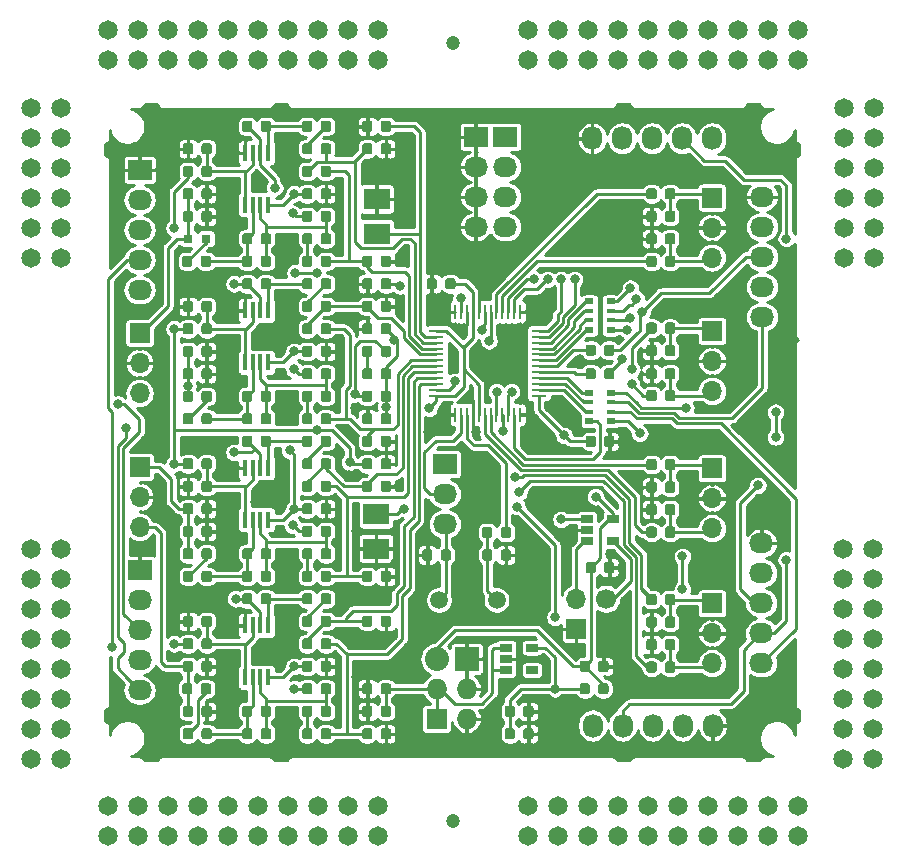
<source format=gbr>
G04 #@! TF.GenerationSoftware,KiCad,Pcbnew,(5.1.2)-2*
G04 #@! TF.CreationDate,2019-08-28T15:06:31+03:00*
G04 #@! TF.ProjectId,AD1938,41443139-3338-42e6-9b69-6361645f7063,rev?*
G04 #@! TF.SameCoordinates,Original*
G04 #@! TF.FileFunction,Copper,L1,Top*
G04 #@! TF.FilePolarity,Positive*
%FSLAX46Y46*%
G04 Gerber Fmt 4.6, Leading zero omitted, Abs format (unit mm)*
G04 Created by KiCad (PCBNEW (5.1.2)-2) date 2019-08-28 15:06:31*
%MOMM*%
%LPD*%
G04 APERTURE LIST*
%ADD10C,1.651000*%
%ADD11O,1.727200X2.032000*%
%ADD12O,2.032000X1.727200*%
%ADD13C,1.200000*%
%ADD14C,1.700000*%
%ADD15C,0.100000*%
%ADD16C,0.875000*%
%ADD17O,1.700000X1.700000*%
%ADD18R,1.700000X1.700000*%
%ADD19R,1.060000X0.650000*%
%ADD20R,0.800000X0.500000*%
%ADD21R,0.800000X0.400000*%
%ADD22R,0.450000X1.450000*%
%ADD23C,1.500000*%
%ADD24R,2.032000X1.727200*%
%ADD25R,1.727200X1.727200*%
%ADD26O,1.727200X1.727200*%
%ADD27R,2.032000X2.032000*%
%ADD28O,2.032000X2.032000*%
%ADD29R,0.250000X1.300000*%
%ADD30R,1.300000X0.250000*%
%ADD31R,2.230000X1.800000*%
%ADD32R,0.800000X0.750000*%
%ADD33C,0.800000*%
%ADD34C,0.250000*%
%ADD35C,0.254000*%
G04 APERTURE END LIST*
D10*
X114681000Y-134747000D03*
X117221000Y-134747000D03*
X129921000Y-134747000D03*
X132461000Y-134747000D03*
X114681000Y-132207000D03*
X117221000Y-132207000D03*
X129921000Y-132207000D03*
X132461000Y-132207000D03*
X132461000Y-69088000D03*
X129921000Y-69088000D03*
X117221000Y-69088000D03*
X114681000Y-69088000D03*
X132461000Y-66548000D03*
X129921000Y-66548000D03*
X117221000Y-66548000D03*
X114681000Y-66548000D03*
X156591000Y-128270000D03*
X156591000Y-125730000D03*
X156591000Y-123190000D03*
X156591000Y-120650000D03*
X156591000Y-118110000D03*
X156591000Y-115570000D03*
X156591000Y-113030000D03*
X156591000Y-110490000D03*
X159131000Y-128270000D03*
X159131000Y-125730000D03*
X159131000Y-123190000D03*
X159131000Y-120650000D03*
X159131000Y-118110000D03*
X159131000Y-115570000D03*
X159131000Y-113030000D03*
X159131000Y-110490000D03*
D11*
X135403000Y-125431500D03*
X137943000Y-125431500D03*
X140483000Y-125431500D03*
X143023000Y-125431500D03*
X145563000Y-125431500D03*
X135363000Y-75711000D03*
X137903000Y-75711000D03*
X140443000Y-75711000D03*
X142983000Y-75711000D03*
X145523000Y-75711000D03*
D12*
X149690500Y-109981000D03*
X149690500Y-112521000D03*
X149690500Y-115061000D03*
X149690500Y-117601000D03*
X149690500Y-120141000D03*
X149754000Y-90824000D03*
X149754000Y-88284000D03*
X149754000Y-85744000D03*
X149754000Y-83204000D03*
X149754000Y-80664000D03*
D10*
X159258000Y-73152000D03*
X159258000Y-75692000D03*
X159258000Y-78232000D03*
X159258000Y-80772000D03*
X159258000Y-83312000D03*
X159258000Y-85852000D03*
X156718000Y-85852000D03*
X156718000Y-83312000D03*
X156718000Y-80772000D03*
X156718000Y-78232000D03*
X156718000Y-75692000D03*
X156718000Y-73152000D03*
X87884000Y-73152000D03*
X87884000Y-75692000D03*
X87884000Y-78232000D03*
X87884000Y-80772000D03*
X87884000Y-83312000D03*
X87884000Y-85852000D03*
X90424000Y-85852000D03*
X90424000Y-83312000D03*
X90424000Y-80772000D03*
X90424000Y-78232000D03*
X90424000Y-75692000D03*
X90424000Y-73152000D03*
X87884000Y-110490000D03*
X87884000Y-113030000D03*
X87884000Y-115570000D03*
X87884000Y-118110000D03*
X87884000Y-120650000D03*
X87884000Y-123190000D03*
X87884000Y-125730000D03*
X87884000Y-128270000D03*
X90424000Y-110490000D03*
X90424000Y-113030000D03*
X90424000Y-115570000D03*
X90424000Y-118110000D03*
X90424000Y-120650000D03*
X90424000Y-123190000D03*
X90424000Y-125730000D03*
X90424000Y-128270000D03*
X135001000Y-134747000D03*
X137541000Y-134747000D03*
X140081000Y-134747000D03*
X142621000Y-134747000D03*
X145161000Y-134747000D03*
X147701000Y-134747000D03*
X150241000Y-134747000D03*
X152781000Y-134747000D03*
X135001000Y-132207000D03*
X137541000Y-132207000D03*
X140081000Y-132207000D03*
X142621000Y-132207000D03*
X145161000Y-132207000D03*
X147701000Y-132207000D03*
X150241000Y-132207000D03*
X152781000Y-132207000D03*
X94361000Y-132207000D03*
X96901000Y-132207000D03*
X99441000Y-132207000D03*
X101981000Y-132207000D03*
X104521000Y-132207000D03*
X107061000Y-132207000D03*
X109601000Y-132207000D03*
X112141000Y-132207000D03*
X94361000Y-134747000D03*
X96901000Y-134747000D03*
X99441000Y-134747000D03*
X101981000Y-134747000D03*
X104521000Y-134747000D03*
X107061000Y-134747000D03*
X109601000Y-134747000D03*
X112141000Y-134747000D03*
X152781000Y-69088000D03*
X150241000Y-69088000D03*
X147701000Y-69088000D03*
X145161000Y-69088000D03*
X142621000Y-69088000D03*
X140081000Y-69088000D03*
X137541000Y-69088000D03*
X135001000Y-69088000D03*
X152781000Y-66548000D03*
X150241000Y-66548000D03*
X147701000Y-66548000D03*
X145161000Y-66548000D03*
X142621000Y-66548000D03*
X140081000Y-66548000D03*
X137541000Y-66548000D03*
X135001000Y-66548000D03*
X112141000Y-66548000D03*
X109601000Y-66548000D03*
X107061000Y-66548000D03*
X104521000Y-66548000D03*
X101981000Y-66548000D03*
X99441000Y-66548000D03*
X96901000Y-66548000D03*
X94361000Y-66548000D03*
X112141000Y-69088000D03*
X109601000Y-69088000D03*
X107061000Y-69088000D03*
X104521000Y-69088000D03*
X101981000Y-69088000D03*
X99441000Y-69088000D03*
X96901000Y-69088000D03*
X94361000Y-69088000D03*
D13*
X123620000Y-133470000D03*
X123620000Y-67650000D03*
D14*
X136546000Y-114700000D03*
D15*
G36*
X116567691Y-100891053D02*
G01*
X116588926Y-100894203D01*
X116609750Y-100899419D01*
X116629962Y-100906651D01*
X116649368Y-100915830D01*
X116667781Y-100926866D01*
X116685024Y-100939654D01*
X116700930Y-100954070D01*
X116715346Y-100969976D01*
X116728134Y-100987219D01*
X116739170Y-101005632D01*
X116748349Y-101025038D01*
X116755581Y-101045250D01*
X116760797Y-101066074D01*
X116763947Y-101087309D01*
X116765000Y-101108750D01*
X116765000Y-101621250D01*
X116763947Y-101642691D01*
X116760797Y-101663926D01*
X116755581Y-101684750D01*
X116748349Y-101704962D01*
X116739170Y-101724368D01*
X116728134Y-101742781D01*
X116715346Y-101760024D01*
X116700930Y-101775930D01*
X116685024Y-101790346D01*
X116667781Y-101803134D01*
X116649368Y-101814170D01*
X116629962Y-101823349D01*
X116609750Y-101830581D01*
X116588926Y-101835797D01*
X116567691Y-101838947D01*
X116546250Y-101840000D01*
X116108750Y-101840000D01*
X116087309Y-101838947D01*
X116066074Y-101835797D01*
X116045250Y-101830581D01*
X116025038Y-101823349D01*
X116005632Y-101814170D01*
X115987219Y-101803134D01*
X115969976Y-101790346D01*
X115954070Y-101775930D01*
X115939654Y-101760024D01*
X115926866Y-101742781D01*
X115915830Y-101724368D01*
X115906651Y-101704962D01*
X115899419Y-101684750D01*
X115894203Y-101663926D01*
X115891053Y-101642691D01*
X115890000Y-101621250D01*
X115890000Y-101108750D01*
X115891053Y-101087309D01*
X115894203Y-101066074D01*
X115899419Y-101045250D01*
X115906651Y-101025038D01*
X115915830Y-101005632D01*
X115926866Y-100987219D01*
X115939654Y-100969976D01*
X115954070Y-100954070D01*
X115969976Y-100939654D01*
X115987219Y-100926866D01*
X116005632Y-100915830D01*
X116025038Y-100906651D01*
X116045250Y-100899419D01*
X116066074Y-100894203D01*
X116087309Y-100891053D01*
X116108750Y-100890000D01*
X116546250Y-100890000D01*
X116567691Y-100891053D01*
X116567691Y-100891053D01*
G37*
D16*
X116327500Y-101365000D03*
D15*
G36*
X118142691Y-100891053D02*
G01*
X118163926Y-100894203D01*
X118184750Y-100899419D01*
X118204962Y-100906651D01*
X118224368Y-100915830D01*
X118242781Y-100926866D01*
X118260024Y-100939654D01*
X118275930Y-100954070D01*
X118290346Y-100969976D01*
X118303134Y-100987219D01*
X118314170Y-101005632D01*
X118323349Y-101025038D01*
X118330581Y-101045250D01*
X118335797Y-101066074D01*
X118338947Y-101087309D01*
X118340000Y-101108750D01*
X118340000Y-101621250D01*
X118338947Y-101642691D01*
X118335797Y-101663926D01*
X118330581Y-101684750D01*
X118323349Y-101704962D01*
X118314170Y-101724368D01*
X118303134Y-101742781D01*
X118290346Y-101760024D01*
X118275930Y-101775930D01*
X118260024Y-101790346D01*
X118242781Y-101803134D01*
X118224368Y-101814170D01*
X118204962Y-101823349D01*
X118184750Y-101830581D01*
X118163926Y-101835797D01*
X118142691Y-101838947D01*
X118121250Y-101840000D01*
X117683750Y-101840000D01*
X117662309Y-101838947D01*
X117641074Y-101835797D01*
X117620250Y-101830581D01*
X117600038Y-101823349D01*
X117580632Y-101814170D01*
X117562219Y-101803134D01*
X117544976Y-101790346D01*
X117529070Y-101775930D01*
X117514654Y-101760024D01*
X117501866Y-101742781D01*
X117490830Y-101724368D01*
X117481651Y-101704962D01*
X117474419Y-101684750D01*
X117469203Y-101663926D01*
X117466053Y-101642691D01*
X117465000Y-101621250D01*
X117465000Y-101108750D01*
X117466053Y-101087309D01*
X117469203Y-101066074D01*
X117474419Y-101045250D01*
X117481651Y-101025038D01*
X117490830Y-101005632D01*
X117501866Y-100987219D01*
X117514654Y-100969976D01*
X117529070Y-100954070D01*
X117544976Y-100939654D01*
X117562219Y-100926866D01*
X117580632Y-100915830D01*
X117600038Y-100906651D01*
X117620250Y-100899419D01*
X117641074Y-100894203D01*
X117662309Y-100891053D01*
X117683750Y-100890000D01*
X118121250Y-100890000D01*
X118142691Y-100891053D01*
X118142691Y-100891053D01*
G37*
D16*
X117902500Y-101365000D03*
D15*
G36*
X136557691Y-121846053D02*
G01*
X136578926Y-121849203D01*
X136599750Y-121854419D01*
X136619962Y-121861651D01*
X136639368Y-121870830D01*
X136657781Y-121881866D01*
X136675024Y-121894654D01*
X136690930Y-121909070D01*
X136705346Y-121924976D01*
X136718134Y-121942219D01*
X136729170Y-121960632D01*
X136738349Y-121980038D01*
X136745581Y-122000250D01*
X136750797Y-122021074D01*
X136753947Y-122042309D01*
X136755000Y-122063750D01*
X136755000Y-122576250D01*
X136753947Y-122597691D01*
X136750797Y-122618926D01*
X136745581Y-122639750D01*
X136738349Y-122659962D01*
X136729170Y-122679368D01*
X136718134Y-122697781D01*
X136705346Y-122715024D01*
X136690930Y-122730930D01*
X136675024Y-122745346D01*
X136657781Y-122758134D01*
X136639368Y-122769170D01*
X136619962Y-122778349D01*
X136599750Y-122785581D01*
X136578926Y-122790797D01*
X136557691Y-122793947D01*
X136536250Y-122795000D01*
X136098750Y-122795000D01*
X136077309Y-122793947D01*
X136056074Y-122790797D01*
X136035250Y-122785581D01*
X136015038Y-122778349D01*
X135995632Y-122769170D01*
X135977219Y-122758134D01*
X135959976Y-122745346D01*
X135944070Y-122730930D01*
X135929654Y-122715024D01*
X135916866Y-122697781D01*
X135905830Y-122679368D01*
X135896651Y-122659962D01*
X135889419Y-122639750D01*
X135884203Y-122618926D01*
X135881053Y-122597691D01*
X135880000Y-122576250D01*
X135880000Y-122063750D01*
X135881053Y-122042309D01*
X135884203Y-122021074D01*
X135889419Y-122000250D01*
X135896651Y-121980038D01*
X135905830Y-121960632D01*
X135916866Y-121942219D01*
X135929654Y-121924976D01*
X135944070Y-121909070D01*
X135959976Y-121894654D01*
X135977219Y-121881866D01*
X135995632Y-121870830D01*
X136015038Y-121861651D01*
X136035250Y-121854419D01*
X136056074Y-121849203D01*
X136077309Y-121846053D01*
X136098750Y-121845000D01*
X136536250Y-121845000D01*
X136557691Y-121846053D01*
X136557691Y-121846053D01*
G37*
D16*
X136317500Y-122320000D03*
D15*
G36*
X134982691Y-121846053D02*
G01*
X135003926Y-121849203D01*
X135024750Y-121854419D01*
X135044962Y-121861651D01*
X135064368Y-121870830D01*
X135082781Y-121881866D01*
X135100024Y-121894654D01*
X135115930Y-121909070D01*
X135130346Y-121924976D01*
X135143134Y-121942219D01*
X135154170Y-121960632D01*
X135163349Y-121980038D01*
X135170581Y-122000250D01*
X135175797Y-122021074D01*
X135178947Y-122042309D01*
X135180000Y-122063750D01*
X135180000Y-122576250D01*
X135178947Y-122597691D01*
X135175797Y-122618926D01*
X135170581Y-122639750D01*
X135163349Y-122659962D01*
X135154170Y-122679368D01*
X135143134Y-122697781D01*
X135130346Y-122715024D01*
X135115930Y-122730930D01*
X135100024Y-122745346D01*
X135082781Y-122758134D01*
X135064368Y-122769170D01*
X135044962Y-122778349D01*
X135024750Y-122785581D01*
X135003926Y-122790797D01*
X134982691Y-122793947D01*
X134961250Y-122795000D01*
X134523750Y-122795000D01*
X134502309Y-122793947D01*
X134481074Y-122790797D01*
X134460250Y-122785581D01*
X134440038Y-122778349D01*
X134420632Y-122769170D01*
X134402219Y-122758134D01*
X134384976Y-122745346D01*
X134369070Y-122730930D01*
X134354654Y-122715024D01*
X134341866Y-122697781D01*
X134330830Y-122679368D01*
X134321651Y-122659962D01*
X134314419Y-122639750D01*
X134309203Y-122618926D01*
X134306053Y-122597691D01*
X134305000Y-122576250D01*
X134305000Y-122063750D01*
X134306053Y-122042309D01*
X134309203Y-122021074D01*
X134314419Y-122000250D01*
X134321651Y-121980038D01*
X134330830Y-121960632D01*
X134341866Y-121942219D01*
X134354654Y-121924976D01*
X134369070Y-121909070D01*
X134384976Y-121894654D01*
X134402219Y-121881866D01*
X134420632Y-121870830D01*
X134440038Y-121861651D01*
X134460250Y-121854419D01*
X134481074Y-121849203D01*
X134502309Y-121846053D01*
X134523750Y-121845000D01*
X134961250Y-121845000D01*
X134982691Y-121846053D01*
X134982691Y-121846053D01*
G37*
D16*
X134742500Y-122320000D03*
D15*
G36*
X118142691Y-85651053D02*
G01*
X118163926Y-85654203D01*
X118184750Y-85659419D01*
X118204962Y-85666651D01*
X118224368Y-85675830D01*
X118242781Y-85686866D01*
X118260024Y-85699654D01*
X118275930Y-85714070D01*
X118290346Y-85729976D01*
X118303134Y-85747219D01*
X118314170Y-85765632D01*
X118323349Y-85785038D01*
X118330581Y-85805250D01*
X118335797Y-85826074D01*
X118338947Y-85847309D01*
X118340000Y-85868750D01*
X118340000Y-86381250D01*
X118338947Y-86402691D01*
X118335797Y-86423926D01*
X118330581Y-86444750D01*
X118323349Y-86464962D01*
X118314170Y-86484368D01*
X118303134Y-86502781D01*
X118290346Y-86520024D01*
X118275930Y-86535930D01*
X118260024Y-86550346D01*
X118242781Y-86563134D01*
X118224368Y-86574170D01*
X118204962Y-86583349D01*
X118184750Y-86590581D01*
X118163926Y-86595797D01*
X118142691Y-86598947D01*
X118121250Y-86600000D01*
X117683750Y-86600000D01*
X117662309Y-86598947D01*
X117641074Y-86595797D01*
X117620250Y-86590581D01*
X117600038Y-86583349D01*
X117580632Y-86574170D01*
X117562219Y-86563134D01*
X117544976Y-86550346D01*
X117529070Y-86535930D01*
X117514654Y-86520024D01*
X117501866Y-86502781D01*
X117490830Y-86484368D01*
X117481651Y-86464962D01*
X117474419Y-86444750D01*
X117469203Y-86423926D01*
X117466053Y-86402691D01*
X117465000Y-86381250D01*
X117465000Y-85868750D01*
X117466053Y-85847309D01*
X117469203Y-85826074D01*
X117474419Y-85805250D01*
X117481651Y-85785038D01*
X117490830Y-85765632D01*
X117501866Y-85747219D01*
X117514654Y-85729976D01*
X117529070Y-85714070D01*
X117544976Y-85699654D01*
X117562219Y-85686866D01*
X117580632Y-85675830D01*
X117600038Y-85666651D01*
X117620250Y-85659419D01*
X117641074Y-85654203D01*
X117662309Y-85651053D01*
X117683750Y-85650000D01*
X118121250Y-85650000D01*
X118142691Y-85651053D01*
X118142691Y-85651053D01*
G37*
D16*
X117902500Y-86125000D03*
D15*
G36*
X116567691Y-85651053D02*
G01*
X116588926Y-85654203D01*
X116609750Y-85659419D01*
X116629962Y-85666651D01*
X116649368Y-85675830D01*
X116667781Y-85686866D01*
X116685024Y-85699654D01*
X116700930Y-85714070D01*
X116715346Y-85729976D01*
X116728134Y-85747219D01*
X116739170Y-85765632D01*
X116748349Y-85785038D01*
X116755581Y-85805250D01*
X116760797Y-85826074D01*
X116763947Y-85847309D01*
X116765000Y-85868750D01*
X116765000Y-86381250D01*
X116763947Y-86402691D01*
X116760797Y-86423926D01*
X116755581Y-86444750D01*
X116748349Y-86464962D01*
X116739170Y-86484368D01*
X116728134Y-86502781D01*
X116715346Y-86520024D01*
X116700930Y-86535930D01*
X116685024Y-86550346D01*
X116667781Y-86563134D01*
X116649368Y-86574170D01*
X116629962Y-86583349D01*
X116609750Y-86590581D01*
X116588926Y-86595797D01*
X116567691Y-86598947D01*
X116546250Y-86600000D01*
X116108750Y-86600000D01*
X116087309Y-86598947D01*
X116066074Y-86595797D01*
X116045250Y-86590581D01*
X116025038Y-86583349D01*
X116005632Y-86574170D01*
X115987219Y-86563134D01*
X115969976Y-86550346D01*
X115954070Y-86535930D01*
X115939654Y-86520024D01*
X115926866Y-86502781D01*
X115915830Y-86484368D01*
X115906651Y-86464962D01*
X115899419Y-86444750D01*
X115894203Y-86423926D01*
X115891053Y-86402691D01*
X115890000Y-86381250D01*
X115890000Y-85868750D01*
X115891053Y-85847309D01*
X115894203Y-85826074D01*
X115899419Y-85805250D01*
X115906651Y-85785038D01*
X115915830Y-85765632D01*
X115926866Y-85747219D01*
X115939654Y-85729976D01*
X115954070Y-85714070D01*
X115969976Y-85699654D01*
X115987219Y-85686866D01*
X116005632Y-85675830D01*
X116025038Y-85666651D01*
X116045250Y-85659419D01*
X116066074Y-85654203D01*
X116087309Y-85651053D01*
X116108750Y-85650000D01*
X116546250Y-85650000D01*
X116567691Y-85651053D01*
X116567691Y-85651053D01*
G37*
D16*
X116327500Y-86125000D03*
D15*
G36*
X113062691Y-78031053D02*
G01*
X113083926Y-78034203D01*
X113104750Y-78039419D01*
X113124962Y-78046651D01*
X113144368Y-78055830D01*
X113162781Y-78066866D01*
X113180024Y-78079654D01*
X113195930Y-78094070D01*
X113210346Y-78109976D01*
X113223134Y-78127219D01*
X113234170Y-78145632D01*
X113243349Y-78165038D01*
X113250581Y-78185250D01*
X113255797Y-78206074D01*
X113258947Y-78227309D01*
X113260000Y-78248750D01*
X113260000Y-78761250D01*
X113258947Y-78782691D01*
X113255797Y-78803926D01*
X113250581Y-78824750D01*
X113243349Y-78844962D01*
X113234170Y-78864368D01*
X113223134Y-78882781D01*
X113210346Y-78900024D01*
X113195930Y-78915930D01*
X113180024Y-78930346D01*
X113162781Y-78943134D01*
X113144368Y-78954170D01*
X113124962Y-78963349D01*
X113104750Y-78970581D01*
X113083926Y-78975797D01*
X113062691Y-78978947D01*
X113041250Y-78980000D01*
X112603750Y-78980000D01*
X112582309Y-78978947D01*
X112561074Y-78975797D01*
X112540250Y-78970581D01*
X112520038Y-78963349D01*
X112500632Y-78954170D01*
X112482219Y-78943134D01*
X112464976Y-78930346D01*
X112449070Y-78915930D01*
X112434654Y-78900024D01*
X112421866Y-78882781D01*
X112410830Y-78864368D01*
X112401651Y-78844962D01*
X112394419Y-78824750D01*
X112389203Y-78803926D01*
X112386053Y-78782691D01*
X112385000Y-78761250D01*
X112385000Y-78248750D01*
X112386053Y-78227309D01*
X112389203Y-78206074D01*
X112394419Y-78185250D01*
X112401651Y-78165038D01*
X112410830Y-78145632D01*
X112421866Y-78127219D01*
X112434654Y-78109976D01*
X112449070Y-78094070D01*
X112464976Y-78079654D01*
X112482219Y-78066866D01*
X112500632Y-78055830D01*
X112520038Y-78046651D01*
X112540250Y-78039419D01*
X112561074Y-78034203D01*
X112582309Y-78031053D01*
X112603750Y-78030000D01*
X113041250Y-78030000D01*
X113062691Y-78031053D01*
X113062691Y-78031053D01*
G37*
D16*
X112822500Y-78505000D03*
D15*
G36*
X111487691Y-78031053D02*
G01*
X111508926Y-78034203D01*
X111529750Y-78039419D01*
X111549962Y-78046651D01*
X111569368Y-78055830D01*
X111587781Y-78066866D01*
X111605024Y-78079654D01*
X111620930Y-78094070D01*
X111635346Y-78109976D01*
X111648134Y-78127219D01*
X111659170Y-78145632D01*
X111668349Y-78165038D01*
X111675581Y-78185250D01*
X111680797Y-78206074D01*
X111683947Y-78227309D01*
X111685000Y-78248750D01*
X111685000Y-78761250D01*
X111683947Y-78782691D01*
X111680797Y-78803926D01*
X111675581Y-78824750D01*
X111668349Y-78844962D01*
X111659170Y-78864368D01*
X111648134Y-78882781D01*
X111635346Y-78900024D01*
X111620930Y-78915930D01*
X111605024Y-78930346D01*
X111587781Y-78943134D01*
X111569368Y-78954170D01*
X111549962Y-78963349D01*
X111529750Y-78970581D01*
X111508926Y-78975797D01*
X111487691Y-78978947D01*
X111466250Y-78980000D01*
X111028750Y-78980000D01*
X111007309Y-78978947D01*
X110986074Y-78975797D01*
X110965250Y-78970581D01*
X110945038Y-78963349D01*
X110925632Y-78954170D01*
X110907219Y-78943134D01*
X110889976Y-78930346D01*
X110874070Y-78915930D01*
X110859654Y-78900024D01*
X110846866Y-78882781D01*
X110835830Y-78864368D01*
X110826651Y-78844962D01*
X110819419Y-78824750D01*
X110814203Y-78803926D01*
X110811053Y-78782691D01*
X110810000Y-78761250D01*
X110810000Y-78248750D01*
X110811053Y-78227309D01*
X110814203Y-78206074D01*
X110819419Y-78185250D01*
X110826651Y-78165038D01*
X110835830Y-78145632D01*
X110846866Y-78127219D01*
X110859654Y-78109976D01*
X110874070Y-78094070D01*
X110889976Y-78079654D01*
X110907219Y-78066866D01*
X110925632Y-78055830D01*
X110945038Y-78046651D01*
X110965250Y-78039419D01*
X110986074Y-78034203D01*
X111007309Y-78031053D01*
X111028750Y-78030000D01*
X111466250Y-78030000D01*
X111487691Y-78031053D01*
X111487691Y-78031053D01*
G37*
D16*
X111247500Y-78505000D03*
D15*
G36*
X113062691Y-85651053D02*
G01*
X113083926Y-85654203D01*
X113104750Y-85659419D01*
X113124962Y-85666651D01*
X113144368Y-85675830D01*
X113162781Y-85686866D01*
X113180024Y-85699654D01*
X113195930Y-85714070D01*
X113210346Y-85729976D01*
X113223134Y-85747219D01*
X113234170Y-85765632D01*
X113243349Y-85785038D01*
X113250581Y-85805250D01*
X113255797Y-85826074D01*
X113258947Y-85847309D01*
X113260000Y-85868750D01*
X113260000Y-86381250D01*
X113258947Y-86402691D01*
X113255797Y-86423926D01*
X113250581Y-86444750D01*
X113243349Y-86464962D01*
X113234170Y-86484368D01*
X113223134Y-86502781D01*
X113210346Y-86520024D01*
X113195930Y-86535930D01*
X113180024Y-86550346D01*
X113162781Y-86563134D01*
X113144368Y-86574170D01*
X113124962Y-86583349D01*
X113104750Y-86590581D01*
X113083926Y-86595797D01*
X113062691Y-86598947D01*
X113041250Y-86600000D01*
X112603750Y-86600000D01*
X112582309Y-86598947D01*
X112561074Y-86595797D01*
X112540250Y-86590581D01*
X112520038Y-86583349D01*
X112500632Y-86574170D01*
X112482219Y-86563134D01*
X112464976Y-86550346D01*
X112449070Y-86535930D01*
X112434654Y-86520024D01*
X112421866Y-86502781D01*
X112410830Y-86484368D01*
X112401651Y-86464962D01*
X112394419Y-86444750D01*
X112389203Y-86423926D01*
X112386053Y-86402691D01*
X112385000Y-86381250D01*
X112385000Y-85868750D01*
X112386053Y-85847309D01*
X112389203Y-85826074D01*
X112394419Y-85805250D01*
X112401651Y-85785038D01*
X112410830Y-85765632D01*
X112421866Y-85747219D01*
X112434654Y-85729976D01*
X112449070Y-85714070D01*
X112464976Y-85699654D01*
X112482219Y-85686866D01*
X112500632Y-85675830D01*
X112520038Y-85666651D01*
X112540250Y-85659419D01*
X112561074Y-85654203D01*
X112582309Y-85651053D01*
X112603750Y-85650000D01*
X113041250Y-85650000D01*
X113062691Y-85651053D01*
X113062691Y-85651053D01*
G37*
D16*
X112822500Y-86125000D03*
D15*
G36*
X111487691Y-85651053D02*
G01*
X111508926Y-85654203D01*
X111529750Y-85659419D01*
X111549962Y-85666651D01*
X111569368Y-85675830D01*
X111587781Y-85686866D01*
X111605024Y-85699654D01*
X111620930Y-85714070D01*
X111635346Y-85729976D01*
X111648134Y-85747219D01*
X111659170Y-85765632D01*
X111668349Y-85785038D01*
X111675581Y-85805250D01*
X111680797Y-85826074D01*
X111683947Y-85847309D01*
X111685000Y-85868750D01*
X111685000Y-86381250D01*
X111683947Y-86402691D01*
X111680797Y-86423926D01*
X111675581Y-86444750D01*
X111668349Y-86464962D01*
X111659170Y-86484368D01*
X111648134Y-86502781D01*
X111635346Y-86520024D01*
X111620930Y-86535930D01*
X111605024Y-86550346D01*
X111587781Y-86563134D01*
X111569368Y-86574170D01*
X111549962Y-86583349D01*
X111529750Y-86590581D01*
X111508926Y-86595797D01*
X111487691Y-86598947D01*
X111466250Y-86600000D01*
X111028750Y-86600000D01*
X111007309Y-86598947D01*
X110986074Y-86595797D01*
X110965250Y-86590581D01*
X110945038Y-86583349D01*
X110925632Y-86574170D01*
X110907219Y-86563134D01*
X110889976Y-86550346D01*
X110874070Y-86535930D01*
X110859654Y-86520024D01*
X110846866Y-86502781D01*
X110835830Y-86484368D01*
X110826651Y-86464962D01*
X110819419Y-86444750D01*
X110814203Y-86423926D01*
X110811053Y-86402691D01*
X110810000Y-86381250D01*
X110810000Y-85868750D01*
X110811053Y-85847309D01*
X110814203Y-85826074D01*
X110819419Y-85805250D01*
X110826651Y-85785038D01*
X110835830Y-85765632D01*
X110846866Y-85747219D01*
X110859654Y-85729976D01*
X110874070Y-85714070D01*
X110889976Y-85699654D01*
X110907219Y-85686866D01*
X110925632Y-85675830D01*
X110945038Y-85666651D01*
X110965250Y-85659419D01*
X110986074Y-85654203D01*
X111007309Y-85651053D01*
X111028750Y-85650000D01*
X111466250Y-85650000D01*
X111487691Y-85651053D01*
X111487691Y-85651053D01*
G37*
D16*
X111247500Y-86125000D03*
D15*
G36*
X106407691Y-85651053D02*
G01*
X106428926Y-85654203D01*
X106449750Y-85659419D01*
X106469962Y-85666651D01*
X106489368Y-85675830D01*
X106507781Y-85686866D01*
X106525024Y-85699654D01*
X106540930Y-85714070D01*
X106555346Y-85729976D01*
X106568134Y-85747219D01*
X106579170Y-85765632D01*
X106588349Y-85785038D01*
X106595581Y-85805250D01*
X106600797Y-85826074D01*
X106603947Y-85847309D01*
X106605000Y-85868750D01*
X106605000Y-86381250D01*
X106603947Y-86402691D01*
X106600797Y-86423926D01*
X106595581Y-86444750D01*
X106588349Y-86464962D01*
X106579170Y-86484368D01*
X106568134Y-86502781D01*
X106555346Y-86520024D01*
X106540930Y-86535930D01*
X106525024Y-86550346D01*
X106507781Y-86563134D01*
X106489368Y-86574170D01*
X106469962Y-86583349D01*
X106449750Y-86590581D01*
X106428926Y-86595797D01*
X106407691Y-86598947D01*
X106386250Y-86600000D01*
X105948750Y-86600000D01*
X105927309Y-86598947D01*
X105906074Y-86595797D01*
X105885250Y-86590581D01*
X105865038Y-86583349D01*
X105845632Y-86574170D01*
X105827219Y-86563134D01*
X105809976Y-86550346D01*
X105794070Y-86535930D01*
X105779654Y-86520024D01*
X105766866Y-86502781D01*
X105755830Y-86484368D01*
X105746651Y-86464962D01*
X105739419Y-86444750D01*
X105734203Y-86423926D01*
X105731053Y-86402691D01*
X105730000Y-86381250D01*
X105730000Y-85868750D01*
X105731053Y-85847309D01*
X105734203Y-85826074D01*
X105739419Y-85805250D01*
X105746651Y-85785038D01*
X105755830Y-85765632D01*
X105766866Y-85747219D01*
X105779654Y-85729976D01*
X105794070Y-85714070D01*
X105809976Y-85699654D01*
X105827219Y-85686866D01*
X105845632Y-85675830D01*
X105865038Y-85666651D01*
X105885250Y-85659419D01*
X105906074Y-85654203D01*
X105927309Y-85651053D01*
X105948750Y-85650000D01*
X106386250Y-85650000D01*
X106407691Y-85651053D01*
X106407691Y-85651053D01*
G37*
D16*
X106167500Y-86125000D03*
D15*
G36*
X107982691Y-85651053D02*
G01*
X108003926Y-85654203D01*
X108024750Y-85659419D01*
X108044962Y-85666651D01*
X108064368Y-85675830D01*
X108082781Y-85686866D01*
X108100024Y-85699654D01*
X108115930Y-85714070D01*
X108130346Y-85729976D01*
X108143134Y-85747219D01*
X108154170Y-85765632D01*
X108163349Y-85785038D01*
X108170581Y-85805250D01*
X108175797Y-85826074D01*
X108178947Y-85847309D01*
X108180000Y-85868750D01*
X108180000Y-86381250D01*
X108178947Y-86402691D01*
X108175797Y-86423926D01*
X108170581Y-86444750D01*
X108163349Y-86464962D01*
X108154170Y-86484368D01*
X108143134Y-86502781D01*
X108130346Y-86520024D01*
X108115930Y-86535930D01*
X108100024Y-86550346D01*
X108082781Y-86563134D01*
X108064368Y-86574170D01*
X108044962Y-86583349D01*
X108024750Y-86590581D01*
X108003926Y-86595797D01*
X107982691Y-86598947D01*
X107961250Y-86600000D01*
X107523750Y-86600000D01*
X107502309Y-86598947D01*
X107481074Y-86595797D01*
X107460250Y-86590581D01*
X107440038Y-86583349D01*
X107420632Y-86574170D01*
X107402219Y-86563134D01*
X107384976Y-86550346D01*
X107369070Y-86535930D01*
X107354654Y-86520024D01*
X107341866Y-86502781D01*
X107330830Y-86484368D01*
X107321651Y-86464962D01*
X107314419Y-86444750D01*
X107309203Y-86423926D01*
X107306053Y-86402691D01*
X107305000Y-86381250D01*
X107305000Y-85868750D01*
X107306053Y-85847309D01*
X107309203Y-85826074D01*
X107314419Y-85805250D01*
X107321651Y-85785038D01*
X107330830Y-85765632D01*
X107341866Y-85747219D01*
X107354654Y-85729976D01*
X107369070Y-85714070D01*
X107384976Y-85699654D01*
X107402219Y-85686866D01*
X107420632Y-85675830D01*
X107440038Y-85666651D01*
X107460250Y-85659419D01*
X107481074Y-85654203D01*
X107502309Y-85651053D01*
X107523750Y-85650000D01*
X107961250Y-85650000D01*
X107982691Y-85651053D01*
X107982691Y-85651053D01*
G37*
D16*
X107742500Y-86125000D03*
D15*
G36*
X102902691Y-121846053D02*
G01*
X102923926Y-121849203D01*
X102944750Y-121854419D01*
X102964962Y-121861651D01*
X102984368Y-121870830D01*
X103002781Y-121881866D01*
X103020024Y-121894654D01*
X103035930Y-121909070D01*
X103050346Y-121924976D01*
X103063134Y-121942219D01*
X103074170Y-121960632D01*
X103083349Y-121980038D01*
X103090581Y-122000250D01*
X103095797Y-122021074D01*
X103098947Y-122042309D01*
X103100000Y-122063750D01*
X103100000Y-122576250D01*
X103098947Y-122597691D01*
X103095797Y-122618926D01*
X103090581Y-122639750D01*
X103083349Y-122659962D01*
X103074170Y-122679368D01*
X103063134Y-122697781D01*
X103050346Y-122715024D01*
X103035930Y-122730930D01*
X103020024Y-122745346D01*
X103002781Y-122758134D01*
X102984368Y-122769170D01*
X102964962Y-122778349D01*
X102944750Y-122785581D01*
X102923926Y-122790797D01*
X102902691Y-122793947D01*
X102881250Y-122795000D01*
X102443750Y-122795000D01*
X102422309Y-122793947D01*
X102401074Y-122790797D01*
X102380250Y-122785581D01*
X102360038Y-122778349D01*
X102340632Y-122769170D01*
X102322219Y-122758134D01*
X102304976Y-122745346D01*
X102289070Y-122730930D01*
X102274654Y-122715024D01*
X102261866Y-122697781D01*
X102250830Y-122679368D01*
X102241651Y-122659962D01*
X102234419Y-122639750D01*
X102229203Y-122618926D01*
X102226053Y-122597691D01*
X102225000Y-122576250D01*
X102225000Y-122063750D01*
X102226053Y-122042309D01*
X102229203Y-122021074D01*
X102234419Y-122000250D01*
X102241651Y-121980038D01*
X102250830Y-121960632D01*
X102261866Y-121942219D01*
X102274654Y-121924976D01*
X102289070Y-121909070D01*
X102304976Y-121894654D01*
X102322219Y-121881866D01*
X102340632Y-121870830D01*
X102360038Y-121861651D01*
X102380250Y-121854419D01*
X102401074Y-121849203D01*
X102422309Y-121846053D01*
X102443750Y-121845000D01*
X102881250Y-121845000D01*
X102902691Y-121846053D01*
X102902691Y-121846053D01*
G37*
D16*
X102662500Y-122320000D03*
D15*
G36*
X101327691Y-121846053D02*
G01*
X101348926Y-121849203D01*
X101369750Y-121854419D01*
X101389962Y-121861651D01*
X101409368Y-121870830D01*
X101427781Y-121881866D01*
X101445024Y-121894654D01*
X101460930Y-121909070D01*
X101475346Y-121924976D01*
X101488134Y-121942219D01*
X101499170Y-121960632D01*
X101508349Y-121980038D01*
X101515581Y-122000250D01*
X101520797Y-122021074D01*
X101523947Y-122042309D01*
X101525000Y-122063750D01*
X101525000Y-122576250D01*
X101523947Y-122597691D01*
X101520797Y-122618926D01*
X101515581Y-122639750D01*
X101508349Y-122659962D01*
X101499170Y-122679368D01*
X101488134Y-122697781D01*
X101475346Y-122715024D01*
X101460930Y-122730930D01*
X101445024Y-122745346D01*
X101427781Y-122758134D01*
X101409368Y-122769170D01*
X101389962Y-122778349D01*
X101369750Y-122785581D01*
X101348926Y-122790797D01*
X101327691Y-122793947D01*
X101306250Y-122795000D01*
X100868750Y-122795000D01*
X100847309Y-122793947D01*
X100826074Y-122790797D01*
X100805250Y-122785581D01*
X100785038Y-122778349D01*
X100765632Y-122769170D01*
X100747219Y-122758134D01*
X100729976Y-122745346D01*
X100714070Y-122730930D01*
X100699654Y-122715024D01*
X100686866Y-122697781D01*
X100675830Y-122679368D01*
X100666651Y-122659962D01*
X100659419Y-122639750D01*
X100654203Y-122618926D01*
X100651053Y-122597691D01*
X100650000Y-122576250D01*
X100650000Y-122063750D01*
X100651053Y-122042309D01*
X100654203Y-122021074D01*
X100659419Y-122000250D01*
X100666651Y-121980038D01*
X100675830Y-121960632D01*
X100686866Y-121942219D01*
X100699654Y-121924976D01*
X100714070Y-121909070D01*
X100729976Y-121894654D01*
X100747219Y-121881866D01*
X100765632Y-121870830D01*
X100785038Y-121861651D01*
X100805250Y-121854419D01*
X100826074Y-121849203D01*
X100847309Y-121846053D01*
X100868750Y-121845000D01*
X101306250Y-121845000D01*
X101327691Y-121846053D01*
X101327691Y-121846053D01*
G37*
D16*
X101087500Y-122320000D03*
D15*
G36*
X101391191Y-97081053D02*
G01*
X101412426Y-97084203D01*
X101433250Y-97089419D01*
X101453462Y-97096651D01*
X101472868Y-97105830D01*
X101491281Y-97116866D01*
X101508524Y-97129654D01*
X101524430Y-97144070D01*
X101538846Y-97159976D01*
X101551634Y-97177219D01*
X101562670Y-97195632D01*
X101571849Y-97215038D01*
X101579081Y-97235250D01*
X101584297Y-97256074D01*
X101587447Y-97277309D01*
X101588500Y-97298750D01*
X101588500Y-97811250D01*
X101587447Y-97832691D01*
X101584297Y-97853926D01*
X101579081Y-97874750D01*
X101571849Y-97894962D01*
X101562670Y-97914368D01*
X101551634Y-97932781D01*
X101538846Y-97950024D01*
X101524430Y-97965930D01*
X101508524Y-97980346D01*
X101491281Y-97993134D01*
X101472868Y-98004170D01*
X101453462Y-98013349D01*
X101433250Y-98020581D01*
X101412426Y-98025797D01*
X101391191Y-98028947D01*
X101369750Y-98030000D01*
X100932250Y-98030000D01*
X100910809Y-98028947D01*
X100889574Y-98025797D01*
X100868750Y-98020581D01*
X100848538Y-98013349D01*
X100829132Y-98004170D01*
X100810719Y-97993134D01*
X100793476Y-97980346D01*
X100777570Y-97965930D01*
X100763154Y-97950024D01*
X100750366Y-97932781D01*
X100739330Y-97914368D01*
X100730151Y-97894962D01*
X100722919Y-97874750D01*
X100717703Y-97853926D01*
X100714553Y-97832691D01*
X100713500Y-97811250D01*
X100713500Y-97298750D01*
X100714553Y-97277309D01*
X100717703Y-97256074D01*
X100722919Y-97235250D01*
X100730151Y-97215038D01*
X100739330Y-97195632D01*
X100750366Y-97177219D01*
X100763154Y-97159976D01*
X100777570Y-97144070D01*
X100793476Y-97129654D01*
X100810719Y-97116866D01*
X100829132Y-97105830D01*
X100848538Y-97096651D01*
X100868750Y-97089419D01*
X100889574Y-97084203D01*
X100910809Y-97081053D01*
X100932250Y-97080000D01*
X101369750Y-97080000D01*
X101391191Y-97081053D01*
X101391191Y-97081053D01*
G37*
D16*
X101151000Y-97555000D03*
D15*
G36*
X102966191Y-97081053D02*
G01*
X102987426Y-97084203D01*
X103008250Y-97089419D01*
X103028462Y-97096651D01*
X103047868Y-97105830D01*
X103066281Y-97116866D01*
X103083524Y-97129654D01*
X103099430Y-97144070D01*
X103113846Y-97159976D01*
X103126634Y-97177219D01*
X103137670Y-97195632D01*
X103146849Y-97215038D01*
X103154081Y-97235250D01*
X103159297Y-97256074D01*
X103162447Y-97277309D01*
X103163500Y-97298750D01*
X103163500Y-97811250D01*
X103162447Y-97832691D01*
X103159297Y-97853926D01*
X103154081Y-97874750D01*
X103146849Y-97894962D01*
X103137670Y-97914368D01*
X103126634Y-97932781D01*
X103113846Y-97950024D01*
X103099430Y-97965930D01*
X103083524Y-97980346D01*
X103066281Y-97993134D01*
X103047868Y-98004170D01*
X103028462Y-98013349D01*
X103008250Y-98020581D01*
X102987426Y-98025797D01*
X102966191Y-98028947D01*
X102944750Y-98030000D01*
X102507250Y-98030000D01*
X102485809Y-98028947D01*
X102464574Y-98025797D01*
X102443750Y-98020581D01*
X102423538Y-98013349D01*
X102404132Y-98004170D01*
X102385719Y-97993134D01*
X102368476Y-97980346D01*
X102352570Y-97965930D01*
X102338154Y-97950024D01*
X102325366Y-97932781D01*
X102314330Y-97914368D01*
X102305151Y-97894962D01*
X102297919Y-97874750D01*
X102292703Y-97853926D01*
X102289553Y-97832691D01*
X102288500Y-97811250D01*
X102288500Y-97298750D01*
X102289553Y-97277309D01*
X102292703Y-97256074D01*
X102297919Y-97235250D01*
X102305151Y-97215038D01*
X102314330Y-97195632D01*
X102325366Y-97177219D01*
X102338154Y-97159976D01*
X102352570Y-97144070D01*
X102368476Y-97129654D01*
X102385719Y-97116866D01*
X102404132Y-97105830D01*
X102423538Y-97096651D01*
X102443750Y-97089419D01*
X102464574Y-97084203D01*
X102485809Y-97081053D01*
X102507250Y-97080000D01*
X102944750Y-97080000D01*
X102966191Y-97081053D01*
X102966191Y-97081053D01*
G37*
D16*
X102726000Y-97555000D03*
D15*
G36*
X101391191Y-81841053D02*
G01*
X101412426Y-81844203D01*
X101433250Y-81849419D01*
X101453462Y-81856651D01*
X101472868Y-81865830D01*
X101491281Y-81876866D01*
X101508524Y-81889654D01*
X101524430Y-81904070D01*
X101538846Y-81919976D01*
X101551634Y-81937219D01*
X101562670Y-81955632D01*
X101571849Y-81975038D01*
X101579081Y-81995250D01*
X101584297Y-82016074D01*
X101587447Y-82037309D01*
X101588500Y-82058750D01*
X101588500Y-82571250D01*
X101587447Y-82592691D01*
X101584297Y-82613926D01*
X101579081Y-82634750D01*
X101571849Y-82654962D01*
X101562670Y-82674368D01*
X101551634Y-82692781D01*
X101538846Y-82710024D01*
X101524430Y-82725930D01*
X101508524Y-82740346D01*
X101491281Y-82753134D01*
X101472868Y-82764170D01*
X101453462Y-82773349D01*
X101433250Y-82780581D01*
X101412426Y-82785797D01*
X101391191Y-82788947D01*
X101369750Y-82790000D01*
X100932250Y-82790000D01*
X100910809Y-82788947D01*
X100889574Y-82785797D01*
X100868750Y-82780581D01*
X100848538Y-82773349D01*
X100829132Y-82764170D01*
X100810719Y-82753134D01*
X100793476Y-82740346D01*
X100777570Y-82725930D01*
X100763154Y-82710024D01*
X100750366Y-82692781D01*
X100739330Y-82674368D01*
X100730151Y-82654962D01*
X100722919Y-82634750D01*
X100717703Y-82613926D01*
X100714553Y-82592691D01*
X100713500Y-82571250D01*
X100713500Y-82058750D01*
X100714553Y-82037309D01*
X100717703Y-82016074D01*
X100722919Y-81995250D01*
X100730151Y-81975038D01*
X100739330Y-81955632D01*
X100750366Y-81937219D01*
X100763154Y-81919976D01*
X100777570Y-81904070D01*
X100793476Y-81889654D01*
X100810719Y-81876866D01*
X100829132Y-81865830D01*
X100848538Y-81856651D01*
X100868750Y-81849419D01*
X100889574Y-81844203D01*
X100910809Y-81841053D01*
X100932250Y-81840000D01*
X101369750Y-81840000D01*
X101391191Y-81841053D01*
X101391191Y-81841053D01*
G37*
D16*
X101151000Y-82315000D03*
D15*
G36*
X102966191Y-81841053D02*
G01*
X102987426Y-81844203D01*
X103008250Y-81849419D01*
X103028462Y-81856651D01*
X103047868Y-81865830D01*
X103066281Y-81876866D01*
X103083524Y-81889654D01*
X103099430Y-81904070D01*
X103113846Y-81919976D01*
X103126634Y-81937219D01*
X103137670Y-81955632D01*
X103146849Y-81975038D01*
X103154081Y-81995250D01*
X103159297Y-82016074D01*
X103162447Y-82037309D01*
X103163500Y-82058750D01*
X103163500Y-82571250D01*
X103162447Y-82592691D01*
X103159297Y-82613926D01*
X103154081Y-82634750D01*
X103146849Y-82654962D01*
X103137670Y-82674368D01*
X103126634Y-82692781D01*
X103113846Y-82710024D01*
X103099430Y-82725930D01*
X103083524Y-82740346D01*
X103066281Y-82753134D01*
X103047868Y-82764170D01*
X103028462Y-82773349D01*
X103008250Y-82780581D01*
X102987426Y-82785797D01*
X102966191Y-82788947D01*
X102944750Y-82790000D01*
X102507250Y-82790000D01*
X102485809Y-82788947D01*
X102464574Y-82785797D01*
X102443750Y-82780581D01*
X102423538Y-82773349D01*
X102404132Y-82764170D01*
X102385719Y-82753134D01*
X102368476Y-82740346D01*
X102352570Y-82725930D01*
X102338154Y-82710024D01*
X102325366Y-82692781D01*
X102314330Y-82674368D01*
X102305151Y-82654962D01*
X102297919Y-82634750D01*
X102292703Y-82613926D01*
X102289553Y-82592691D01*
X102288500Y-82571250D01*
X102288500Y-82058750D01*
X102289553Y-82037309D01*
X102292703Y-82016074D01*
X102297919Y-81995250D01*
X102305151Y-81975038D01*
X102314330Y-81955632D01*
X102325366Y-81937219D01*
X102338154Y-81919976D01*
X102352570Y-81904070D01*
X102368476Y-81889654D01*
X102385719Y-81876866D01*
X102404132Y-81865830D01*
X102423538Y-81856651D01*
X102443750Y-81849419D01*
X102464574Y-81844203D01*
X102485809Y-81841053D01*
X102507250Y-81840000D01*
X102944750Y-81840000D01*
X102966191Y-81841053D01*
X102966191Y-81841053D01*
G37*
D16*
X102726000Y-82315000D03*
D17*
X145513000Y-97110500D03*
X145513000Y-94570500D03*
D18*
X145513000Y-92030500D03*
X145513000Y-103651000D03*
D17*
X145513000Y-106191000D03*
X145513000Y-108731000D03*
D15*
G36*
X102966191Y-95176053D02*
G01*
X102987426Y-95179203D01*
X103008250Y-95184419D01*
X103028462Y-95191651D01*
X103047868Y-95200830D01*
X103066281Y-95211866D01*
X103083524Y-95224654D01*
X103099430Y-95239070D01*
X103113846Y-95254976D01*
X103126634Y-95272219D01*
X103137670Y-95290632D01*
X103146849Y-95310038D01*
X103154081Y-95330250D01*
X103159297Y-95351074D01*
X103162447Y-95372309D01*
X103163500Y-95393750D01*
X103163500Y-95906250D01*
X103162447Y-95927691D01*
X103159297Y-95948926D01*
X103154081Y-95969750D01*
X103146849Y-95989962D01*
X103137670Y-96009368D01*
X103126634Y-96027781D01*
X103113846Y-96045024D01*
X103099430Y-96060930D01*
X103083524Y-96075346D01*
X103066281Y-96088134D01*
X103047868Y-96099170D01*
X103028462Y-96108349D01*
X103008250Y-96115581D01*
X102987426Y-96120797D01*
X102966191Y-96123947D01*
X102944750Y-96125000D01*
X102507250Y-96125000D01*
X102485809Y-96123947D01*
X102464574Y-96120797D01*
X102443750Y-96115581D01*
X102423538Y-96108349D01*
X102404132Y-96099170D01*
X102385719Y-96088134D01*
X102368476Y-96075346D01*
X102352570Y-96060930D01*
X102338154Y-96045024D01*
X102325366Y-96027781D01*
X102314330Y-96009368D01*
X102305151Y-95989962D01*
X102297919Y-95969750D01*
X102292703Y-95948926D01*
X102289553Y-95927691D01*
X102288500Y-95906250D01*
X102288500Y-95393750D01*
X102289553Y-95372309D01*
X102292703Y-95351074D01*
X102297919Y-95330250D01*
X102305151Y-95310038D01*
X102314330Y-95290632D01*
X102325366Y-95272219D01*
X102338154Y-95254976D01*
X102352570Y-95239070D01*
X102368476Y-95224654D01*
X102385719Y-95211866D01*
X102404132Y-95200830D01*
X102423538Y-95191651D01*
X102443750Y-95184419D01*
X102464574Y-95179203D01*
X102485809Y-95176053D01*
X102507250Y-95175000D01*
X102944750Y-95175000D01*
X102966191Y-95176053D01*
X102966191Y-95176053D01*
G37*
D16*
X102726000Y-95650000D03*
D15*
G36*
X101391191Y-95176053D02*
G01*
X101412426Y-95179203D01*
X101433250Y-95184419D01*
X101453462Y-95191651D01*
X101472868Y-95200830D01*
X101491281Y-95211866D01*
X101508524Y-95224654D01*
X101524430Y-95239070D01*
X101538846Y-95254976D01*
X101551634Y-95272219D01*
X101562670Y-95290632D01*
X101571849Y-95310038D01*
X101579081Y-95330250D01*
X101584297Y-95351074D01*
X101587447Y-95372309D01*
X101588500Y-95393750D01*
X101588500Y-95906250D01*
X101587447Y-95927691D01*
X101584297Y-95948926D01*
X101579081Y-95969750D01*
X101571849Y-95989962D01*
X101562670Y-96009368D01*
X101551634Y-96027781D01*
X101538846Y-96045024D01*
X101524430Y-96060930D01*
X101508524Y-96075346D01*
X101491281Y-96088134D01*
X101472868Y-96099170D01*
X101453462Y-96108349D01*
X101433250Y-96115581D01*
X101412426Y-96120797D01*
X101391191Y-96123947D01*
X101369750Y-96125000D01*
X100932250Y-96125000D01*
X100910809Y-96123947D01*
X100889574Y-96120797D01*
X100868750Y-96115581D01*
X100848538Y-96108349D01*
X100829132Y-96099170D01*
X100810719Y-96088134D01*
X100793476Y-96075346D01*
X100777570Y-96060930D01*
X100763154Y-96045024D01*
X100750366Y-96027781D01*
X100739330Y-96009368D01*
X100730151Y-95989962D01*
X100722919Y-95969750D01*
X100717703Y-95948926D01*
X100714553Y-95927691D01*
X100713500Y-95906250D01*
X100713500Y-95393750D01*
X100714553Y-95372309D01*
X100717703Y-95351074D01*
X100722919Y-95330250D01*
X100730151Y-95310038D01*
X100739330Y-95290632D01*
X100750366Y-95272219D01*
X100763154Y-95254976D01*
X100777570Y-95239070D01*
X100793476Y-95224654D01*
X100810719Y-95211866D01*
X100829132Y-95200830D01*
X100848538Y-95191651D01*
X100868750Y-95184419D01*
X100889574Y-95179203D01*
X100910809Y-95176053D01*
X100932250Y-95175000D01*
X101369750Y-95175000D01*
X101391191Y-95176053D01*
X101391191Y-95176053D01*
G37*
D16*
X101151000Y-95650000D03*
D15*
G36*
X102966191Y-106606053D02*
G01*
X102987426Y-106609203D01*
X103008250Y-106614419D01*
X103028462Y-106621651D01*
X103047868Y-106630830D01*
X103066281Y-106641866D01*
X103083524Y-106654654D01*
X103099430Y-106669070D01*
X103113846Y-106684976D01*
X103126634Y-106702219D01*
X103137670Y-106720632D01*
X103146849Y-106740038D01*
X103154081Y-106760250D01*
X103159297Y-106781074D01*
X103162447Y-106802309D01*
X103163500Y-106823750D01*
X103163500Y-107336250D01*
X103162447Y-107357691D01*
X103159297Y-107378926D01*
X103154081Y-107399750D01*
X103146849Y-107419962D01*
X103137670Y-107439368D01*
X103126634Y-107457781D01*
X103113846Y-107475024D01*
X103099430Y-107490930D01*
X103083524Y-107505346D01*
X103066281Y-107518134D01*
X103047868Y-107529170D01*
X103028462Y-107538349D01*
X103008250Y-107545581D01*
X102987426Y-107550797D01*
X102966191Y-107553947D01*
X102944750Y-107555000D01*
X102507250Y-107555000D01*
X102485809Y-107553947D01*
X102464574Y-107550797D01*
X102443750Y-107545581D01*
X102423538Y-107538349D01*
X102404132Y-107529170D01*
X102385719Y-107518134D01*
X102368476Y-107505346D01*
X102352570Y-107490930D01*
X102338154Y-107475024D01*
X102325366Y-107457781D01*
X102314330Y-107439368D01*
X102305151Y-107419962D01*
X102297919Y-107399750D01*
X102292703Y-107378926D01*
X102289553Y-107357691D01*
X102288500Y-107336250D01*
X102288500Y-106823750D01*
X102289553Y-106802309D01*
X102292703Y-106781074D01*
X102297919Y-106760250D01*
X102305151Y-106740038D01*
X102314330Y-106720632D01*
X102325366Y-106702219D01*
X102338154Y-106684976D01*
X102352570Y-106669070D01*
X102368476Y-106654654D01*
X102385719Y-106641866D01*
X102404132Y-106630830D01*
X102423538Y-106621651D01*
X102443750Y-106614419D01*
X102464574Y-106609203D01*
X102485809Y-106606053D01*
X102507250Y-106605000D01*
X102944750Y-106605000D01*
X102966191Y-106606053D01*
X102966191Y-106606053D01*
G37*
D16*
X102726000Y-107080000D03*
D15*
G36*
X101391191Y-106606053D02*
G01*
X101412426Y-106609203D01*
X101433250Y-106614419D01*
X101453462Y-106621651D01*
X101472868Y-106630830D01*
X101491281Y-106641866D01*
X101508524Y-106654654D01*
X101524430Y-106669070D01*
X101538846Y-106684976D01*
X101551634Y-106702219D01*
X101562670Y-106720632D01*
X101571849Y-106740038D01*
X101579081Y-106760250D01*
X101584297Y-106781074D01*
X101587447Y-106802309D01*
X101588500Y-106823750D01*
X101588500Y-107336250D01*
X101587447Y-107357691D01*
X101584297Y-107378926D01*
X101579081Y-107399750D01*
X101571849Y-107419962D01*
X101562670Y-107439368D01*
X101551634Y-107457781D01*
X101538846Y-107475024D01*
X101524430Y-107490930D01*
X101508524Y-107505346D01*
X101491281Y-107518134D01*
X101472868Y-107529170D01*
X101453462Y-107538349D01*
X101433250Y-107545581D01*
X101412426Y-107550797D01*
X101391191Y-107553947D01*
X101369750Y-107555000D01*
X100932250Y-107555000D01*
X100910809Y-107553947D01*
X100889574Y-107550797D01*
X100868750Y-107545581D01*
X100848538Y-107538349D01*
X100829132Y-107529170D01*
X100810719Y-107518134D01*
X100793476Y-107505346D01*
X100777570Y-107490930D01*
X100763154Y-107475024D01*
X100750366Y-107457781D01*
X100739330Y-107439368D01*
X100730151Y-107419962D01*
X100722919Y-107399750D01*
X100717703Y-107378926D01*
X100714553Y-107357691D01*
X100713500Y-107336250D01*
X100713500Y-106823750D01*
X100714553Y-106802309D01*
X100717703Y-106781074D01*
X100722919Y-106760250D01*
X100730151Y-106740038D01*
X100739330Y-106720632D01*
X100750366Y-106702219D01*
X100763154Y-106684976D01*
X100777570Y-106669070D01*
X100793476Y-106654654D01*
X100810719Y-106641866D01*
X100829132Y-106630830D01*
X100848538Y-106621651D01*
X100868750Y-106614419D01*
X100889574Y-106609203D01*
X100910809Y-106606053D01*
X100932250Y-106605000D01*
X101369750Y-106605000D01*
X101391191Y-106606053D01*
X101391191Y-106606053D01*
G37*
D16*
X101151000Y-107080000D03*
D15*
G36*
X102966191Y-123751053D02*
G01*
X102987426Y-123754203D01*
X103008250Y-123759419D01*
X103028462Y-123766651D01*
X103047868Y-123775830D01*
X103066281Y-123786866D01*
X103083524Y-123799654D01*
X103099430Y-123814070D01*
X103113846Y-123829976D01*
X103126634Y-123847219D01*
X103137670Y-123865632D01*
X103146849Y-123885038D01*
X103154081Y-123905250D01*
X103159297Y-123926074D01*
X103162447Y-123947309D01*
X103163500Y-123968750D01*
X103163500Y-124481250D01*
X103162447Y-124502691D01*
X103159297Y-124523926D01*
X103154081Y-124544750D01*
X103146849Y-124564962D01*
X103137670Y-124584368D01*
X103126634Y-124602781D01*
X103113846Y-124620024D01*
X103099430Y-124635930D01*
X103083524Y-124650346D01*
X103066281Y-124663134D01*
X103047868Y-124674170D01*
X103028462Y-124683349D01*
X103008250Y-124690581D01*
X102987426Y-124695797D01*
X102966191Y-124698947D01*
X102944750Y-124700000D01*
X102507250Y-124700000D01*
X102485809Y-124698947D01*
X102464574Y-124695797D01*
X102443750Y-124690581D01*
X102423538Y-124683349D01*
X102404132Y-124674170D01*
X102385719Y-124663134D01*
X102368476Y-124650346D01*
X102352570Y-124635930D01*
X102338154Y-124620024D01*
X102325366Y-124602781D01*
X102314330Y-124584368D01*
X102305151Y-124564962D01*
X102297919Y-124544750D01*
X102292703Y-124523926D01*
X102289553Y-124502691D01*
X102288500Y-124481250D01*
X102288500Y-123968750D01*
X102289553Y-123947309D01*
X102292703Y-123926074D01*
X102297919Y-123905250D01*
X102305151Y-123885038D01*
X102314330Y-123865632D01*
X102325366Y-123847219D01*
X102338154Y-123829976D01*
X102352570Y-123814070D01*
X102368476Y-123799654D01*
X102385719Y-123786866D01*
X102404132Y-123775830D01*
X102423538Y-123766651D01*
X102443750Y-123759419D01*
X102464574Y-123754203D01*
X102485809Y-123751053D01*
X102507250Y-123750000D01*
X102944750Y-123750000D01*
X102966191Y-123751053D01*
X102966191Y-123751053D01*
G37*
D16*
X102726000Y-124225000D03*
D15*
G36*
X101391191Y-123751053D02*
G01*
X101412426Y-123754203D01*
X101433250Y-123759419D01*
X101453462Y-123766651D01*
X101472868Y-123775830D01*
X101491281Y-123786866D01*
X101508524Y-123799654D01*
X101524430Y-123814070D01*
X101538846Y-123829976D01*
X101551634Y-123847219D01*
X101562670Y-123865632D01*
X101571849Y-123885038D01*
X101579081Y-123905250D01*
X101584297Y-123926074D01*
X101587447Y-123947309D01*
X101588500Y-123968750D01*
X101588500Y-124481250D01*
X101587447Y-124502691D01*
X101584297Y-124523926D01*
X101579081Y-124544750D01*
X101571849Y-124564962D01*
X101562670Y-124584368D01*
X101551634Y-124602781D01*
X101538846Y-124620024D01*
X101524430Y-124635930D01*
X101508524Y-124650346D01*
X101491281Y-124663134D01*
X101472868Y-124674170D01*
X101453462Y-124683349D01*
X101433250Y-124690581D01*
X101412426Y-124695797D01*
X101391191Y-124698947D01*
X101369750Y-124700000D01*
X100932250Y-124700000D01*
X100910809Y-124698947D01*
X100889574Y-124695797D01*
X100868750Y-124690581D01*
X100848538Y-124683349D01*
X100829132Y-124674170D01*
X100810719Y-124663134D01*
X100793476Y-124650346D01*
X100777570Y-124635930D01*
X100763154Y-124620024D01*
X100750366Y-124602781D01*
X100739330Y-124584368D01*
X100730151Y-124564962D01*
X100722919Y-124544750D01*
X100717703Y-124523926D01*
X100714553Y-124502691D01*
X100713500Y-124481250D01*
X100713500Y-123968750D01*
X100714553Y-123947309D01*
X100717703Y-123926074D01*
X100722919Y-123905250D01*
X100730151Y-123885038D01*
X100739330Y-123865632D01*
X100750366Y-123847219D01*
X100763154Y-123829976D01*
X100777570Y-123814070D01*
X100793476Y-123799654D01*
X100810719Y-123786866D01*
X100829132Y-123775830D01*
X100848538Y-123766651D01*
X100868750Y-123759419D01*
X100889574Y-123754203D01*
X100910809Y-123751053D01*
X100932250Y-123750000D01*
X101369750Y-123750000D01*
X101391191Y-123751053D01*
X101391191Y-123751053D01*
G37*
D16*
X101151000Y-124225000D03*
D15*
G36*
X101391191Y-110416053D02*
G01*
X101412426Y-110419203D01*
X101433250Y-110424419D01*
X101453462Y-110431651D01*
X101472868Y-110440830D01*
X101491281Y-110451866D01*
X101508524Y-110464654D01*
X101524430Y-110479070D01*
X101538846Y-110494976D01*
X101551634Y-110512219D01*
X101562670Y-110530632D01*
X101571849Y-110550038D01*
X101579081Y-110570250D01*
X101584297Y-110591074D01*
X101587447Y-110612309D01*
X101588500Y-110633750D01*
X101588500Y-111146250D01*
X101587447Y-111167691D01*
X101584297Y-111188926D01*
X101579081Y-111209750D01*
X101571849Y-111229962D01*
X101562670Y-111249368D01*
X101551634Y-111267781D01*
X101538846Y-111285024D01*
X101524430Y-111300930D01*
X101508524Y-111315346D01*
X101491281Y-111328134D01*
X101472868Y-111339170D01*
X101453462Y-111348349D01*
X101433250Y-111355581D01*
X101412426Y-111360797D01*
X101391191Y-111363947D01*
X101369750Y-111365000D01*
X100932250Y-111365000D01*
X100910809Y-111363947D01*
X100889574Y-111360797D01*
X100868750Y-111355581D01*
X100848538Y-111348349D01*
X100829132Y-111339170D01*
X100810719Y-111328134D01*
X100793476Y-111315346D01*
X100777570Y-111300930D01*
X100763154Y-111285024D01*
X100750366Y-111267781D01*
X100739330Y-111249368D01*
X100730151Y-111229962D01*
X100722919Y-111209750D01*
X100717703Y-111188926D01*
X100714553Y-111167691D01*
X100713500Y-111146250D01*
X100713500Y-110633750D01*
X100714553Y-110612309D01*
X100717703Y-110591074D01*
X100722919Y-110570250D01*
X100730151Y-110550038D01*
X100739330Y-110530632D01*
X100750366Y-110512219D01*
X100763154Y-110494976D01*
X100777570Y-110479070D01*
X100793476Y-110464654D01*
X100810719Y-110451866D01*
X100829132Y-110440830D01*
X100848538Y-110431651D01*
X100868750Y-110424419D01*
X100889574Y-110419203D01*
X100910809Y-110416053D01*
X100932250Y-110415000D01*
X101369750Y-110415000D01*
X101391191Y-110416053D01*
X101391191Y-110416053D01*
G37*
D16*
X101151000Y-110890000D03*
D15*
G36*
X102966191Y-110416053D02*
G01*
X102987426Y-110419203D01*
X103008250Y-110424419D01*
X103028462Y-110431651D01*
X103047868Y-110440830D01*
X103066281Y-110451866D01*
X103083524Y-110464654D01*
X103099430Y-110479070D01*
X103113846Y-110494976D01*
X103126634Y-110512219D01*
X103137670Y-110530632D01*
X103146849Y-110550038D01*
X103154081Y-110570250D01*
X103159297Y-110591074D01*
X103162447Y-110612309D01*
X103163500Y-110633750D01*
X103163500Y-111146250D01*
X103162447Y-111167691D01*
X103159297Y-111188926D01*
X103154081Y-111209750D01*
X103146849Y-111229962D01*
X103137670Y-111249368D01*
X103126634Y-111267781D01*
X103113846Y-111285024D01*
X103099430Y-111300930D01*
X103083524Y-111315346D01*
X103066281Y-111328134D01*
X103047868Y-111339170D01*
X103028462Y-111348349D01*
X103008250Y-111355581D01*
X102987426Y-111360797D01*
X102966191Y-111363947D01*
X102944750Y-111365000D01*
X102507250Y-111365000D01*
X102485809Y-111363947D01*
X102464574Y-111360797D01*
X102443750Y-111355581D01*
X102423538Y-111348349D01*
X102404132Y-111339170D01*
X102385719Y-111328134D01*
X102368476Y-111315346D01*
X102352570Y-111300930D01*
X102338154Y-111285024D01*
X102325366Y-111267781D01*
X102314330Y-111249368D01*
X102305151Y-111229962D01*
X102297919Y-111209750D01*
X102292703Y-111188926D01*
X102289553Y-111167691D01*
X102288500Y-111146250D01*
X102288500Y-110633750D01*
X102289553Y-110612309D01*
X102292703Y-110591074D01*
X102297919Y-110570250D01*
X102305151Y-110550038D01*
X102314330Y-110530632D01*
X102325366Y-110512219D01*
X102338154Y-110494976D01*
X102352570Y-110479070D01*
X102368476Y-110464654D01*
X102385719Y-110451866D01*
X102404132Y-110440830D01*
X102423538Y-110431651D01*
X102443750Y-110424419D01*
X102464574Y-110419203D01*
X102485809Y-110416053D01*
X102507250Y-110415000D01*
X102944750Y-110415000D01*
X102966191Y-110416053D01*
X102966191Y-110416053D01*
G37*
D16*
X102726000Y-110890000D03*
D15*
G36*
X102966191Y-76126053D02*
G01*
X102987426Y-76129203D01*
X103008250Y-76134419D01*
X103028462Y-76141651D01*
X103047868Y-76150830D01*
X103066281Y-76161866D01*
X103083524Y-76174654D01*
X103099430Y-76189070D01*
X103113846Y-76204976D01*
X103126634Y-76222219D01*
X103137670Y-76240632D01*
X103146849Y-76260038D01*
X103154081Y-76280250D01*
X103159297Y-76301074D01*
X103162447Y-76322309D01*
X103163500Y-76343750D01*
X103163500Y-76856250D01*
X103162447Y-76877691D01*
X103159297Y-76898926D01*
X103154081Y-76919750D01*
X103146849Y-76939962D01*
X103137670Y-76959368D01*
X103126634Y-76977781D01*
X103113846Y-76995024D01*
X103099430Y-77010930D01*
X103083524Y-77025346D01*
X103066281Y-77038134D01*
X103047868Y-77049170D01*
X103028462Y-77058349D01*
X103008250Y-77065581D01*
X102987426Y-77070797D01*
X102966191Y-77073947D01*
X102944750Y-77075000D01*
X102507250Y-77075000D01*
X102485809Y-77073947D01*
X102464574Y-77070797D01*
X102443750Y-77065581D01*
X102423538Y-77058349D01*
X102404132Y-77049170D01*
X102385719Y-77038134D01*
X102368476Y-77025346D01*
X102352570Y-77010930D01*
X102338154Y-76995024D01*
X102325366Y-76977781D01*
X102314330Y-76959368D01*
X102305151Y-76939962D01*
X102297919Y-76919750D01*
X102292703Y-76898926D01*
X102289553Y-76877691D01*
X102288500Y-76856250D01*
X102288500Y-76343750D01*
X102289553Y-76322309D01*
X102292703Y-76301074D01*
X102297919Y-76280250D01*
X102305151Y-76260038D01*
X102314330Y-76240632D01*
X102325366Y-76222219D01*
X102338154Y-76204976D01*
X102352570Y-76189070D01*
X102368476Y-76174654D01*
X102385719Y-76161866D01*
X102404132Y-76150830D01*
X102423538Y-76141651D01*
X102443750Y-76134419D01*
X102464574Y-76129203D01*
X102485809Y-76126053D01*
X102507250Y-76125000D01*
X102944750Y-76125000D01*
X102966191Y-76126053D01*
X102966191Y-76126053D01*
G37*
D16*
X102726000Y-76600000D03*
D15*
G36*
X101391191Y-76126053D02*
G01*
X101412426Y-76129203D01*
X101433250Y-76134419D01*
X101453462Y-76141651D01*
X101472868Y-76150830D01*
X101491281Y-76161866D01*
X101508524Y-76174654D01*
X101524430Y-76189070D01*
X101538846Y-76204976D01*
X101551634Y-76222219D01*
X101562670Y-76240632D01*
X101571849Y-76260038D01*
X101579081Y-76280250D01*
X101584297Y-76301074D01*
X101587447Y-76322309D01*
X101588500Y-76343750D01*
X101588500Y-76856250D01*
X101587447Y-76877691D01*
X101584297Y-76898926D01*
X101579081Y-76919750D01*
X101571849Y-76939962D01*
X101562670Y-76959368D01*
X101551634Y-76977781D01*
X101538846Y-76995024D01*
X101524430Y-77010930D01*
X101508524Y-77025346D01*
X101491281Y-77038134D01*
X101472868Y-77049170D01*
X101453462Y-77058349D01*
X101433250Y-77065581D01*
X101412426Y-77070797D01*
X101391191Y-77073947D01*
X101369750Y-77075000D01*
X100932250Y-77075000D01*
X100910809Y-77073947D01*
X100889574Y-77070797D01*
X100868750Y-77065581D01*
X100848538Y-77058349D01*
X100829132Y-77049170D01*
X100810719Y-77038134D01*
X100793476Y-77025346D01*
X100777570Y-77010930D01*
X100763154Y-76995024D01*
X100750366Y-76977781D01*
X100739330Y-76959368D01*
X100730151Y-76939962D01*
X100722919Y-76919750D01*
X100717703Y-76898926D01*
X100714553Y-76877691D01*
X100713500Y-76856250D01*
X100713500Y-76343750D01*
X100714553Y-76322309D01*
X100717703Y-76301074D01*
X100722919Y-76280250D01*
X100730151Y-76260038D01*
X100739330Y-76240632D01*
X100750366Y-76222219D01*
X100763154Y-76204976D01*
X100777570Y-76189070D01*
X100793476Y-76174654D01*
X100810719Y-76161866D01*
X100829132Y-76150830D01*
X100848538Y-76141651D01*
X100868750Y-76134419D01*
X100889574Y-76129203D01*
X100910809Y-76126053D01*
X100932250Y-76125000D01*
X101369750Y-76125000D01*
X101391191Y-76126053D01*
X101391191Y-76126053D01*
G37*
D16*
X101151000Y-76600000D03*
D15*
G36*
X101391191Y-89461053D02*
G01*
X101412426Y-89464203D01*
X101433250Y-89469419D01*
X101453462Y-89476651D01*
X101472868Y-89485830D01*
X101491281Y-89496866D01*
X101508524Y-89509654D01*
X101524430Y-89524070D01*
X101538846Y-89539976D01*
X101551634Y-89557219D01*
X101562670Y-89575632D01*
X101571849Y-89595038D01*
X101579081Y-89615250D01*
X101584297Y-89636074D01*
X101587447Y-89657309D01*
X101588500Y-89678750D01*
X101588500Y-90191250D01*
X101587447Y-90212691D01*
X101584297Y-90233926D01*
X101579081Y-90254750D01*
X101571849Y-90274962D01*
X101562670Y-90294368D01*
X101551634Y-90312781D01*
X101538846Y-90330024D01*
X101524430Y-90345930D01*
X101508524Y-90360346D01*
X101491281Y-90373134D01*
X101472868Y-90384170D01*
X101453462Y-90393349D01*
X101433250Y-90400581D01*
X101412426Y-90405797D01*
X101391191Y-90408947D01*
X101369750Y-90410000D01*
X100932250Y-90410000D01*
X100910809Y-90408947D01*
X100889574Y-90405797D01*
X100868750Y-90400581D01*
X100848538Y-90393349D01*
X100829132Y-90384170D01*
X100810719Y-90373134D01*
X100793476Y-90360346D01*
X100777570Y-90345930D01*
X100763154Y-90330024D01*
X100750366Y-90312781D01*
X100739330Y-90294368D01*
X100730151Y-90274962D01*
X100722919Y-90254750D01*
X100717703Y-90233926D01*
X100714553Y-90212691D01*
X100713500Y-90191250D01*
X100713500Y-89678750D01*
X100714553Y-89657309D01*
X100717703Y-89636074D01*
X100722919Y-89615250D01*
X100730151Y-89595038D01*
X100739330Y-89575632D01*
X100750366Y-89557219D01*
X100763154Y-89539976D01*
X100777570Y-89524070D01*
X100793476Y-89509654D01*
X100810719Y-89496866D01*
X100829132Y-89485830D01*
X100848538Y-89476651D01*
X100868750Y-89469419D01*
X100889574Y-89464203D01*
X100910809Y-89461053D01*
X100932250Y-89460000D01*
X101369750Y-89460000D01*
X101391191Y-89461053D01*
X101391191Y-89461053D01*
G37*
D16*
X101151000Y-89935000D03*
D15*
G36*
X102966191Y-89461053D02*
G01*
X102987426Y-89464203D01*
X103008250Y-89469419D01*
X103028462Y-89476651D01*
X103047868Y-89485830D01*
X103066281Y-89496866D01*
X103083524Y-89509654D01*
X103099430Y-89524070D01*
X103113846Y-89539976D01*
X103126634Y-89557219D01*
X103137670Y-89575632D01*
X103146849Y-89595038D01*
X103154081Y-89615250D01*
X103159297Y-89636074D01*
X103162447Y-89657309D01*
X103163500Y-89678750D01*
X103163500Y-90191250D01*
X103162447Y-90212691D01*
X103159297Y-90233926D01*
X103154081Y-90254750D01*
X103146849Y-90274962D01*
X103137670Y-90294368D01*
X103126634Y-90312781D01*
X103113846Y-90330024D01*
X103099430Y-90345930D01*
X103083524Y-90360346D01*
X103066281Y-90373134D01*
X103047868Y-90384170D01*
X103028462Y-90393349D01*
X103008250Y-90400581D01*
X102987426Y-90405797D01*
X102966191Y-90408947D01*
X102944750Y-90410000D01*
X102507250Y-90410000D01*
X102485809Y-90408947D01*
X102464574Y-90405797D01*
X102443750Y-90400581D01*
X102423538Y-90393349D01*
X102404132Y-90384170D01*
X102385719Y-90373134D01*
X102368476Y-90360346D01*
X102352570Y-90345930D01*
X102338154Y-90330024D01*
X102325366Y-90312781D01*
X102314330Y-90294368D01*
X102305151Y-90274962D01*
X102297919Y-90254750D01*
X102292703Y-90233926D01*
X102289553Y-90212691D01*
X102288500Y-90191250D01*
X102288500Y-89678750D01*
X102289553Y-89657309D01*
X102292703Y-89636074D01*
X102297919Y-89615250D01*
X102305151Y-89595038D01*
X102314330Y-89575632D01*
X102325366Y-89557219D01*
X102338154Y-89539976D01*
X102352570Y-89524070D01*
X102368476Y-89509654D01*
X102385719Y-89496866D01*
X102404132Y-89485830D01*
X102423538Y-89476651D01*
X102443750Y-89469419D01*
X102464574Y-89464203D01*
X102485809Y-89461053D01*
X102507250Y-89460000D01*
X102944750Y-89460000D01*
X102966191Y-89461053D01*
X102966191Y-89461053D01*
G37*
D16*
X102726000Y-89935000D03*
D15*
G36*
X101391191Y-104701053D02*
G01*
X101412426Y-104704203D01*
X101433250Y-104709419D01*
X101453462Y-104716651D01*
X101472868Y-104725830D01*
X101491281Y-104736866D01*
X101508524Y-104749654D01*
X101524430Y-104764070D01*
X101538846Y-104779976D01*
X101551634Y-104797219D01*
X101562670Y-104815632D01*
X101571849Y-104835038D01*
X101579081Y-104855250D01*
X101584297Y-104876074D01*
X101587447Y-104897309D01*
X101588500Y-104918750D01*
X101588500Y-105431250D01*
X101587447Y-105452691D01*
X101584297Y-105473926D01*
X101579081Y-105494750D01*
X101571849Y-105514962D01*
X101562670Y-105534368D01*
X101551634Y-105552781D01*
X101538846Y-105570024D01*
X101524430Y-105585930D01*
X101508524Y-105600346D01*
X101491281Y-105613134D01*
X101472868Y-105624170D01*
X101453462Y-105633349D01*
X101433250Y-105640581D01*
X101412426Y-105645797D01*
X101391191Y-105648947D01*
X101369750Y-105650000D01*
X100932250Y-105650000D01*
X100910809Y-105648947D01*
X100889574Y-105645797D01*
X100868750Y-105640581D01*
X100848538Y-105633349D01*
X100829132Y-105624170D01*
X100810719Y-105613134D01*
X100793476Y-105600346D01*
X100777570Y-105585930D01*
X100763154Y-105570024D01*
X100750366Y-105552781D01*
X100739330Y-105534368D01*
X100730151Y-105514962D01*
X100722919Y-105494750D01*
X100717703Y-105473926D01*
X100714553Y-105452691D01*
X100713500Y-105431250D01*
X100713500Y-104918750D01*
X100714553Y-104897309D01*
X100717703Y-104876074D01*
X100722919Y-104855250D01*
X100730151Y-104835038D01*
X100739330Y-104815632D01*
X100750366Y-104797219D01*
X100763154Y-104779976D01*
X100777570Y-104764070D01*
X100793476Y-104749654D01*
X100810719Y-104736866D01*
X100829132Y-104725830D01*
X100848538Y-104716651D01*
X100868750Y-104709419D01*
X100889574Y-104704203D01*
X100910809Y-104701053D01*
X100932250Y-104700000D01*
X101369750Y-104700000D01*
X101391191Y-104701053D01*
X101391191Y-104701053D01*
G37*
D16*
X101151000Y-105175000D03*
D15*
G36*
X102966191Y-104701053D02*
G01*
X102987426Y-104704203D01*
X103008250Y-104709419D01*
X103028462Y-104716651D01*
X103047868Y-104725830D01*
X103066281Y-104736866D01*
X103083524Y-104749654D01*
X103099430Y-104764070D01*
X103113846Y-104779976D01*
X103126634Y-104797219D01*
X103137670Y-104815632D01*
X103146849Y-104835038D01*
X103154081Y-104855250D01*
X103159297Y-104876074D01*
X103162447Y-104897309D01*
X103163500Y-104918750D01*
X103163500Y-105431250D01*
X103162447Y-105452691D01*
X103159297Y-105473926D01*
X103154081Y-105494750D01*
X103146849Y-105514962D01*
X103137670Y-105534368D01*
X103126634Y-105552781D01*
X103113846Y-105570024D01*
X103099430Y-105585930D01*
X103083524Y-105600346D01*
X103066281Y-105613134D01*
X103047868Y-105624170D01*
X103028462Y-105633349D01*
X103008250Y-105640581D01*
X102987426Y-105645797D01*
X102966191Y-105648947D01*
X102944750Y-105650000D01*
X102507250Y-105650000D01*
X102485809Y-105648947D01*
X102464574Y-105645797D01*
X102443750Y-105640581D01*
X102423538Y-105633349D01*
X102404132Y-105624170D01*
X102385719Y-105613134D01*
X102368476Y-105600346D01*
X102352570Y-105585930D01*
X102338154Y-105570024D01*
X102325366Y-105552781D01*
X102314330Y-105534368D01*
X102305151Y-105514962D01*
X102297919Y-105494750D01*
X102292703Y-105473926D01*
X102289553Y-105452691D01*
X102288500Y-105431250D01*
X102288500Y-104918750D01*
X102289553Y-104897309D01*
X102292703Y-104876074D01*
X102297919Y-104855250D01*
X102305151Y-104835038D01*
X102314330Y-104815632D01*
X102325366Y-104797219D01*
X102338154Y-104779976D01*
X102352570Y-104764070D01*
X102368476Y-104749654D01*
X102385719Y-104736866D01*
X102404132Y-104725830D01*
X102423538Y-104716651D01*
X102443750Y-104709419D01*
X102464574Y-104704203D01*
X102485809Y-104701053D01*
X102507250Y-104700000D01*
X102944750Y-104700000D01*
X102966191Y-104701053D01*
X102966191Y-104701053D01*
G37*
D16*
X102726000Y-105175000D03*
D15*
G36*
X101391191Y-116131053D02*
G01*
X101412426Y-116134203D01*
X101433250Y-116139419D01*
X101453462Y-116146651D01*
X101472868Y-116155830D01*
X101491281Y-116166866D01*
X101508524Y-116179654D01*
X101524430Y-116194070D01*
X101538846Y-116209976D01*
X101551634Y-116227219D01*
X101562670Y-116245632D01*
X101571849Y-116265038D01*
X101579081Y-116285250D01*
X101584297Y-116306074D01*
X101587447Y-116327309D01*
X101588500Y-116348750D01*
X101588500Y-116861250D01*
X101587447Y-116882691D01*
X101584297Y-116903926D01*
X101579081Y-116924750D01*
X101571849Y-116944962D01*
X101562670Y-116964368D01*
X101551634Y-116982781D01*
X101538846Y-117000024D01*
X101524430Y-117015930D01*
X101508524Y-117030346D01*
X101491281Y-117043134D01*
X101472868Y-117054170D01*
X101453462Y-117063349D01*
X101433250Y-117070581D01*
X101412426Y-117075797D01*
X101391191Y-117078947D01*
X101369750Y-117080000D01*
X100932250Y-117080000D01*
X100910809Y-117078947D01*
X100889574Y-117075797D01*
X100868750Y-117070581D01*
X100848538Y-117063349D01*
X100829132Y-117054170D01*
X100810719Y-117043134D01*
X100793476Y-117030346D01*
X100777570Y-117015930D01*
X100763154Y-117000024D01*
X100750366Y-116982781D01*
X100739330Y-116964368D01*
X100730151Y-116944962D01*
X100722919Y-116924750D01*
X100717703Y-116903926D01*
X100714553Y-116882691D01*
X100713500Y-116861250D01*
X100713500Y-116348750D01*
X100714553Y-116327309D01*
X100717703Y-116306074D01*
X100722919Y-116285250D01*
X100730151Y-116265038D01*
X100739330Y-116245632D01*
X100750366Y-116227219D01*
X100763154Y-116209976D01*
X100777570Y-116194070D01*
X100793476Y-116179654D01*
X100810719Y-116166866D01*
X100829132Y-116155830D01*
X100848538Y-116146651D01*
X100868750Y-116139419D01*
X100889574Y-116134203D01*
X100910809Y-116131053D01*
X100932250Y-116130000D01*
X101369750Y-116130000D01*
X101391191Y-116131053D01*
X101391191Y-116131053D01*
G37*
D16*
X101151000Y-116605000D03*
D15*
G36*
X102966191Y-116131053D02*
G01*
X102987426Y-116134203D01*
X103008250Y-116139419D01*
X103028462Y-116146651D01*
X103047868Y-116155830D01*
X103066281Y-116166866D01*
X103083524Y-116179654D01*
X103099430Y-116194070D01*
X103113846Y-116209976D01*
X103126634Y-116227219D01*
X103137670Y-116245632D01*
X103146849Y-116265038D01*
X103154081Y-116285250D01*
X103159297Y-116306074D01*
X103162447Y-116327309D01*
X103163500Y-116348750D01*
X103163500Y-116861250D01*
X103162447Y-116882691D01*
X103159297Y-116903926D01*
X103154081Y-116924750D01*
X103146849Y-116944962D01*
X103137670Y-116964368D01*
X103126634Y-116982781D01*
X103113846Y-117000024D01*
X103099430Y-117015930D01*
X103083524Y-117030346D01*
X103066281Y-117043134D01*
X103047868Y-117054170D01*
X103028462Y-117063349D01*
X103008250Y-117070581D01*
X102987426Y-117075797D01*
X102966191Y-117078947D01*
X102944750Y-117080000D01*
X102507250Y-117080000D01*
X102485809Y-117078947D01*
X102464574Y-117075797D01*
X102443750Y-117070581D01*
X102423538Y-117063349D01*
X102404132Y-117054170D01*
X102385719Y-117043134D01*
X102368476Y-117030346D01*
X102352570Y-117015930D01*
X102338154Y-117000024D01*
X102325366Y-116982781D01*
X102314330Y-116964368D01*
X102305151Y-116944962D01*
X102297919Y-116924750D01*
X102292703Y-116903926D01*
X102289553Y-116882691D01*
X102288500Y-116861250D01*
X102288500Y-116348750D01*
X102289553Y-116327309D01*
X102292703Y-116306074D01*
X102297919Y-116285250D01*
X102305151Y-116265038D01*
X102314330Y-116245632D01*
X102325366Y-116227219D01*
X102338154Y-116209976D01*
X102352570Y-116194070D01*
X102368476Y-116179654D01*
X102385719Y-116166866D01*
X102404132Y-116155830D01*
X102423538Y-116146651D01*
X102443750Y-116139419D01*
X102464574Y-116134203D01*
X102485809Y-116131053D01*
X102507250Y-116130000D01*
X102944750Y-116130000D01*
X102966191Y-116131053D01*
X102966191Y-116131053D01*
G37*
D16*
X102726000Y-116605000D03*
D15*
G36*
X106407691Y-98986053D02*
G01*
X106428926Y-98989203D01*
X106449750Y-98994419D01*
X106469962Y-99001651D01*
X106489368Y-99010830D01*
X106507781Y-99021866D01*
X106525024Y-99034654D01*
X106540930Y-99049070D01*
X106555346Y-99064976D01*
X106568134Y-99082219D01*
X106579170Y-99100632D01*
X106588349Y-99120038D01*
X106595581Y-99140250D01*
X106600797Y-99161074D01*
X106603947Y-99182309D01*
X106605000Y-99203750D01*
X106605000Y-99716250D01*
X106603947Y-99737691D01*
X106600797Y-99758926D01*
X106595581Y-99779750D01*
X106588349Y-99799962D01*
X106579170Y-99819368D01*
X106568134Y-99837781D01*
X106555346Y-99855024D01*
X106540930Y-99870930D01*
X106525024Y-99885346D01*
X106507781Y-99898134D01*
X106489368Y-99909170D01*
X106469962Y-99918349D01*
X106449750Y-99925581D01*
X106428926Y-99930797D01*
X106407691Y-99933947D01*
X106386250Y-99935000D01*
X105948750Y-99935000D01*
X105927309Y-99933947D01*
X105906074Y-99930797D01*
X105885250Y-99925581D01*
X105865038Y-99918349D01*
X105845632Y-99909170D01*
X105827219Y-99898134D01*
X105809976Y-99885346D01*
X105794070Y-99870930D01*
X105779654Y-99855024D01*
X105766866Y-99837781D01*
X105755830Y-99819368D01*
X105746651Y-99799962D01*
X105739419Y-99779750D01*
X105734203Y-99758926D01*
X105731053Y-99737691D01*
X105730000Y-99716250D01*
X105730000Y-99203750D01*
X105731053Y-99182309D01*
X105734203Y-99161074D01*
X105739419Y-99140250D01*
X105746651Y-99120038D01*
X105755830Y-99100632D01*
X105766866Y-99082219D01*
X105779654Y-99064976D01*
X105794070Y-99049070D01*
X105809976Y-99034654D01*
X105827219Y-99021866D01*
X105845632Y-99010830D01*
X105865038Y-99001651D01*
X105885250Y-98994419D01*
X105906074Y-98989203D01*
X105927309Y-98986053D01*
X105948750Y-98985000D01*
X106386250Y-98985000D01*
X106407691Y-98986053D01*
X106407691Y-98986053D01*
G37*
D16*
X106167500Y-99460000D03*
D15*
G36*
X107982691Y-98986053D02*
G01*
X108003926Y-98989203D01*
X108024750Y-98994419D01*
X108044962Y-99001651D01*
X108064368Y-99010830D01*
X108082781Y-99021866D01*
X108100024Y-99034654D01*
X108115930Y-99049070D01*
X108130346Y-99064976D01*
X108143134Y-99082219D01*
X108154170Y-99100632D01*
X108163349Y-99120038D01*
X108170581Y-99140250D01*
X108175797Y-99161074D01*
X108178947Y-99182309D01*
X108180000Y-99203750D01*
X108180000Y-99716250D01*
X108178947Y-99737691D01*
X108175797Y-99758926D01*
X108170581Y-99779750D01*
X108163349Y-99799962D01*
X108154170Y-99819368D01*
X108143134Y-99837781D01*
X108130346Y-99855024D01*
X108115930Y-99870930D01*
X108100024Y-99885346D01*
X108082781Y-99898134D01*
X108064368Y-99909170D01*
X108044962Y-99918349D01*
X108024750Y-99925581D01*
X108003926Y-99930797D01*
X107982691Y-99933947D01*
X107961250Y-99935000D01*
X107523750Y-99935000D01*
X107502309Y-99933947D01*
X107481074Y-99930797D01*
X107460250Y-99925581D01*
X107440038Y-99918349D01*
X107420632Y-99909170D01*
X107402219Y-99898134D01*
X107384976Y-99885346D01*
X107369070Y-99870930D01*
X107354654Y-99855024D01*
X107341866Y-99837781D01*
X107330830Y-99819368D01*
X107321651Y-99799962D01*
X107314419Y-99779750D01*
X107309203Y-99758926D01*
X107306053Y-99737691D01*
X107305000Y-99716250D01*
X107305000Y-99203750D01*
X107306053Y-99182309D01*
X107309203Y-99161074D01*
X107314419Y-99140250D01*
X107321651Y-99120038D01*
X107330830Y-99100632D01*
X107341866Y-99082219D01*
X107354654Y-99064976D01*
X107369070Y-99049070D01*
X107384976Y-99034654D01*
X107402219Y-99021866D01*
X107420632Y-99010830D01*
X107440038Y-99001651D01*
X107460250Y-98994419D01*
X107481074Y-98989203D01*
X107502309Y-98986053D01*
X107523750Y-98985000D01*
X107961250Y-98985000D01*
X107982691Y-98986053D01*
X107982691Y-98986053D01*
G37*
D16*
X107742500Y-99460000D03*
D15*
G36*
X106407691Y-112321053D02*
G01*
X106428926Y-112324203D01*
X106449750Y-112329419D01*
X106469962Y-112336651D01*
X106489368Y-112345830D01*
X106507781Y-112356866D01*
X106525024Y-112369654D01*
X106540930Y-112384070D01*
X106555346Y-112399976D01*
X106568134Y-112417219D01*
X106579170Y-112435632D01*
X106588349Y-112455038D01*
X106595581Y-112475250D01*
X106600797Y-112496074D01*
X106603947Y-112517309D01*
X106605000Y-112538750D01*
X106605000Y-113051250D01*
X106603947Y-113072691D01*
X106600797Y-113093926D01*
X106595581Y-113114750D01*
X106588349Y-113134962D01*
X106579170Y-113154368D01*
X106568134Y-113172781D01*
X106555346Y-113190024D01*
X106540930Y-113205930D01*
X106525024Y-113220346D01*
X106507781Y-113233134D01*
X106489368Y-113244170D01*
X106469962Y-113253349D01*
X106449750Y-113260581D01*
X106428926Y-113265797D01*
X106407691Y-113268947D01*
X106386250Y-113270000D01*
X105948750Y-113270000D01*
X105927309Y-113268947D01*
X105906074Y-113265797D01*
X105885250Y-113260581D01*
X105865038Y-113253349D01*
X105845632Y-113244170D01*
X105827219Y-113233134D01*
X105809976Y-113220346D01*
X105794070Y-113205930D01*
X105779654Y-113190024D01*
X105766866Y-113172781D01*
X105755830Y-113154368D01*
X105746651Y-113134962D01*
X105739419Y-113114750D01*
X105734203Y-113093926D01*
X105731053Y-113072691D01*
X105730000Y-113051250D01*
X105730000Y-112538750D01*
X105731053Y-112517309D01*
X105734203Y-112496074D01*
X105739419Y-112475250D01*
X105746651Y-112455038D01*
X105755830Y-112435632D01*
X105766866Y-112417219D01*
X105779654Y-112399976D01*
X105794070Y-112384070D01*
X105809976Y-112369654D01*
X105827219Y-112356866D01*
X105845632Y-112345830D01*
X105865038Y-112336651D01*
X105885250Y-112329419D01*
X105906074Y-112324203D01*
X105927309Y-112321053D01*
X105948750Y-112320000D01*
X106386250Y-112320000D01*
X106407691Y-112321053D01*
X106407691Y-112321053D01*
G37*
D16*
X106167500Y-112795000D03*
D15*
G36*
X107982691Y-112321053D02*
G01*
X108003926Y-112324203D01*
X108024750Y-112329419D01*
X108044962Y-112336651D01*
X108064368Y-112345830D01*
X108082781Y-112356866D01*
X108100024Y-112369654D01*
X108115930Y-112384070D01*
X108130346Y-112399976D01*
X108143134Y-112417219D01*
X108154170Y-112435632D01*
X108163349Y-112455038D01*
X108170581Y-112475250D01*
X108175797Y-112496074D01*
X108178947Y-112517309D01*
X108180000Y-112538750D01*
X108180000Y-113051250D01*
X108178947Y-113072691D01*
X108175797Y-113093926D01*
X108170581Y-113114750D01*
X108163349Y-113134962D01*
X108154170Y-113154368D01*
X108143134Y-113172781D01*
X108130346Y-113190024D01*
X108115930Y-113205930D01*
X108100024Y-113220346D01*
X108082781Y-113233134D01*
X108064368Y-113244170D01*
X108044962Y-113253349D01*
X108024750Y-113260581D01*
X108003926Y-113265797D01*
X107982691Y-113268947D01*
X107961250Y-113270000D01*
X107523750Y-113270000D01*
X107502309Y-113268947D01*
X107481074Y-113265797D01*
X107460250Y-113260581D01*
X107440038Y-113253349D01*
X107420632Y-113244170D01*
X107402219Y-113233134D01*
X107384976Y-113220346D01*
X107369070Y-113205930D01*
X107354654Y-113190024D01*
X107341866Y-113172781D01*
X107330830Y-113154368D01*
X107321651Y-113134962D01*
X107314419Y-113114750D01*
X107309203Y-113093926D01*
X107306053Y-113072691D01*
X107305000Y-113051250D01*
X107305000Y-112538750D01*
X107306053Y-112517309D01*
X107309203Y-112496074D01*
X107314419Y-112475250D01*
X107321651Y-112455038D01*
X107330830Y-112435632D01*
X107341866Y-112417219D01*
X107354654Y-112399976D01*
X107369070Y-112384070D01*
X107384976Y-112369654D01*
X107402219Y-112356866D01*
X107420632Y-112345830D01*
X107440038Y-112336651D01*
X107460250Y-112329419D01*
X107481074Y-112324203D01*
X107502309Y-112321053D01*
X107523750Y-112320000D01*
X107961250Y-112320000D01*
X107982691Y-112321053D01*
X107982691Y-112321053D01*
G37*
D16*
X107742500Y-112795000D03*
D15*
G36*
X106407691Y-125656053D02*
G01*
X106428926Y-125659203D01*
X106449750Y-125664419D01*
X106469962Y-125671651D01*
X106489368Y-125680830D01*
X106507781Y-125691866D01*
X106525024Y-125704654D01*
X106540930Y-125719070D01*
X106555346Y-125734976D01*
X106568134Y-125752219D01*
X106579170Y-125770632D01*
X106588349Y-125790038D01*
X106595581Y-125810250D01*
X106600797Y-125831074D01*
X106603947Y-125852309D01*
X106605000Y-125873750D01*
X106605000Y-126386250D01*
X106603947Y-126407691D01*
X106600797Y-126428926D01*
X106595581Y-126449750D01*
X106588349Y-126469962D01*
X106579170Y-126489368D01*
X106568134Y-126507781D01*
X106555346Y-126525024D01*
X106540930Y-126540930D01*
X106525024Y-126555346D01*
X106507781Y-126568134D01*
X106489368Y-126579170D01*
X106469962Y-126588349D01*
X106449750Y-126595581D01*
X106428926Y-126600797D01*
X106407691Y-126603947D01*
X106386250Y-126605000D01*
X105948750Y-126605000D01*
X105927309Y-126603947D01*
X105906074Y-126600797D01*
X105885250Y-126595581D01*
X105865038Y-126588349D01*
X105845632Y-126579170D01*
X105827219Y-126568134D01*
X105809976Y-126555346D01*
X105794070Y-126540930D01*
X105779654Y-126525024D01*
X105766866Y-126507781D01*
X105755830Y-126489368D01*
X105746651Y-126469962D01*
X105739419Y-126449750D01*
X105734203Y-126428926D01*
X105731053Y-126407691D01*
X105730000Y-126386250D01*
X105730000Y-125873750D01*
X105731053Y-125852309D01*
X105734203Y-125831074D01*
X105739419Y-125810250D01*
X105746651Y-125790038D01*
X105755830Y-125770632D01*
X105766866Y-125752219D01*
X105779654Y-125734976D01*
X105794070Y-125719070D01*
X105809976Y-125704654D01*
X105827219Y-125691866D01*
X105845632Y-125680830D01*
X105865038Y-125671651D01*
X105885250Y-125664419D01*
X105906074Y-125659203D01*
X105927309Y-125656053D01*
X105948750Y-125655000D01*
X106386250Y-125655000D01*
X106407691Y-125656053D01*
X106407691Y-125656053D01*
G37*
D16*
X106167500Y-126130000D03*
D15*
G36*
X107982691Y-125656053D02*
G01*
X108003926Y-125659203D01*
X108024750Y-125664419D01*
X108044962Y-125671651D01*
X108064368Y-125680830D01*
X108082781Y-125691866D01*
X108100024Y-125704654D01*
X108115930Y-125719070D01*
X108130346Y-125734976D01*
X108143134Y-125752219D01*
X108154170Y-125770632D01*
X108163349Y-125790038D01*
X108170581Y-125810250D01*
X108175797Y-125831074D01*
X108178947Y-125852309D01*
X108180000Y-125873750D01*
X108180000Y-126386250D01*
X108178947Y-126407691D01*
X108175797Y-126428926D01*
X108170581Y-126449750D01*
X108163349Y-126469962D01*
X108154170Y-126489368D01*
X108143134Y-126507781D01*
X108130346Y-126525024D01*
X108115930Y-126540930D01*
X108100024Y-126555346D01*
X108082781Y-126568134D01*
X108064368Y-126579170D01*
X108044962Y-126588349D01*
X108024750Y-126595581D01*
X108003926Y-126600797D01*
X107982691Y-126603947D01*
X107961250Y-126605000D01*
X107523750Y-126605000D01*
X107502309Y-126603947D01*
X107481074Y-126600797D01*
X107460250Y-126595581D01*
X107440038Y-126588349D01*
X107420632Y-126579170D01*
X107402219Y-126568134D01*
X107384976Y-126555346D01*
X107369070Y-126540930D01*
X107354654Y-126525024D01*
X107341866Y-126507781D01*
X107330830Y-126489368D01*
X107321651Y-126469962D01*
X107314419Y-126449750D01*
X107309203Y-126428926D01*
X107306053Y-126407691D01*
X107305000Y-126386250D01*
X107305000Y-125873750D01*
X107306053Y-125852309D01*
X107309203Y-125831074D01*
X107314419Y-125810250D01*
X107321651Y-125790038D01*
X107330830Y-125770632D01*
X107341866Y-125752219D01*
X107354654Y-125734976D01*
X107369070Y-125719070D01*
X107384976Y-125704654D01*
X107402219Y-125691866D01*
X107420632Y-125680830D01*
X107440038Y-125671651D01*
X107460250Y-125664419D01*
X107481074Y-125659203D01*
X107502309Y-125656053D01*
X107523750Y-125655000D01*
X107961250Y-125655000D01*
X107982691Y-125656053D01*
X107982691Y-125656053D01*
G37*
D16*
X107742500Y-126130000D03*
D15*
G36*
X113062691Y-76126053D02*
G01*
X113083926Y-76129203D01*
X113104750Y-76134419D01*
X113124962Y-76141651D01*
X113144368Y-76150830D01*
X113162781Y-76161866D01*
X113180024Y-76174654D01*
X113195930Y-76189070D01*
X113210346Y-76204976D01*
X113223134Y-76222219D01*
X113234170Y-76240632D01*
X113243349Y-76260038D01*
X113250581Y-76280250D01*
X113255797Y-76301074D01*
X113258947Y-76322309D01*
X113260000Y-76343750D01*
X113260000Y-76856250D01*
X113258947Y-76877691D01*
X113255797Y-76898926D01*
X113250581Y-76919750D01*
X113243349Y-76939962D01*
X113234170Y-76959368D01*
X113223134Y-76977781D01*
X113210346Y-76995024D01*
X113195930Y-77010930D01*
X113180024Y-77025346D01*
X113162781Y-77038134D01*
X113144368Y-77049170D01*
X113124962Y-77058349D01*
X113104750Y-77065581D01*
X113083926Y-77070797D01*
X113062691Y-77073947D01*
X113041250Y-77075000D01*
X112603750Y-77075000D01*
X112582309Y-77073947D01*
X112561074Y-77070797D01*
X112540250Y-77065581D01*
X112520038Y-77058349D01*
X112500632Y-77049170D01*
X112482219Y-77038134D01*
X112464976Y-77025346D01*
X112449070Y-77010930D01*
X112434654Y-76995024D01*
X112421866Y-76977781D01*
X112410830Y-76959368D01*
X112401651Y-76939962D01*
X112394419Y-76919750D01*
X112389203Y-76898926D01*
X112386053Y-76877691D01*
X112385000Y-76856250D01*
X112385000Y-76343750D01*
X112386053Y-76322309D01*
X112389203Y-76301074D01*
X112394419Y-76280250D01*
X112401651Y-76260038D01*
X112410830Y-76240632D01*
X112421866Y-76222219D01*
X112434654Y-76204976D01*
X112449070Y-76189070D01*
X112464976Y-76174654D01*
X112482219Y-76161866D01*
X112500632Y-76150830D01*
X112520038Y-76141651D01*
X112540250Y-76134419D01*
X112561074Y-76129203D01*
X112582309Y-76126053D01*
X112603750Y-76125000D01*
X113041250Y-76125000D01*
X113062691Y-76126053D01*
X113062691Y-76126053D01*
G37*
D16*
X112822500Y-76600000D03*
D15*
G36*
X111487691Y-76126053D02*
G01*
X111508926Y-76129203D01*
X111529750Y-76134419D01*
X111549962Y-76141651D01*
X111569368Y-76150830D01*
X111587781Y-76161866D01*
X111605024Y-76174654D01*
X111620930Y-76189070D01*
X111635346Y-76204976D01*
X111648134Y-76222219D01*
X111659170Y-76240632D01*
X111668349Y-76260038D01*
X111675581Y-76280250D01*
X111680797Y-76301074D01*
X111683947Y-76322309D01*
X111685000Y-76343750D01*
X111685000Y-76856250D01*
X111683947Y-76877691D01*
X111680797Y-76898926D01*
X111675581Y-76919750D01*
X111668349Y-76939962D01*
X111659170Y-76959368D01*
X111648134Y-76977781D01*
X111635346Y-76995024D01*
X111620930Y-77010930D01*
X111605024Y-77025346D01*
X111587781Y-77038134D01*
X111569368Y-77049170D01*
X111549962Y-77058349D01*
X111529750Y-77065581D01*
X111508926Y-77070797D01*
X111487691Y-77073947D01*
X111466250Y-77075000D01*
X111028750Y-77075000D01*
X111007309Y-77073947D01*
X110986074Y-77070797D01*
X110965250Y-77065581D01*
X110945038Y-77058349D01*
X110925632Y-77049170D01*
X110907219Y-77038134D01*
X110889976Y-77025346D01*
X110874070Y-77010930D01*
X110859654Y-76995024D01*
X110846866Y-76977781D01*
X110835830Y-76959368D01*
X110826651Y-76939962D01*
X110819419Y-76919750D01*
X110814203Y-76898926D01*
X110811053Y-76877691D01*
X110810000Y-76856250D01*
X110810000Y-76343750D01*
X110811053Y-76322309D01*
X110814203Y-76301074D01*
X110819419Y-76280250D01*
X110826651Y-76260038D01*
X110835830Y-76240632D01*
X110846866Y-76222219D01*
X110859654Y-76204976D01*
X110874070Y-76189070D01*
X110889976Y-76174654D01*
X110907219Y-76161866D01*
X110925632Y-76150830D01*
X110945038Y-76141651D01*
X110965250Y-76134419D01*
X110986074Y-76129203D01*
X111007309Y-76126053D01*
X111028750Y-76125000D01*
X111466250Y-76125000D01*
X111487691Y-76126053D01*
X111487691Y-76126053D01*
G37*
D16*
X111247500Y-76600000D03*
D15*
G36*
X113062691Y-98986053D02*
G01*
X113083926Y-98989203D01*
X113104750Y-98994419D01*
X113124962Y-99001651D01*
X113144368Y-99010830D01*
X113162781Y-99021866D01*
X113180024Y-99034654D01*
X113195930Y-99049070D01*
X113210346Y-99064976D01*
X113223134Y-99082219D01*
X113234170Y-99100632D01*
X113243349Y-99120038D01*
X113250581Y-99140250D01*
X113255797Y-99161074D01*
X113258947Y-99182309D01*
X113260000Y-99203750D01*
X113260000Y-99716250D01*
X113258947Y-99737691D01*
X113255797Y-99758926D01*
X113250581Y-99779750D01*
X113243349Y-99799962D01*
X113234170Y-99819368D01*
X113223134Y-99837781D01*
X113210346Y-99855024D01*
X113195930Y-99870930D01*
X113180024Y-99885346D01*
X113162781Y-99898134D01*
X113144368Y-99909170D01*
X113124962Y-99918349D01*
X113104750Y-99925581D01*
X113083926Y-99930797D01*
X113062691Y-99933947D01*
X113041250Y-99935000D01*
X112603750Y-99935000D01*
X112582309Y-99933947D01*
X112561074Y-99930797D01*
X112540250Y-99925581D01*
X112520038Y-99918349D01*
X112500632Y-99909170D01*
X112482219Y-99898134D01*
X112464976Y-99885346D01*
X112449070Y-99870930D01*
X112434654Y-99855024D01*
X112421866Y-99837781D01*
X112410830Y-99819368D01*
X112401651Y-99799962D01*
X112394419Y-99779750D01*
X112389203Y-99758926D01*
X112386053Y-99737691D01*
X112385000Y-99716250D01*
X112385000Y-99203750D01*
X112386053Y-99182309D01*
X112389203Y-99161074D01*
X112394419Y-99140250D01*
X112401651Y-99120038D01*
X112410830Y-99100632D01*
X112421866Y-99082219D01*
X112434654Y-99064976D01*
X112449070Y-99049070D01*
X112464976Y-99034654D01*
X112482219Y-99021866D01*
X112500632Y-99010830D01*
X112520038Y-99001651D01*
X112540250Y-98994419D01*
X112561074Y-98989203D01*
X112582309Y-98986053D01*
X112603750Y-98985000D01*
X113041250Y-98985000D01*
X113062691Y-98986053D01*
X113062691Y-98986053D01*
G37*
D16*
X112822500Y-99460000D03*
D15*
G36*
X111487691Y-98986053D02*
G01*
X111508926Y-98989203D01*
X111529750Y-98994419D01*
X111549962Y-99001651D01*
X111569368Y-99010830D01*
X111587781Y-99021866D01*
X111605024Y-99034654D01*
X111620930Y-99049070D01*
X111635346Y-99064976D01*
X111648134Y-99082219D01*
X111659170Y-99100632D01*
X111668349Y-99120038D01*
X111675581Y-99140250D01*
X111680797Y-99161074D01*
X111683947Y-99182309D01*
X111685000Y-99203750D01*
X111685000Y-99716250D01*
X111683947Y-99737691D01*
X111680797Y-99758926D01*
X111675581Y-99779750D01*
X111668349Y-99799962D01*
X111659170Y-99819368D01*
X111648134Y-99837781D01*
X111635346Y-99855024D01*
X111620930Y-99870930D01*
X111605024Y-99885346D01*
X111587781Y-99898134D01*
X111569368Y-99909170D01*
X111549962Y-99918349D01*
X111529750Y-99925581D01*
X111508926Y-99930797D01*
X111487691Y-99933947D01*
X111466250Y-99935000D01*
X111028750Y-99935000D01*
X111007309Y-99933947D01*
X110986074Y-99930797D01*
X110965250Y-99925581D01*
X110945038Y-99918349D01*
X110925632Y-99909170D01*
X110907219Y-99898134D01*
X110889976Y-99885346D01*
X110874070Y-99870930D01*
X110859654Y-99855024D01*
X110846866Y-99837781D01*
X110835830Y-99819368D01*
X110826651Y-99799962D01*
X110819419Y-99779750D01*
X110814203Y-99758926D01*
X110811053Y-99737691D01*
X110810000Y-99716250D01*
X110810000Y-99203750D01*
X110811053Y-99182309D01*
X110814203Y-99161074D01*
X110819419Y-99140250D01*
X110826651Y-99120038D01*
X110835830Y-99100632D01*
X110846866Y-99082219D01*
X110859654Y-99064976D01*
X110874070Y-99049070D01*
X110889976Y-99034654D01*
X110907219Y-99021866D01*
X110925632Y-99010830D01*
X110945038Y-99001651D01*
X110965250Y-98994419D01*
X110986074Y-98989203D01*
X111007309Y-98986053D01*
X111028750Y-98985000D01*
X111466250Y-98985000D01*
X111487691Y-98986053D01*
X111487691Y-98986053D01*
G37*
D16*
X111247500Y-99460000D03*
D15*
G36*
X111487691Y-89461053D02*
G01*
X111508926Y-89464203D01*
X111529750Y-89469419D01*
X111549962Y-89476651D01*
X111569368Y-89485830D01*
X111587781Y-89496866D01*
X111605024Y-89509654D01*
X111620930Y-89524070D01*
X111635346Y-89539976D01*
X111648134Y-89557219D01*
X111659170Y-89575632D01*
X111668349Y-89595038D01*
X111675581Y-89615250D01*
X111680797Y-89636074D01*
X111683947Y-89657309D01*
X111685000Y-89678750D01*
X111685000Y-90191250D01*
X111683947Y-90212691D01*
X111680797Y-90233926D01*
X111675581Y-90254750D01*
X111668349Y-90274962D01*
X111659170Y-90294368D01*
X111648134Y-90312781D01*
X111635346Y-90330024D01*
X111620930Y-90345930D01*
X111605024Y-90360346D01*
X111587781Y-90373134D01*
X111569368Y-90384170D01*
X111549962Y-90393349D01*
X111529750Y-90400581D01*
X111508926Y-90405797D01*
X111487691Y-90408947D01*
X111466250Y-90410000D01*
X111028750Y-90410000D01*
X111007309Y-90408947D01*
X110986074Y-90405797D01*
X110965250Y-90400581D01*
X110945038Y-90393349D01*
X110925632Y-90384170D01*
X110907219Y-90373134D01*
X110889976Y-90360346D01*
X110874070Y-90345930D01*
X110859654Y-90330024D01*
X110846866Y-90312781D01*
X110835830Y-90294368D01*
X110826651Y-90274962D01*
X110819419Y-90254750D01*
X110814203Y-90233926D01*
X110811053Y-90212691D01*
X110810000Y-90191250D01*
X110810000Y-89678750D01*
X110811053Y-89657309D01*
X110814203Y-89636074D01*
X110819419Y-89615250D01*
X110826651Y-89595038D01*
X110835830Y-89575632D01*
X110846866Y-89557219D01*
X110859654Y-89539976D01*
X110874070Y-89524070D01*
X110889976Y-89509654D01*
X110907219Y-89496866D01*
X110925632Y-89485830D01*
X110945038Y-89476651D01*
X110965250Y-89469419D01*
X110986074Y-89464203D01*
X111007309Y-89461053D01*
X111028750Y-89460000D01*
X111466250Y-89460000D01*
X111487691Y-89461053D01*
X111487691Y-89461053D01*
G37*
D16*
X111247500Y-89935000D03*
D15*
G36*
X113062691Y-89461053D02*
G01*
X113083926Y-89464203D01*
X113104750Y-89469419D01*
X113124962Y-89476651D01*
X113144368Y-89485830D01*
X113162781Y-89496866D01*
X113180024Y-89509654D01*
X113195930Y-89524070D01*
X113210346Y-89539976D01*
X113223134Y-89557219D01*
X113234170Y-89575632D01*
X113243349Y-89595038D01*
X113250581Y-89615250D01*
X113255797Y-89636074D01*
X113258947Y-89657309D01*
X113260000Y-89678750D01*
X113260000Y-90191250D01*
X113258947Y-90212691D01*
X113255797Y-90233926D01*
X113250581Y-90254750D01*
X113243349Y-90274962D01*
X113234170Y-90294368D01*
X113223134Y-90312781D01*
X113210346Y-90330024D01*
X113195930Y-90345930D01*
X113180024Y-90360346D01*
X113162781Y-90373134D01*
X113144368Y-90384170D01*
X113124962Y-90393349D01*
X113104750Y-90400581D01*
X113083926Y-90405797D01*
X113062691Y-90408947D01*
X113041250Y-90410000D01*
X112603750Y-90410000D01*
X112582309Y-90408947D01*
X112561074Y-90405797D01*
X112540250Y-90400581D01*
X112520038Y-90393349D01*
X112500632Y-90384170D01*
X112482219Y-90373134D01*
X112464976Y-90360346D01*
X112449070Y-90345930D01*
X112434654Y-90330024D01*
X112421866Y-90312781D01*
X112410830Y-90294368D01*
X112401651Y-90274962D01*
X112394419Y-90254750D01*
X112389203Y-90233926D01*
X112386053Y-90212691D01*
X112385000Y-90191250D01*
X112385000Y-89678750D01*
X112386053Y-89657309D01*
X112389203Y-89636074D01*
X112394419Y-89615250D01*
X112401651Y-89595038D01*
X112410830Y-89575632D01*
X112421866Y-89557219D01*
X112434654Y-89539976D01*
X112449070Y-89524070D01*
X112464976Y-89509654D01*
X112482219Y-89496866D01*
X112500632Y-89485830D01*
X112520038Y-89476651D01*
X112540250Y-89469419D01*
X112561074Y-89464203D01*
X112582309Y-89461053D01*
X112603750Y-89460000D01*
X113041250Y-89460000D01*
X113062691Y-89461053D01*
X113062691Y-89461053D01*
G37*
D16*
X112822500Y-89935000D03*
D15*
G36*
X113062691Y-112321053D02*
G01*
X113083926Y-112324203D01*
X113104750Y-112329419D01*
X113124962Y-112336651D01*
X113144368Y-112345830D01*
X113162781Y-112356866D01*
X113180024Y-112369654D01*
X113195930Y-112384070D01*
X113210346Y-112399976D01*
X113223134Y-112417219D01*
X113234170Y-112435632D01*
X113243349Y-112455038D01*
X113250581Y-112475250D01*
X113255797Y-112496074D01*
X113258947Y-112517309D01*
X113260000Y-112538750D01*
X113260000Y-113051250D01*
X113258947Y-113072691D01*
X113255797Y-113093926D01*
X113250581Y-113114750D01*
X113243349Y-113134962D01*
X113234170Y-113154368D01*
X113223134Y-113172781D01*
X113210346Y-113190024D01*
X113195930Y-113205930D01*
X113180024Y-113220346D01*
X113162781Y-113233134D01*
X113144368Y-113244170D01*
X113124962Y-113253349D01*
X113104750Y-113260581D01*
X113083926Y-113265797D01*
X113062691Y-113268947D01*
X113041250Y-113270000D01*
X112603750Y-113270000D01*
X112582309Y-113268947D01*
X112561074Y-113265797D01*
X112540250Y-113260581D01*
X112520038Y-113253349D01*
X112500632Y-113244170D01*
X112482219Y-113233134D01*
X112464976Y-113220346D01*
X112449070Y-113205930D01*
X112434654Y-113190024D01*
X112421866Y-113172781D01*
X112410830Y-113154368D01*
X112401651Y-113134962D01*
X112394419Y-113114750D01*
X112389203Y-113093926D01*
X112386053Y-113072691D01*
X112385000Y-113051250D01*
X112385000Y-112538750D01*
X112386053Y-112517309D01*
X112389203Y-112496074D01*
X112394419Y-112475250D01*
X112401651Y-112455038D01*
X112410830Y-112435632D01*
X112421866Y-112417219D01*
X112434654Y-112399976D01*
X112449070Y-112384070D01*
X112464976Y-112369654D01*
X112482219Y-112356866D01*
X112500632Y-112345830D01*
X112520038Y-112336651D01*
X112540250Y-112329419D01*
X112561074Y-112324203D01*
X112582309Y-112321053D01*
X112603750Y-112320000D01*
X113041250Y-112320000D01*
X113062691Y-112321053D01*
X113062691Y-112321053D01*
G37*
D16*
X112822500Y-112795000D03*
D15*
G36*
X111487691Y-112321053D02*
G01*
X111508926Y-112324203D01*
X111529750Y-112329419D01*
X111549962Y-112336651D01*
X111569368Y-112345830D01*
X111587781Y-112356866D01*
X111605024Y-112369654D01*
X111620930Y-112384070D01*
X111635346Y-112399976D01*
X111648134Y-112417219D01*
X111659170Y-112435632D01*
X111668349Y-112455038D01*
X111675581Y-112475250D01*
X111680797Y-112496074D01*
X111683947Y-112517309D01*
X111685000Y-112538750D01*
X111685000Y-113051250D01*
X111683947Y-113072691D01*
X111680797Y-113093926D01*
X111675581Y-113114750D01*
X111668349Y-113134962D01*
X111659170Y-113154368D01*
X111648134Y-113172781D01*
X111635346Y-113190024D01*
X111620930Y-113205930D01*
X111605024Y-113220346D01*
X111587781Y-113233134D01*
X111569368Y-113244170D01*
X111549962Y-113253349D01*
X111529750Y-113260581D01*
X111508926Y-113265797D01*
X111487691Y-113268947D01*
X111466250Y-113270000D01*
X111028750Y-113270000D01*
X111007309Y-113268947D01*
X110986074Y-113265797D01*
X110965250Y-113260581D01*
X110945038Y-113253349D01*
X110925632Y-113244170D01*
X110907219Y-113233134D01*
X110889976Y-113220346D01*
X110874070Y-113205930D01*
X110859654Y-113190024D01*
X110846866Y-113172781D01*
X110835830Y-113154368D01*
X110826651Y-113134962D01*
X110819419Y-113114750D01*
X110814203Y-113093926D01*
X110811053Y-113072691D01*
X110810000Y-113051250D01*
X110810000Y-112538750D01*
X110811053Y-112517309D01*
X110814203Y-112496074D01*
X110819419Y-112475250D01*
X110826651Y-112455038D01*
X110835830Y-112435632D01*
X110846866Y-112417219D01*
X110859654Y-112399976D01*
X110874070Y-112384070D01*
X110889976Y-112369654D01*
X110907219Y-112356866D01*
X110925632Y-112345830D01*
X110945038Y-112336651D01*
X110965250Y-112329419D01*
X110986074Y-112324203D01*
X111007309Y-112321053D01*
X111028750Y-112320000D01*
X111466250Y-112320000D01*
X111487691Y-112321053D01*
X111487691Y-112321053D01*
G37*
D16*
X111247500Y-112795000D03*
D15*
G36*
X111487691Y-102796053D02*
G01*
X111508926Y-102799203D01*
X111529750Y-102804419D01*
X111549962Y-102811651D01*
X111569368Y-102820830D01*
X111587781Y-102831866D01*
X111605024Y-102844654D01*
X111620930Y-102859070D01*
X111635346Y-102874976D01*
X111648134Y-102892219D01*
X111659170Y-102910632D01*
X111668349Y-102930038D01*
X111675581Y-102950250D01*
X111680797Y-102971074D01*
X111683947Y-102992309D01*
X111685000Y-103013750D01*
X111685000Y-103526250D01*
X111683947Y-103547691D01*
X111680797Y-103568926D01*
X111675581Y-103589750D01*
X111668349Y-103609962D01*
X111659170Y-103629368D01*
X111648134Y-103647781D01*
X111635346Y-103665024D01*
X111620930Y-103680930D01*
X111605024Y-103695346D01*
X111587781Y-103708134D01*
X111569368Y-103719170D01*
X111549962Y-103728349D01*
X111529750Y-103735581D01*
X111508926Y-103740797D01*
X111487691Y-103743947D01*
X111466250Y-103745000D01*
X111028750Y-103745000D01*
X111007309Y-103743947D01*
X110986074Y-103740797D01*
X110965250Y-103735581D01*
X110945038Y-103728349D01*
X110925632Y-103719170D01*
X110907219Y-103708134D01*
X110889976Y-103695346D01*
X110874070Y-103680930D01*
X110859654Y-103665024D01*
X110846866Y-103647781D01*
X110835830Y-103629368D01*
X110826651Y-103609962D01*
X110819419Y-103589750D01*
X110814203Y-103568926D01*
X110811053Y-103547691D01*
X110810000Y-103526250D01*
X110810000Y-103013750D01*
X110811053Y-102992309D01*
X110814203Y-102971074D01*
X110819419Y-102950250D01*
X110826651Y-102930038D01*
X110835830Y-102910632D01*
X110846866Y-102892219D01*
X110859654Y-102874976D01*
X110874070Y-102859070D01*
X110889976Y-102844654D01*
X110907219Y-102831866D01*
X110925632Y-102820830D01*
X110945038Y-102811651D01*
X110965250Y-102804419D01*
X110986074Y-102799203D01*
X111007309Y-102796053D01*
X111028750Y-102795000D01*
X111466250Y-102795000D01*
X111487691Y-102796053D01*
X111487691Y-102796053D01*
G37*
D16*
X111247500Y-103270000D03*
D15*
G36*
X113062691Y-102796053D02*
G01*
X113083926Y-102799203D01*
X113104750Y-102804419D01*
X113124962Y-102811651D01*
X113144368Y-102820830D01*
X113162781Y-102831866D01*
X113180024Y-102844654D01*
X113195930Y-102859070D01*
X113210346Y-102874976D01*
X113223134Y-102892219D01*
X113234170Y-102910632D01*
X113243349Y-102930038D01*
X113250581Y-102950250D01*
X113255797Y-102971074D01*
X113258947Y-102992309D01*
X113260000Y-103013750D01*
X113260000Y-103526250D01*
X113258947Y-103547691D01*
X113255797Y-103568926D01*
X113250581Y-103589750D01*
X113243349Y-103609962D01*
X113234170Y-103629368D01*
X113223134Y-103647781D01*
X113210346Y-103665024D01*
X113195930Y-103680930D01*
X113180024Y-103695346D01*
X113162781Y-103708134D01*
X113144368Y-103719170D01*
X113124962Y-103728349D01*
X113104750Y-103735581D01*
X113083926Y-103740797D01*
X113062691Y-103743947D01*
X113041250Y-103745000D01*
X112603750Y-103745000D01*
X112582309Y-103743947D01*
X112561074Y-103740797D01*
X112540250Y-103735581D01*
X112520038Y-103728349D01*
X112500632Y-103719170D01*
X112482219Y-103708134D01*
X112464976Y-103695346D01*
X112449070Y-103680930D01*
X112434654Y-103665024D01*
X112421866Y-103647781D01*
X112410830Y-103629368D01*
X112401651Y-103609962D01*
X112394419Y-103589750D01*
X112389203Y-103568926D01*
X112386053Y-103547691D01*
X112385000Y-103526250D01*
X112385000Y-103013750D01*
X112386053Y-102992309D01*
X112389203Y-102971074D01*
X112394419Y-102950250D01*
X112401651Y-102930038D01*
X112410830Y-102910632D01*
X112421866Y-102892219D01*
X112434654Y-102874976D01*
X112449070Y-102859070D01*
X112464976Y-102844654D01*
X112482219Y-102831866D01*
X112500632Y-102820830D01*
X112520038Y-102811651D01*
X112540250Y-102804419D01*
X112561074Y-102799203D01*
X112582309Y-102796053D01*
X112603750Y-102795000D01*
X113041250Y-102795000D01*
X113062691Y-102796053D01*
X113062691Y-102796053D01*
G37*
D16*
X112822500Y-103270000D03*
D15*
G36*
X113062691Y-125656053D02*
G01*
X113083926Y-125659203D01*
X113104750Y-125664419D01*
X113124962Y-125671651D01*
X113144368Y-125680830D01*
X113162781Y-125691866D01*
X113180024Y-125704654D01*
X113195930Y-125719070D01*
X113210346Y-125734976D01*
X113223134Y-125752219D01*
X113234170Y-125770632D01*
X113243349Y-125790038D01*
X113250581Y-125810250D01*
X113255797Y-125831074D01*
X113258947Y-125852309D01*
X113260000Y-125873750D01*
X113260000Y-126386250D01*
X113258947Y-126407691D01*
X113255797Y-126428926D01*
X113250581Y-126449750D01*
X113243349Y-126469962D01*
X113234170Y-126489368D01*
X113223134Y-126507781D01*
X113210346Y-126525024D01*
X113195930Y-126540930D01*
X113180024Y-126555346D01*
X113162781Y-126568134D01*
X113144368Y-126579170D01*
X113124962Y-126588349D01*
X113104750Y-126595581D01*
X113083926Y-126600797D01*
X113062691Y-126603947D01*
X113041250Y-126605000D01*
X112603750Y-126605000D01*
X112582309Y-126603947D01*
X112561074Y-126600797D01*
X112540250Y-126595581D01*
X112520038Y-126588349D01*
X112500632Y-126579170D01*
X112482219Y-126568134D01*
X112464976Y-126555346D01*
X112449070Y-126540930D01*
X112434654Y-126525024D01*
X112421866Y-126507781D01*
X112410830Y-126489368D01*
X112401651Y-126469962D01*
X112394419Y-126449750D01*
X112389203Y-126428926D01*
X112386053Y-126407691D01*
X112385000Y-126386250D01*
X112385000Y-125873750D01*
X112386053Y-125852309D01*
X112389203Y-125831074D01*
X112394419Y-125810250D01*
X112401651Y-125790038D01*
X112410830Y-125770632D01*
X112421866Y-125752219D01*
X112434654Y-125734976D01*
X112449070Y-125719070D01*
X112464976Y-125704654D01*
X112482219Y-125691866D01*
X112500632Y-125680830D01*
X112520038Y-125671651D01*
X112540250Y-125664419D01*
X112561074Y-125659203D01*
X112582309Y-125656053D01*
X112603750Y-125655000D01*
X113041250Y-125655000D01*
X113062691Y-125656053D01*
X113062691Y-125656053D01*
G37*
D16*
X112822500Y-126130000D03*
D15*
G36*
X111487691Y-125656053D02*
G01*
X111508926Y-125659203D01*
X111529750Y-125664419D01*
X111549962Y-125671651D01*
X111569368Y-125680830D01*
X111587781Y-125691866D01*
X111605024Y-125704654D01*
X111620930Y-125719070D01*
X111635346Y-125734976D01*
X111648134Y-125752219D01*
X111659170Y-125770632D01*
X111668349Y-125790038D01*
X111675581Y-125810250D01*
X111680797Y-125831074D01*
X111683947Y-125852309D01*
X111685000Y-125873750D01*
X111685000Y-126386250D01*
X111683947Y-126407691D01*
X111680797Y-126428926D01*
X111675581Y-126449750D01*
X111668349Y-126469962D01*
X111659170Y-126489368D01*
X111648134Y-126507781D01*
X111635346Y-126525024D01*
X111620930Y-126540930D01*
X111605024Y-126555346D01*
X111587781Y-126568134D01*
X111569368Y-126579170D01*
X111549962Y-126588349D01*
X111529750Y-126595581D01*
X111508926Y-126600797D01*
X111487691Y-126603947D01*
X111466250Y-126605000D01*
X111028750Y-126605000D01*
X111007309Y-126603947D01*
X110986074Y-126600797D01*
X110965250Y-126595581D01*
X110945038Y-126588349D01*
X110925632Y-126579170D01*
X110907219Y-126568134D01*
X110889976Y-126555346D01*
X110874070Y-126540930D01*
X110859654Y-126525024D01*
X110846866Y-126507781D01*
X110835830Y-126489368D01*
X110826651Y-126469962D01*
X110819419Y-126449750D01*
X110814203Y-126428926D01*
X110811053Y-126407691D01*
X110810000Y-126386250D01*
X110810000Y-125873750D01*
X110811053Y-125852309D01*
X110814203Y-125831074D01*
X110819419Y-125810250D01*
X110826651Y-125790038D01*
X110835830Y-125770632D01*
X110846866Y-125752219D01*
X110859654Y-125734976D01*
X110874070Y-125719070D01*
X110889976Y-125704654D01*
X110907219Y-125691866D01*
X110925632Y-125680830D01*
X110945038Y-125671651D01*
X110965250Y-125664419D01*
X110986074Y-125659203D01*
X111007309Y-125656053D01*
X111028750Y-125655000D01*
X111466250Y-125655000D01*
X111487691Y-125656053D01*
X111487691Y-125656053D01*
G37*
D16*
X111247500Y-126130000D03*
D15*
G36*
X111487691Y-116131053D02*
G01*
X111508926Y-116134203D01*
X111529750Y-116139419D01*
X111549962Y-116146651D01*
X111569368Y-116155830D01*
X111587781Y-116166866D01*
X111605024Y-116179654D01*
X111620930Y-116194070D01*
X111635346Y-116209976D01*
X111648134Y-116227219D01*
X111659170Y-116245632D01*
X111668349Y-116265038D01*
X111675581Y-116285250D01*
X111680797Y-116306074D01*
X111683947Y-116327309D01*
X111685000Y-116348750D01*
X111685000Y-116861250D01*
X111683947Y-116882691D01*
X111680797Y-116903926D01*
X111675581Y-116924750D01*
X111668349Y-116944962D01*
X111659170Y-116964368D01*
X111648134Y-116982781D01*
X111635346Y-117000024D01*
X111620930Y-117015930D01*
X111605024Y-117030346D01*
X111587781Y-117043134D01*
X111569368Y-117054170D01*
X111549962Y-117063349D01*
X111529750Y-117070581D01*
X111508926Y-117075797D01*
X111487691Y-117078947D01*
X111466250Y-117080000D01*
X111028750Y-117080000D01*
X111007309Y-117078947D01*
X110986074Y-117075797D01*
X110965250Y-117070581D01*
X110945038Y-117063349D01*
X110925632Y-117054170D01*
X110907219Y-117043134D01*
X110889976Y-117030346D01*
X110874070Y-117015930D01*
X110859654Y-117000024D01*
X110846866Y-116982781D01*
X110835830Y-116964368D01*
X110826651Y-116944962D01*
X110819419Y-116924750D01*
X110814203Y-116903926D01*
X110811053Y-116882691D01*
X110810000Y-116861250D01*
X110810000Y-116348750D01*
X110811053Y-116327309D01*
X110814203Y-116306074D01*
X110819419Y-116285250D01*
X110826651Y-116265038D01*
X110835830Y-116245632D01*
X110846866Y-116227219D01*
X110859654Y-116209976D01*
X110874070Y-116194070D01*
X110889976Y-116179654D01*
X110907219Y-116166866D01*
X110925632Y-116155830D01*
X110945038Y-116146651D01*
X110965250Y-116139419D01*
X110986074Y-116134203D01*
X111007309Y-116131053D01*
X111028750Y-116130000D01*
X111466250Y-116130000D01*
X111487691Y-116131053D01*
X111487691Y-116131053D01*
G37*
D16*
X111247500Y-116605000D03*
D15*
G36*
X113062691Y-116131053D02*
G01*
X113083926Y-116134203D01*
X113104750Y-116139419D01*
X113124962Y-116146651D01*
X113144368Y-116155830D01*
X113162781Y-116166866D01*
X113180024Y-116179654D01*
X113195930Y-116194070D01*
X113210346Y-116209976D01*
X113223134Y-116227219D01*
X113234170Y-116245632D01*
X113243349Y-116265038D01*
X113250581Y-116285250D01*
X113255797Y-116306074D01*
X113258947Y-116327309D01*
X113260000Y-116348750D01*
X113260000Y-116861250D01*
X113258947Y-116882691D01*
X113255797Y-116903926D01*
X113250581Y-116924750D01*
X113243349Y-116944962D01*
X113234170Y-116964368D01*
X113223134Y-116982781D01*
X113210346Y-117000024D01*
X113195930Y-117015930D01*
X113180024Y-117030346D01*
X113162781Y-117043134D01*
X113144368Y-117054170D01*
X113124962Y-117063349D01*
X113104750Y-117070581D01*
X113083926Y-117075797D01*
X113062691Y-117078947D01*
X113041250Y-117080000D01*
X112603750Y-117080000D01*
X112582309Y-117078947D01*
X112561074Y-117075797D01*
X112540250Y-117070581D01*
X112520038Y-117063349D01*
X112500632Y-117054170D01*
X112482219Y-117043134D01*
X112464976Y-117030346D01*
X112449070Y-117015930D01*
X112434654Y-117000024D01*
X112421866Y-116982781D01*
X112410830Y-116964368D01*
X112401651Y-116944962D01*
X112394419Y-116924750D01*
X112389203Y-116903926D01*
X112386053Y-116882691D01*
X112385000Y-116861250D01*
X112385000Y-116348750D01*
X112386053Y-116327309D01*
X112389203Y-116306074D01*
X112394419Y-116285250D01*
X112401651Y-116265038D01*
X112410830Y-116245632D01*
X112421866Y-116227219D01*
X112434654Y-116209976D01*
X112449070Y-116194070D01*
X112464976Y-116179654D01*
X112482219Y-116166866D01*
X112500632Y-116155830D01*
X112520038Y-116146651D01*
X112540250Y-116139419D01*
X112561074Y-116134203D01*
X112582309Y-116131053D01*
X112603750Y-116130000D01*
X113041250Y-116130000D01*
X113062691Y-116131053D01*
X113062691Y-116131053D01*
G37*
D16*
X112822500Y-116605000D03*
D15*
G36*
X118142691Y-76126053D02*
G01*
X118163926Y-76129203D01*
X118184750Y-76134419D01*
X118204962Y-76141651D01*
X118224368Y-76150830D01*
X118242781Y-76161866D01*
X118260024Y-76174654D01*
X118275930Y-76189070D01*
X118290346Y-76204976D01*
X118303134Y-76222219D01*
X118314170Y-76240632D01*
X118323349Y-76260038D01*
X118330581Y-76280250D01*
X118335797Y-76301074D01*
X118338947Y-76322309D01*
X118340000Y-76343750D01*
X118340000Y-76856250D01*
X118338947Y-76877691D01*
X118335797Y-76898926D01*
X118330581Y-76919750D01*
X118323349Y-76939962D01*
X118314170Y-76959368D01*
X118303134Y-76977781D01*
X118290346Y-76995024D01*
X118275930Y-77010930D01*
X118260024Y-77025346D01*
X118242781Y-77038134D01*
X118224368Y-77049170D01*
X118204962Y-77058349D01*
X118184750Y-77065581D01*
X118163926Y-77070797D01*
X118142691Y-77073947D01*
X118121250Y-77075000D01*
X117683750Y-77075000D01*
X117662309Y-77073947D01*
X117641074Y-77070797D01*
X117620250Y-77065581D01*
X117600038Y-77058349D01*
X117580632Y-77049170D01*
X117562219Y-77038134D01*
X117544976Y-77025346D01*
X117529070Y-77010930D01*
X117514654Y-76995024D01*
X117501866Y-76977781D01*
X117490830Y-76959368D01*
X117481651Y-76939962D01*
X117474419Y-76919750D01*
X117469203Y-76898926D01*
X117466053Y-76877691D01*
X117465000Y-76856250D01*
X117465000Y-76343750D01*
X117466053Y-76322309D01*
X117469203Y-76301074D01*
X117474419Y-76280250D01*
X117481651Y-76260038D01*
X117490830Y-76240632D01*
X117501866Y-76222219D01*
X117514654Y-76204976D01*
X117529070Y-76189070D01*
X117544976Y-76174654D01*
X117562219Y-76161866D01*
X117580632Y-76150830D01*
X117600038Y-76141651D01*
X117620250Y-76134419D01*
X117641074Y-76129203D01*
X117662309Y-76126053D01*
X117683750Y-76125000D01*
X118121250Y-76125000D01*
X118142691Y-76126053D01*
X118142691Y-76126053D01*
G37*
D16*
X117902500Y-76600000D03*
D15*
G36*
X116567691Y-76126053D02*
G01*
X116588926Y-76129203D01*
X116609750Y-76134419D01*
X116629962Y-76141651D01*
X116649368Y-76150830D01*
X116667781Y-76161866D01*
X116685024Y-76174654D01*
X116700930Y-76189070D01*
X116715346Y-76204976D01*
X116728134Y-76222219D01*
X116739170Y-76240632D01*
X116748349Y-76260038D01*
X116755581Y-76280250D01*
X116760797Y-76301074D01*
X116763947Y-76322309D01*
X116765000Y-76343750D01*
X116765000Y-76856250D01*
X116763947Y-76877691D01*
X116760797Y-76898926D01*
X116755581Y-76919750D01*
X116748349Y-76939962D01*
X116739170Y-76959368D01*
X116728134Y-76977781D01*
X116715346Y-76995024D01*
X116700930Y-77010930D01*
X116685024Y-77025346D01*
X116667781Y-77038134D01*
X116649368Y-77049170D01*
X116629962Y-77058349D01*
X116609750Y-77065581D01*
X116588926Y-77070797D01*
X116567691Y-77073947D01*
X116546250Y-77075000D01*
X116108750Y-77075000D01*
X116087309Y-77073947D01*
X116066074Y-77070797D01*
X116045250Y-77065581D01*
X116025038Y-77058349D01*
X116005632Y-77049170D01*
X115987219Y-77038134D01*
X115969976Y-77025346D01*
X115954070Y-77010930D01*
X115939654Y-76995024D01*
X115926866Y-76977781D01*
X115915830Y-76959368D01*
X115906651Y-76939962D01*
X115899419Y-76919750D01*
X115894203Y-76898926D01*
X115891053Y-76877691D01*
X115890000Y-76856250D01*
X115890000Y-76343750D01*
X115891053Y-76322309D01*
X115894203Y-76301074D01*
X115899419Y-76280250D01*
X115906651Y-76260038D01*
X115915830Y-76240632D01*
X115926866Y-76222219D01*
X115939654Y-76204976D01*
X115954070Y-76189070D01*
X115969976Y-76174654D01*
X115987219Y-76161866D01*
X116005632Y-76150830D01*
X116025038Y-76141651D01*
X116045250Y-76134419D01*
X116066074Y-76129203D01*
X116087309Y-76126053D01*
X116108750Y-76125000D01*
X116546250Y-76125000D01*
X116567691Y-76126053D01*
X116567691Y-76126053D01*
G37*
D16*
X116327500Y-76600000D03*
D15*
G36*
X111487691Y-91366053D02*
G01*
X111508926Y-91369203D01*
X111529750Y-91374419D01*
X111549962Y-91381651D01*
X111569368Y-91390830D01*
X111587781Y-91401866D01*
X111605024Y-91414654D01*
X111620930Y-91429070D01*
X111635346Y-91444976D01*
X111648134Y-91462219D01*
X111659170Y-91480632D01*
X111668349Y-91500038D01*
X111675581Y-91520250D01*
X111680797Y-91541074D01*
X111683947Y-91562309D01*
X111685000Y-91583750D01*
X111685000Y-92096250D01*
X111683947Y-92117691D01*
X111680797Y-92138926D01*
X111675581Y-92159750D01*
X111668349Y-92179962D01*
X111659170Y-92199368D01*
X111648134Y-92217781D01*
X111635346Y-92235024D01*
X111620930Y-92250930D01*
X111605024Y-92265346D01*
X111587781Y-92278134D01*
X111569368Y-92289170D01*
X111549962Y-92298349D01*
X111529750Y-92305581D01*
X111508926Y-92310797D01*
X111487691Y-92313947D01*
X111466250Y-92315000D01*
X111028750Y-92315000D01*
X111007309Y-92313947D01*
X110986074Y-92310797D01*
X110965250Y-92305581D01*
X110945038Y-92298349D01*
X110925632Y-92289170D01*
X110907219Y-92278134D01*
X110889976Y-92265346D01*
X110874070Y-92250930D01*
X110859654Y-92235024D01*
X110846866Y-92217781D01*
X110835830Y-92199368D01*
X110826651Y-92179962D01*
X110819419Y-92159750D01*
X110814203Y-92138926D01*
X110811053Y-92117691D01*
X110810000Y-92096250D01*
X110810000Y-91583750D01*
X110811053Y-91562309D01*
X110814203Y-91541074D01*
X110819419Y-91520250D01*
X110826651Y-91500038D01*
X110835830Y-91480632D01*
X110846866Y-91462219D01*
X110859654Y-91444976D01*
X110874070Y-91429070D01*
X110889976Y-91414654D01*
X110907219Y-91401866D01*
X110925632Y-91390830D01*
X110945038Y-91381651D01*
X110965250Y-91374419D01*
X110986074Y-91369203D01*
X111007309Y-91366053D01*
X111028750Y-91365000D01*
X111466250Y-91365000D01*
X111487691Y-91366053D01*
X111487691Y-91366053D01*
G37*
D16*
X111247500Y-91840000D03*
D15*
G36*
X113062691Y-91366053D02*
G01*
X113083926Y-91369203D01*
X113104750Y-91374419D01*
X113124962Y-91381651D01*
X113144368Y-91390830D01*
X113162781Y-91401866D01*
X113180024Y-91414654D01*
X113195930Y-91429070D01*
X113210346Y-91444976D01*
X113223134Y-91462219D01*
X113234170Y-91480632D01*
X113243349Y-91500038D01*
X113250581Y-91520250D01*
X113255797Y-91541074D01*
X113258947Y-91562309D01*
X113260000Y-91583750D01*
X113260000Y-92096250D01*
X113258947Y-92117691D01*
X113255797Y-92138926D01*
X113250581Y-92159750D01*
X113243349Y-92179962D01*
X113234170Y-92199368D01*
X113223134Y-92217781D01*
X113210346Y-92235024D01*
X113195930Y-92250930D01*
X113180024Y-92265346D01*
X113162781Y-92278134D01*
X113144368Y-92289170D01*
X113124962Y-92298349D01*
X113104750Y-92305581D01*
X113083926Y-92310797D01*
X113062691Y-92313947D01*
X113041250Y-92315000D01*
X112603750Y-92315000D01*
X112582309Y-92313947D01*
X112561074Y-92310797D01*
X112540250Y-92305581D01*
X112520038Y-92298349D01*
X112500632Y-92289170D01*
X112482219Y-92278134D01*
X112464976Y-92265346D01*
X112449070Y-92250930D01*
X112434654Y-92235024D01*
X112421866Y-92217781D01*
X112410830Y-92199368D01*
X112401651Y-92179962D01*
X112394419Y-92159750D01*
X112389203Y-92138926D01*
X112386053Y-92117691D01*
X112385000Y-92096250D01*
X112385000Y-91583750D01*
X112386053Y-91562309D01*
X112389203Y-91541074D01*
X112394419Y-91520250D01*
X112401651Y-91500038D01*
X112410830Y-91480632D01*
X112421866Y-91462219D01*
X112434654Y-91444976D01*
X112449070Y-91429070D01*
X112464976Y-91414654D01*
X112482219Y-91401866D01*
X112500632Y-91390830D01*
X112520038Y-91381651D01*
X112540250Y-91374419D01*
X112561074Y-91369203D01*
X112582309Y-91366053D01*
X112603750Y-91365000D01*
X113041250Y-91365000D01*
X113062691Y-91366053D01*
X113062691Y-91366053D01*
G37*
D16*
X112822500Y-91840000D03*
D15*
G36*
X116567691Y-89461053D02*
G01*
X116588926Y-89464203D01*
X116609750Y-89469419D01*
X116629962Y-89476651D01*
X116649368Y-89485830D01*
X116667781Y-89496866D01*
X116685024Y-89509654D01*
X116700930Y-89524070D01*
X116715346Y-89539976D01*
X116728134Y-89557219D01*
X116739170Y-89575632D01*
X116748349Y-89595038D01*
X116755581Y-89615250D01*
X116760797Y-89636074D01*
X116763947Y-89657309D01*
X116765000Y-89678750D01*
X116765000Y-90191250D01*
X116763947Y-90212691D01*
X116760797Y-90233926D01*
X116755581Y-90254750D01*
X116748349Y-90274962D01*
X116739170Y-90294368D01*
X116728134Y-90312781D01*
X116715346Y-90330024D01*
X116700930Y-90345930D01*
X116685024Y-90360346D01*
X116667781Y-90373134D01*
X116649368Y-90384170D01*
X116629962Y-90393349D01*
X116609750Y-90400581D01*
X116588926Y-90405797D01*
X116567691Y-90408947D01*
X116546250Y-90410000D01*
X116108750Y-90410000D01*
X116087309Y-90408947D01*
X116066074Y-90405797D01*
X116045250Y-90400581D01*
X116025038Y-90393349D01*
X116005632Y-90384170D01*
X115987219Y-90373134D01*
X115969976Y-90360346D01*
X115954070Y-90345930D01*
X115939654Y-90330024D01*
X115926866Y-90312781D01*
X115915830Y-90294368D01*
X115906651Y-90274962D01*
X115899419Y-90254750D01*
X115894203Y-90233926D01*
X115891053Y-90212691D01*
X115890000Y-90191250D01*
X115890000Y-89678750D01*
X115891053Y-89657309D01*
X115894203Y-89636074D01*
X115899419Y-89615250D01*
X115906651Y-89595038D01*
X115915830Y-89575632D01*
X115926866Y-89557219D01*
X115939654Y-89539976D01*
X115954070Y-89524070D01*
X115969976Y-89509654D01*
X115987219Y-89496866D01*
X116005632Y-89485830D01*
X116025038Y-89476651D01*
X116045250Y-89469419D01*
X116066074Y-89464203D01*
X116087309Y-89461053D01*
X116108750Y-89460000D01*
X116546250Y-89460000D01*
X116567691Y-89461053D01*
X116567691Y-89461053D01*
G37*
D16*
X116327500Y-89935000D03*
D15*
G36*
X118142691Y-89461053D02*
G01*
X118163926Y-89464203D01*
X118184750Y-89469419D01*
X118204962Y-89476651D01*
X118224368Y-89485830D01*
X118242781Y-89496866D01*
X118260024Y-89509654D01*
X118275930Y-89524070D01*
X118290346Y-89539976D01*
X118303134Y-89557219D01*
X118314170Y-89575632D01*
X118323349Y-89595038D01*
X118330581Y-89615250D01*
X118335797Y-89636074D01*
X118338947Y-89657309D01*
X118340000Y-89678750D01*
X118340000Y-90191250D01*
X118338947Y-90212691D01*
X118335797Y-90233926D01*
X118330581Y-90254750D01*
X118323349Y-90274962D01*
X118314170Y-90294368D01*
X118303134Y-90312781D01*
X118290346Y-90330024D01*
X118275930Y-90345930D01*
X118260024Y-90360346D01*
X118242781Y-90373134D01*
X118224368Y-90384170D01*
X118204962Y-90393349D01*
X118184750Y-90400581D01*
X118163926Y-90405797D01*
X118142691Y-90408947D01*
X118121250Y-90410000D01*
X117683750Y-90410000D01*
X117662309Y-90408947D01*
X117641074Y-90405797D01*
X117620250Y-90400581D01*
X117600038Y-90393349D01*
X117580632Y-90384170D01*
X117562219Y-90373134D01*
X117544976Y-90360346D01*
X117529070Y-90345930D01*
X117514654Y-90330024D01*
X117501866Y-90312781D01*
X117490830Y-90294368D01*
X117481651Y-90274962D01*
X117474419Y-90254750D01*
X117469203Y-90233926D01*
X117466053Y-90212691D01*
X117465000Y-90191250D01*
X117465000Y-89678750D01*
X117466053Y-89657309D01*
X117469203Y-89636074D01*
X117474419Y-89615250D01*
X117481651Y-89595038D01*
X117490830Y-89575632D01*
X117501866Y-89557219D01*
X117514654Y-89539976D01*
X117529070Y-89524070D01*
X117544976Y-89509654D01*
X117562219Y-89496866D01*
X117580632Y-89485830D01*
X117600038Y-89476651D01*
X117620250Y-89469419D01*
X117641074Y-89464203D01*
X117662309Y-89461053D01*
X117683750Y-89460000D01*
X118121250Y-89460000D01*
X118142691Y-89461053D01*
X118142691Y-89461053D01*
G37*
D16*
X117902500Y-89935000D03*
D15*
G36*
X116567691Y-112321053D02*
G01*
X116588926Y-112324203D01*
X116609750Y-112329419D01*
X116629962Y-112336651D01*
X116649368Y-112345830D01*
X116667781Y-112356866D01*
X116685024Y-112369654D01*
X116700930Y-112384070D01*
X116715346Y-112399976D01*
X116728134Y-112417219D01*
X116739170Y-112435632D01*
X116748349Y-112455038D01*
X116755581Y-112475250D01*
X116760797Y-112496074D01*
X116763947Y-112517309D01*
X116765000Y-112538750D01*
X116765000Y-113051250D01*
X116763947Y-113072691D01*
X116760797Y-113093926D01*
X116755581Y-113114750D01*
X116748349Y-113134962D01*
X116739170Y-113154368D01*
X116728134Y-113172781D01*
X116715346Y-113190024D01*
X116700930Y-113205930D01*
X116685024Y-113220346D01*
X116667781Y-113233134D01*
X116649368Y-113244170D01*
X116629962Y-113253349D01*
X116609750Y-113260581D01*
X116588926Y-113265797D01*
X116567691Y-113268947D01*
X116546250Y-113270000D01*
X116108750Y-113270000D01*
X116087309Y-113268947D01*
X116066074Y-113265797D01*
X116045250Y-113260581D01*
X116025038Y-113253349D01*
X116005632Y-113244170D01*
X115987219Y-113233134D01*
X115969976Y-113220346D01*
X115954070Y-113205930D01*
X115939654Y-113190024D01*
X115926866Y-113172781D01*
X115915830Y-113154368D01*
X115906651Y-113134962D01*
X115899419Y-113114750D01*
X115894203Y-113093926D01*
X115891053Y-113072691D01*
X115890000Y-113051250D01*
X115890000Y-112538750D01*
X115891053Y-112517309D01*
X115894203Y-112496074D01*
X115899419Y-112475250D01*
X115906651Y-112455038D01*
X115915830Y-112435632D01*
X115926866Y-112417219D01*
X115939654Y-112399976D01*
X115954070Y-112384070D01*
X115969976Y-112369654D01*
X115987219Y-112356866D01*
X116005632Y-112345830D01*
X116025038Y-112336651D01*
X116045250Y-112329419D01*
X116066074Y-112324203D01*
X116087309Y-112321053D01*
X116108750Y-112320000D01*
X116546250Y-112320000D01*
X116567691Y-112321053D01*
X116567691Y-112321053D01*
G37*
D16*
X116327500Y-112795000D03*
D15*
G36*
X118142691Y-112321053D02*
G01*
X118163926Y-112324203D01*
X118184750Y-112329419D01*
X118204962Y-112336651D01*
X118224368Y-112345830D01*
X118242781Y-112356866D01*
X118260024Y-112369654D01*
X118275930Y-112384070D01*
X118290346Y-112399976D01*
X118303134Y-112417219D01*
X118314170Y-112435632D01*
X118323349Y-112455038D01*
X118330581Y-112475250D01*
X118335797Y-112496074D01*
X118338947Y-112517309D01*
X118340000Y-112538750D01*
X118340000Y-113051250D01*
X118338947Y-113072691D01*
X118335797Y-113093926D01*
X118330581Y-113114750D01*
X118323349Y-113134962D01*
X118314170Y-113154368D01*
X118303134Y-113172781D01*
X118290346Y-113190024D01*
X118275930Y-113205930D01*
X118260024Y-113220346D01*
X118242781Y-113233134D01*
X118224368Y-113244170D01*
X118204962Y-113253349D01*
X118184750Y-113260581D01*
X118163926Y-113265797D01*
X118142691Y-113268947D01*
X118121250Y-113270000D01*
X117683750Y-113270000D01*
X117662309Y-113268947D01*
X117641074Y-113265797D01*
X117620250Y-113260581D01*
X117600038Y-113253349D01*
X117580632Y-113244170D01*
X117562219Y-113233134D01*
X117544976Y-113220346D01*
X117529070Y-113205930D01*
X117514654Y-113190024D01*
X117501866Y-113172781D01*
X117490830Y-113154368D01*
X117481651Y-113134962D01*
X117474419Y-113114750D01*
X117469203Y-113093926D01*
X117466053Y-113072691D01*
X117465000Y-113051250D01*
X117465000Y-112538750D01*
X117466053Y-112517309D01*
X117469203Y-112496074D01*
X117474419Y-112475250D01*
X117481651Y-112455038D01*
X117490830Y-112435632D01*
X117501866Y-112417219D01*
X117514654Y-112399976D01*
X117529070Y-112384070D01*
X117544976Y-112369654D01*
X117562219Y-112356866D01*
X117580632Y-112345830D01*
X117600038Y-112336651D01*
X117620250Y-112329419D01*
X117641074Y-112324203D01*
X117662309Y-112321053D01*
X117683750Y-112320000D01*
X118121250Y-112320000D01*
X118142691Y-112321053D01*
X118142691Y-112321053D01*
G37*
D16*
X117902500Y-112795000D03*
D15*
G36*
X111487691Y-104701053D02*
G01*
X111508926Y-104704203D01*
X111529750Y-104709419D01*
X111549962Y-104716651D01*
X111569368Y-104725830D01*
X111587781Y-104736866D01*
X111605024Y-104749654D01*
X111620930Y-104764070D01*
X111635346Y-104779976D01*
X111648134Y-104797219D01*
X111659170Y-104815632D01*
X111668349Y-104835038D01*
X111675581Y-104855250D01*
X111680797Y-104876074D01*
X111683947Y-104897309D01*
X111685000Y-104918750D01*
X111685000Y-105431250D01*
X111683947Y-105452691D01*
X111680797Y-105473926D01*
X111675581Y-105494750D01*
X111668349Y-105514962D01*
X111659170Y-105534368D01*
X111648134Y-105552781D01*
X111635346Y-105570024D01*
X111620930Y-105585930D01*
X111605024Y-105600346D01*
X111587781Y-105613134D01*
X111569368Y-105624170D01*
X111549962Y-105633349D01*
X111529750Y-105640581D01*
X111508926Y-105645797D01*
X111487691Y-105648947D01*
X111466250Y-105650000D01*
X111028750Y-105650000D01*
X111007309Y-105648947D01*
X110986074Y-105645797D01*
X110965250Y-105640581D01*
X110945038Y-105633349D01*
X110925632Y-105624170D01*
X110907219Y-105613134D01*
X110889976Y-105600346D01*
X110874070Y-105585930D01*
X110859654Y-105570024D01*
X110846866Y-105552781D01*
X110835830Y-105534368D01*
X110826651Y-105514962D01*
X110819419Y-105494750D01*
X110814203Y-105473926D01*
X110811053Y-105452691D01*
X110810000Y-105431250D01*
X110810000Y-104918750D01*
X110811053Y-104897309D01*
X110814203Y-104876074D01*
X110819419Y-104855250D01*
X110826651Y-104835038D01*
X110835830Y-104815632D01*
X110846866Y-104797219D01*
X110859654Y-104779976D01*
X110874070Y-104764070D01*
X110889976Y-104749654D01*
X110907219Y-104736866D01*
X110925632Y-104725830D01*
X110945038Y-104716651D01*
X110965250Y-104709419D01*
X110986074Y-104704203D01*
X111007309Y-104701053D01*
X111028750Y-104700000D01*
X111466250Y-104700000D01*
X111487691Y-104701053D01*
X111487691Y-104701053D01*
G37*
D16*
X111247500Y-105175000D03*
D15*
G36*
X113062691Y-104701053D02*
G01*
X113083926Y-104704203D01*
X113104750Y-104709419D01*
X113124962Y-104716651D01*
X113144368Y-104725830D01*
X113162781Y-104736866D01*
X113180024Y-104749654D01*
X113195930Y-104764070D01*
X113210346Y-104779976D01*
X113223134Y-104797219D01*
X113234170Y-104815632D01*
X113243349Y-104835038D01*
X113250581Y-104855250D01*
X113255797Y-104876074D01*
X113258947Y-104897309D01*
X113260000Y-104918750D01*
X113260000Y-105431250D01*
X113258947Y-105452691D01*
X113255797Y-105473926D01*
X113250581Y-105494750D01*
X113243349Y-105514962D01*
X113234170Y-105534368D01*
X113223134Y-105552781D01*
X113210346Y-105570024D01*
X113195930Y-105585930D01*
X113180024Y-105600346D01*
X113162781Y-105613134D01*
X113144368Y-105624170D01*
X113124962Y-105633349D01*
X113104750Y-105640581D01*
X113083926Y-105645797D01*
X113062691Y-105648947D01*
X113041250Y-105650000D01*
X112603750Y-105650000D01*
X112582309Y-105648947D01*
X112561074Y-105645797D01*
X112540250Y-105640581D01*
X112520038Y-105633349D01*
X112500632Y-105624170D01*
X112482219Y-105613134D01*
X112464976Y-105600346D01*
X112449070Y-105585930D01*
X112434654Y-105570024D01*
X112421866Y-105552781D01*
X112410830Y-105534368D01*
X112401651Y-105514962D01*
X112394419Y-105494750D01*
X112389203Y-105473926D01*
X112386053Y-105452691D01*
X112385000Y-105431250D01*
X112385000Y-104918750D01*
X112386053Y-104897309D01*
X112389203Y-104876074D01*
X112394419Y-104855250D01*
X112401651Y-104835038D01*
X112410830Y-104815632D01*
X112421866Y-104797219D01*
X112434654Y-104779976D01*
X112449070Y-104764070D01*
X112464976Y-104749654D01*
X112482219Y-104736866D01*
X112500632Y-104725830D01*
X112520038Y-104716651D01*
X112540250Y-104709419D01*
X112561074Y-104704203D01*
X112582309Y-104701053D01*
X112603750Y-104700000D01*
X113041250Y-104700000D01*
X113062691Y-104701053D01*
X113062691Y-104701053D01*
G37*
D16*
X112822500Y-105175000D03*
D15*
G36*
X116567691Y-104701053D02*
G01*
X116588926Y-104704203D01*
X116609750Y-104709419D01*
X116629962Y-104716651D01*
X116649368Y-104725830D01*
X116667781Y-104736866D01*
X116685024Y-104749654D01*
X116700930Y-104764070D01*
X116715346Y-104779976D01*
X116728134Y-104797219D01*
X116739170Y-104815632D01*
X116748349Y-104835038D01*
X116755581Y-104855250D01*
X116760797Y-104876074D01*
X116763947Y-104897309D01*
X116765000Y-104918750D01*
X116765000Y-105431250D01*
X116763947Y-105452691D01*
X116760797Y-105473926D01*
X116755581Y-105494750D01*
X116748349Y-105514962D01*
X116739170Y-105534368D01*
X116728134Y-105552781D01*
X116715346Y-105570024D01*
X116700930Y-105585930D01*
X116685024Y-105600346D01*
X116667781Y-105613134D01*
X116649368Y-105624170D01*
X116629962Y-105633349D01*
X116609750Y-105640581D01*
X116588926Y-105645797D01*
X116567691Y-105648947D01*
X116546250Y-105650000D01*
X116108750Y-105650000D01*
X116087309Y-105648947D01*
X116066074Y-105645797D01*
X116045250Y-105640581D01*
X116025038Y-105633349D01*
X116005632Y-105624170D01*
X115987219Y-105613134D01*
X115969976Y-105600346D01*
X115954070Y-105585930D01*
X115939654Y-105570024D01*
X115926866Y-105552781D01*
X115915830Y-105534368D01*
X115906651Y-105514962D01*
X115899419Y-105494750D01*
X115894203Y-105473926D01*
X115891053Y-105452691D01*
X115890000Y-105431250D01*
X115890000Y-104918750D01*
X115891053Y-104897309D01*
X115894203Y-104876074D01*
X115899419Y-104855250D01*
X115906651Y-104835038D01*
X115915830Y-104815632D01*
X115926866Y-104797219D01*
X115939654Y-104779976D01*
X115954070Y-104764070D01*
X115969976Y-104749654D01*
X115987219Y-104736866D01*
X116005632Y-104725830D01*
X116025038Y-104716651D01*
X116045250Y-104709419D01*
X116066074Y-104704203D01*
X116087309Y-104701053D01*
X116108750Y-104700000D01*
X116546250Y-104700000D01*
X116567691Y-104701053D01*
X116567691Y-104701053D01*
G37*
D16*
X116327500Y-105175000D03*
D15*
G36*
X118142691Y-104701053D02*
G01*
X118163926Y-104704203D01*
X118184750Y-104709419D01*
X118204962Y-104716651D01*
X118224368Y-104725830D01*
X118242781Y-104736866D01*
X118260024Y-104749654D01*
X118275930Y-104764070D01*
X118290346Y-104779976D01*
X118303134Y-104797219D01*
X118314170Y-104815632D01*
X118323349Y-104835038D01*
X118330581Y-104855250D01*
X118335797Y-104876074D01*
X118338947Y-104897309D01*
X118340000Y-104918750D01*
X118340000Y-105431250D01*
X118338947Y-105452691D01*
X118335797Y-105473926D01*
X118330581Y-105494750D01*
X118323349Y-105514962D01*
X118314170Y-105534368D01*
X118303134Y-105552781D01*
X118290346Y-105570024D01*
X118275930Y-105585930D01*
X118260024Y-105600346D01*
X118242781Y-105613134D01*
X118224368Y-105624170D01*
X118204962Y-105633349D01*
X118184750Y-105640581D01*
X118163926Y-105645797D01*
X118142691Y-105648947D01*
X118121250Y-105650000D01*
X117683750Y-105650000D01*
X117662309Y-105648947D01*
X117641074Y-105645797D01*
X117620250Y-105640581D01*
X117600038Y-105633349D01*
X117580632Y-105624170D01*
X117562219Y-105613134D01*
X117544976Y-105600346D01*
X117529070Y-105585930D01*
X117514654Y-105570024D01*
X117501866Y-105552781D01*
X117490830Y-105534368D01*
X117481651Y-105514962D01*
X117474419Y-105494750D01*
X117469203Y-105473926D01*
X117466053Y-105452691D01*
X117465000Y-105431250D01*
X117465000Y-104918750D01*
X117466053Y-104897309D01*
X117469203Y-104876074D01*
X117474419Y-104855250D01*
X117481651Y-104835038D01*
X117490830Y-104815632D01*
X117501866Y-104797219D01*
X117514654Y-104779976D01*
X117529070Y-104764070D01*
X117544976Y-104749654D01*
X117562219Y-104736866D01*
X117580632Y-104725830D01*
X117600038Y-104716651D01*
X117620250Y-104709419D01*
X117641074Y-104704203D01*
X117662309Y-104701053D01*
X117683750Y-104700000D01*
X118121250Y-104700000D01*
X118142691Y-104701053D01*
X118142691Y-104701053D01*
G37*
D16*
X117902500Y-105175000D03*
D15*
G36*
X118142691Y-125656053D02*
G01*
X118163926Y-125659203D01*
X118184750Y-125664419D01*
X118204962Y-125671651D01*
X118224368Y-125680830D01*
X118242781Y-125691866D01*
X118260024Y-125704654D01*
X118275930Y-125719070D01*
X118290346Y-125734976D01*
X118303134Y-125752219D01*
X118314170Y-125770632D01*
X118323349Y-125790038D01*
X118330581Y-125810250D01*
X118335797Y-125831074D01*
X118338947Y-125852309D01*
X118340000Y-125873750D01*
X118340000Y-126386250D01*
X118338947Y-126407691D01*
X118335797Y-126428926D01*
X118330581Y-126449750D01*
X118323349Y-126469962D01*
X118314170Y-126489368D01*
X118303134Y-126507781D01*
X118290346Y-126525024D01*
X118275930Y-126540930D01*
X118260024Y-126555346D01*
X118242781Y-126568134D01*
X118224368Y-126579170D01*
X118204962Y-126588349D01*
X118184750Y-126595581D01*
X118163926Y-126600797D01*
X118142691Y-126603947D01*
X118121250Y-126605000D01*
X117683750Y-126605000D01*
X117662309Y-126603947D01*
X117641074Y-126600797D01*
X117620250Y-126595581D01*
X117600038Y-126588349D01*
X117580632Y-126579170D01*
X117562219Y-126568134D01*
X117544976Y-126555346D01*
X117529070Y-126540930D01*
X117514654Y-126525024D01*
X117501866Y-126507781D01*
X117490830Y-126489368D01*
X117481651Y-126469962D01*
X117474419Y-126449750D01*
X117469203Y-126428926D01*
X117466053Y-126407691D01*
X117465000Y-126386250D01*
X117465000Y-125873750D01*
X117466053Y-125852309D01*
X117469203Y-125831074D01*
X117474419Y-125810250D01*
X117481651Y-125790038D01*
X117490830Y-125770632D01*
X117501866Y-125752219D01*
X117514654Y-125734976D01*
X117529070Y-125719070D01*
X117544976Y-125704654D01*
X117562219Y-125691866D01*
X117580632Y-125680830D01*
X117600038Y-125671651D01*
X117620250Y-125664419D01*
X117641074Y-125659203D01*
X117662309Y-125656053D01*
X117683750Y-125655000D01*
X118121250Y-125655000D01*
X118142691Y-125656053D01*
X118142691Y-125656053D01*
G37*
D16*
X117902500Y-126130000D03*
D15*
G36*
X116567691Y-125656053D02*
G01*
X116588926Y-125659203D01*
X116609750Y-125664419D01*
X116629962Y-125671651D01*
X116649368Y-125680830D01*
X116667781Y-125691866D01*
X116685024Y-125704654D01*
X116700930Y-125719070D01*
X116715346Y-125734976D01*
X116728134Y-125752219D01*
X116739170Y-125770632D01*
X116748349Y-125790038D01*
X116755581Y-125810250D01*
X116760797Y-125831074D01*
X116763947Y-125852309D01*
X116765000Y-125873750D01*
X116765000Y-126386250D01*
X116763947Y-126407691D01*
X116760797Y-126428926D01*
X116755581Y-126449750D01*
X116748349Y-126469962D01*
X116739170Y-126489368D01*
X116728134Y-126507781D01*
X116715346Y-126525024D01*
X116700930Y-126540930D01*
X116685024Y-126555346D01*
X116667781Y-126568134D01*
X116649368Y-126579170D01*
X116629962Y-126588349D01*
X116609750Y-126595581D01*
X116588926Y-126600797D01*
X116567691Y-126603947D01*
X116546250Y-126605000D01*
X116108750Y-126605000D01*
X116087309Y-126603947D01*
X116066074Y-126600797D01*
X116045250Y-126595581D01*
X116025038Y-126588349D01*
X116005632Y-126579170D01*
X115987219Y-126568134D01*
X115969976Y-126555346D01*
X115954070Y-126540930D01*
X115939654Y-126525024D01*
X115926866Y-126507781D01*
X115915830Y-126489368D01*
X115906651Y-126469962D01*
X115899419Y-126449750D01*
X115894203Y-126428926D01*
X115891053Y-126407691D01*
X115890000Y-126386250D01*
X115890000Y-125873750D01*
X115891053Y-125852309D01*
X115894203Y-125831074D01*
X115899419Y-125810250D01*
X115906651Y-125790038D01*
X115915830Y-125770632D01*
X115926866Y-125752219D01*
X115939654Y-125734976D01*
X115954070Y-125719070D01*
X115969976Y-125704654D01*
X115987219Y-125691866D01*
X116005632Y-125680830D01*
X116025038Y-125671651D01*
X116045250Y-125664419D01*
X116066074Y-125659203D01*
X116087309Y-125656053D01*
X116108750Y-125655000D01*
X116546250Y-125655000D01*
X116567691Y-125656053D01*
X116567691Y-125656053D01*
G37*
D16*
X116327500Y-126130000D03*
D15*
G36*
X113062691Y-118036053D02*
G01*
X113083926Y-118039203D01*
X113104750Y-118044419D01*
X113124962Y-118051651D01*
X113144368Y-118060830D01*
X113162781Y-118071866D01*
X113180024Y-118084654D01*
X113195930Y-118099070D01*
X113210346Y-118114976D01*
X113223134Y-118132219D01*
X113234170Y-118150632D01*
X113243349Y-118170038D01*
X113250581Y-118190250D01*
X113255797Y-118211074D01*
X113258947Y-118232309D01*
X113260000Y-118253750D01*
X113260000Y-118766250D01*
X113258947Y-118787691D01*
X113255797Y-118808926D01*
X113250581Y-118829750D01*
X113243349Y-118849962D01*
X113234170Y-118869368D01*
X113223134Y-118887781D01*
X113210346Y-118905024D01*
X113195930Y-118920930D01*
X113180024Y-118935346D01*
X113162781Y-118948134D01*
X113144368Y-118959170D01*
X113124962Y-118968349D01*
X113104750Y-118975581D01*
X113083926Y-118980797D01*
X113062691Y-118983947D01*
X113041250Y-118985000D01*
X112603750Y-118985000D01*
X112582309Y-118983947D01*
X112561074Y-118980797D01*
X112540250Y-118975581D01*
X112520038Y-118968349D01*
X112500632Y-118959170D01*
X112482219Y-118948134D01*
X112464976Y-118935346D01*
X112449070Y-118920930D01*
X112434654Y-118905024D01*
X112421866Y-118887781D01*
X112410830Y-118869368D01*
X112401651Y-118849962D01*
X112394419Y-118829750D01*
X112389203Y-118808926D01*
X112386053Y-118787691D01*
X112385000Y-118766250D01*
X112385000Y-118253750D01*
X112386053Y-118232309D01*
X112389203Y-118211074D01*
X112394419Y-118190250D01*
X112401651Y-118170038D01*
X112410830Y-118150632D01*
X112421866Y-118132219D01*
X112434654Y-118114976D01*
X112449070Y-118099070D01*
X112464976Y-118084654D01*
X112482219Y-118071866D01*
X112500632Y-118060830D01*
X112520038Y-118051651D01*
X112540250Y-118044419D01*
X112561074Y-118039203D01*
X112582309Y-118036053D01*
X112603750Y-118035000D01*
X113041250Y-118035000D01*
X113062691Y-118036053D01*
X113062691Y-118036053D01*
G37*
D16*
X112822500Y-118510000D03*
D15*
G36*
X111487691Y-118036053D02*
G01*
X111508926Y-118039203D01*
X111529750Y-118044419D01*
X111549962Y-118051651D01*
X111569368Y-118060830D01*
X111587781Y-118071866D01*
X111605024Y-118084654D01*
X111620930Y-118099070D01*
X111635346Y-118114976D01*
X111648134Y-118132219D01*
X111659170Y-118150632D01*
X111668349Y-118170038D01*
X111675581Y-118190250D01*
X111680797Y-118211074D01*
X111683947Y-118232309D01*
X111685000Y-118253750D01*
X111685000Y-118766250D01*
X111683947Y-118787691D01*
X111680797Y-118808926D01*
X111675581Y-118829750D01*
X111668349Y-118849962D01*
X111659170Y-118869368D01*
X111648134Y-118887781D01*
X111635346Y-118905024D01*
X111620930Y-118920930D01*
X111605024Y-118935346D01*
X111587781Y-118948134D01*
X111569368Y-118959170D01*
X111549962Y-118968349D01*
X111529750Y-118975581D01*
X111508926Y-118980797D01*
X111487691Y-118983947D01*
X111466250Y-118985000D01*
X111028750Y-118985000D01*
X111007309Y-118983947D01*
X110986074Y-118980797D01*
X110965250Y-118975581D01*
X110945038Y-118968349D01*
X110925632Y-118959170D01*
X110907219Y-118948134D01*
X110889976Y-118935346D01*
X110874070Y-118920930D01*
X110859654Y-118905024D01*
X110846866Y-118887781D01*
X110835830Y-118869368D01*
X110826651Y-118849962D01*
X110819419Y-118829750D01*
X110814203Y-118808926D01*
X110811053Y-118787691D01*
X110810000Y-118766250D01*
X110810000Y-118253750D01*
X110811053Y-118232309D01*
X110814203Y-118211074D01*
X110819419Y-118190250D01*
X110826651Y-118170038D01*
X110835830Y-118150632D01*
X110846866Y-118132219D01*
X110859654Y-118114976D01*
X110874070Y-118099070D01*
X110889976Y-118084654D01*
X110907219Y-118071866D01*
X110925632Y-118060830D01*
X110945038Y-118051651D01*
X110965250Y-118044419D01*
X110986074Y-118039203D01*
X111007309Y-118036053D01*
X111028750Y-118035000D01*
X111466250Y-118035000D01*
X111487691Y-118036053D01*
X111487691Y-118036053D01*
G37*
D16*
X111247500Y-118510000D03*
D15*
G36*
X116567691Y-116131053D02*
G01*
X116588926Y-116134203D01*
X116609750Y-116139419D01*
X116629962Y-116146651D01*
X116649368Y-116155830D01*
X116667781Y-116166866D01*
X116685024Y-116179654D01*
X116700930Y-116194070D01*
X116715346Y-116209976D01*
X116728134Y-116227219D01*
X116739170Y-116245632D01*
X116748349Y-116265038D01*
X116755581Y-116285250D01*
X116760797Y-116306074D01*
X116763947Y-116327309D01*
X116765000Y-116348750D01*
X116765000Y-116861250D01*
X116763947Y-116882691D01*
X116760797Y-116903926D01*
X116755581Y-116924750D01*
X116748349Y-116944962D01*
X116739170Y-116964368D01*
X116728134Y-116982781D01*
X116715346Y-117000024D01*
X116700930Y-117015930D01*
X116685024Y-117030346D01*
X116667781Y-117043134D01*
X116649368Y-117054170D01*
X116629962Y-117063349D01*
X116609750Y-117070581D01*
X116588926Y-117075797D01*
X116567691Y-117078947D01*
X116546250Y-117080000D01*
X116108750Y-117080000D01*
X116087309Y-117078947D01*
X116066074Y-117075797D01*
X116045250Y-117070581D01*
X116025038Y-117063349D01*
X116005632Y-117054170D01*
X115987219Y-117043134D01*
X115969976Y-117030346D01*
X115954070Y-117015930D01*
X115939654Y-117000024D01*
X115926866Y-116982781D01*
X115915830Y-116964368D01*
X115906651Y-116944962D01*
X115899419Y-116924750D01*
X115894203Y-116903926D01*
X115891053Y-116882691D01*
X115890000Y-116861250D01*
X115890000Y-116348750D01*
X115891053Y-116327309D01*
X115894203Y-116306074D01*
X115899419Y-116285250D01*
X115906651Y-116265038D01*
X115915830Y-116245632D01*
X115926866Y-116227219D01*
X115939654Y-116209976D01*
X115954070Y-116194070D01*
X115969976Y-116179654D01*
X115987219Y-116166866D01*
X116005632Y-116155830D01*
X116025038Y-116146651D01*
X116045250Y-116139419D01*
X116066074Y-116134203D01*
X116087309Y-116131053D01*
X116108750Y-116130000D01*
X116546250Y-116130000D01*
X116567691Y-116131053D01*
X116567691Y-116131053D01*
G37*
D16*
X116327500Y-116605000D03*
D15*
G36*
X118142691Y-116131053D02*
G01*
X118163926Y-116134203D01*
X118184750Y-116139419D01*
X118204962Y-116146651D01*
X118224368Y-116155830D01*
X118242781Y-116166866D01*
X118260024Y-116179654D01*
X118275930Y-116194070D01*
X118290346Y-116209976D01*
X118303134Y-116227219D01*
X118314170Y-116245632D01*
X118323349Y-116265038D01*
X118330581Y-116285250D01*
X118335797Y-116306074D01*
X118338947Y-116327309D01*
X118340000Y-116348750D01*
X118340000Y-116861250D01*
X118338947Y-116882691D01*
X118335797Y-116903926D01*
X118330581Y-116924750D01*
X118323349Y-116944962D01*
X118314170Y-116964368D01*
X118303134Y-116982781D01*
X118290346Y-117000024D01*
X118275930Y-117015930D01*
X118260024Y-117030346D01*
X118242781Y-117043134D01*
X118224368Y-117054170D01*
X118204962Y-117063349D01*
X118184750Y-117070581D01*
X118163926Y-117075797D01*
X118142691Y-117078947D01*
X118121250Y-117080000D01*
X117683750Y-117080000D01*
X117662309Y-117078947D01*
X117641074Y-117075797D01*
X117620250Y-117070581D01*
X117600038Y-117063349D01*
X117580632Y-117054170D01*
X117562219Y-117043134D01*
X117544976Y-117030346D01*
X117529070Y-117015930D01*
X117514654Y-117000024D01*
X117501866Y-116982781D01*
X117490830Y-116964368D01*
X117481651Y-116944962D01*
X117474419Y-116924750D01*
X117469203Y-116903926D01*
X117466053Y-116882691D01*
X117465000Y-116861250D01*
X117465000Y-116348750D01*
X117466053Y-116327309D01*
X117469203Y-116306074D01*
X117474419Y-116285250D01*
X117481651Y-116265038D01*
X117490830Y-116245632D01*
X117501866Y-116227219D01*
X117514654Y-116209976D01*
X117529070Y-116194070D01*
X117544976Y-116179654D01*
X117562219Y-116166866D01*
X117580632Y-116155830D01*
X117600038Y-116146651D01*
X117620250Y-116139419D01*
X117641074Y-116134203D01*
X117662309Y-116131053D01*
X117683750Y-116130000D01*
X118121250Y-116130000D01*
X118142691Y-116131053D01*
X118142691Y-116131053D01*
G37*
D16*
X117902500Y-116605000D03*
D15*
G36*
X111487691Y-79936053D02*
G01*
X111508926Y-79939203D01*
X111529750Y-79944419D01*
X111549962Y-79951651D01*
X111569368Y-79960830D01*
X111587781Y-79971866D01*
X111605024Y-79984654D01*
X111620930Y-79999070D01*
X111635346Y-80014976D01*
X111648134Y-80032219D01*
X111659170Y-80050632D01*
X111668349Y-80070038D01*
X111675581Y-80090250D01*
X111680797Y-80111074D01*
X111683947Y-80132309D01*
X111685000Y-80153750D01*
X111685000Y-80666250D01*
X111683947Y-80687691D01*
X111680797Y-80708926D01*
X111675581Y-80729750D01*
X111668349Y-80749962D01*
X111659170Y-80769368D01*
X111648134Y-80787781D01*
X111635346Y-80805024D01*
X111620930Y-80820930D01*
X111605024Y-80835346D01*
X111587781Y-80848134D01*
X111569368Y-80859170D01*
X111549962Y-80868349D01*
X111529750Y-80875581D01*
X111508926Y-80880797D01*
X111487691Y-80883947D01*
X111466250Y-80885000D01*
X111028750Y-80885000D01*
X111007309Y-80883947D01*
X110986074Y-80880797D01*
X110965250Y-80875581D01*
X110945038Y-80868349D01*
X110925632Y-80859170D01*
X110907219Y-80848134D01*
X110889976Y-80835346D01*
X110874070Y-80820930D01*
X110859654Y-80805024D01*
X110846866Y-80787781D01*
X110835830Y-80769368D01*
X110826651Y-80749962D01*
X110819419Y-80729750D01*
X110814203Y-80708926D01*
X110811053Y-80687691D01*
X110810000Y-80666250D01*
X110810000Y-80153750D01*
X110811053Y-80132309D01*
X110814203Y-80111074D01*
X110819419Y-80090250D01*
X110826651Y-80070038D01*
X110835830Y-80050632D01*
X110846866Y-80032219D01*
X110859654Y-80014976D01*
X110874070Y-79999070D01*
X110889976Y-79984654D01*
X110907219Y-79971866D01*
X110925632Y-79960830D01*
X110945038Y-79951651D01*
X110965250Y-79944419D01*
X110986074Y-79939203D01*
X111007309Y-79936053D01*
X111028750Y-79935000D01*
X111466250Y-79935000D01*
X111487691Y-79936053D01*
X111487691Y-79936053D01*
G37*
D16*
X111247500Y-80410000D03*
D15*
G36*
X113062691Y-79936053D02*
G01*
X113083926Y-79939203D01*
X113104750Y-79944419D01*
X113124962Y-79951651D01*
X113144368Y-79960830D01*
X113162781Y-79971866D01*
X113180024Y-79984654D01*
X113195930Y-79999070D01*
X113210346Y-80014976D01*
X113223134Y-80032219D01*
X113234170Y-80050632D01*
X113243349Y-80070038D01*
X113250581Y-80090250D01*
X113255797Y-80111074D01*
X113258947Y-80132309D01*
X113260000Y-80153750D01*
X113260000Y-80666250D01*
X113258947Y-80687691D01*
X113255797Y-80708926D01*
X113250581Y-80729750D01*
X113243349Y-80749962D01*
X113234170Y-80769368D01*
X113223134Y-80787781D01*
X113210346Y-80805024D01*
X113195930Y-80820930D01*
X113180024Y-80835346D01*
X113162781Y-80848134D01*
X113144368Y-80859170D01*
X113124962Y-80868349D01*
X113104750Y-80875581D01*
X113083926Y-80880797D01*
X113062691Y-80883947D01*
X113041250Y-80885000D01*
X112603750Y-80885000D01*
X112582309Y-80883947D01*
X112561074Y-80880797D01*
X112540250Y-80875581D01*
X112520038Y-80868349D01*
X112500632Y-80859170D01*
X112482219Y-80848134D01*
X112464976Y-80835346D01*
X112449070Y-80820930D01*
X112434654Y-80805024D01*
X112421866Y-80787781D01*
X112410830Y-80769368D01*
X112401651Y-80749962D01*
X112394419Y-80729750D01*
X112389203Y-80708926D01*
X112386053Y-80687691D01*
X112385000Y-80666250D01*
X112385000Y-80153750D01*
X112386053Y-80132309D01*
X112389203Y-80111074D01*
X112394419Y-80090250D01*
X112401651Y-80070038D01*
X112410830Y-80050632D01*
X112421866Y-80032219D01*
X112434654Y-80014976D01*
X112449070Y-79999070D01*
X112464976Y-79984654D01*
X112482219Y-79971866D01*
X112500632Y-79960830D01*
X112520038Y-79951651D01*
X112540250Y-79944419D01*
X112561074Y-79939203D01*
X112582309Y-79936053D01*
X112603750Y-79935000D01*
X113041250Y-79935000D01*
X113062691Y-79936053D01*
X113062691Y-79936053D01*
G37*
D16*
X112822500Y-80410000D03*
D15*
G36*
X111487691Y-93271053D02*
G01*
X111508926Y-93274203D01*
X111529750Y-93279419D01*
X111549962Y-93286651D01*
X111569368Y-93295830D01*
X111587781Y-93306866D01*
X111605024Y-93319654D01*
X111620930Y-93334070D01*
X111635346Y-93349976D01*
X111648134Y-93367219D01*
X111659170Y-93385632D01*
X111668349Y-93405038D01*
X111675581Y-93425250D01*
X111680797Y-93446074D01*
X111683947Y-93467309D01*
X111685000Y-93488750D01*
X111685000Y-94001250D01*
X111683947Y-94022691D01*
X111680797Y-94043926D01*
X111675581Y-94064750D01*
X111668349Y-94084962D01*
X111659170Y-94104368D01*
X111648134Y-94122781D01*
X111635346Y-94140024D01*
X111620930Y-94155930D01*
X111605024Y-94170346D01*
X111587781Y-94183134D01*
X111569368Y-94194170D01*
X111549962Y-94203349D01*
X111529750Y-94210581D01*
X111508926Y-94215797D01*
X111487691Y-94218947D01*
X111466250Y-94220000D01*
X111028750Y-94220000D01*
X111007309Y-94218947D01*
X110986074Y-94215797D01*
X110965250Y-94210581D01*
X110945038Y-94203349D01*
X110925632Y-94194170D01*
X110907219Y-94183134D01*
X110889976Y-94170346D01*
X110874070Y-94155930D01*
X110859654Y-94140024D01*
X110846866Y-94122781D01*
X110835830Y-94104368D01*
X110826651Y-94084962D01*
X110819419Y-94064750D01*
X110814203Y-94043926D01*
X110811053Y-94022691D01*
X110810000Y-94001250D01*
X110810000Y-93488750D01*
X110811053Y-93467309D01*
X110814203Y-93446074D01*
X110819419Y-93425250D01*
X110826651Y-93405038D01*
X110835830Y-93385632D01*
X110846866Y-93367219D01*
X110859654Y-93349976D01*
X110874070Y-93334070D01*
X110889976Y-93319654D01*
X110907219Y-93306866D01*
X110925632Y-93295830D01*
X110945038Y-93286651D01*
X110965250Y-93279419D01*
X110986074Y-93274203D01*
X111007309Y-93271053D01*
X111028750Y-93270000D01*
X111466250Y-93270000D01*
X111487691Y-93271053D01*
X111487691Y-93271053D01*
G37*
D16*
X111247500Y-93745000D03*
D15*
G36*
X113062691Y-93271053D02*
G01*
X113083926Y-93274203D01*
X113104750Y-93279419D01*
X113124962Y-93286651D01*
X113144368Y-93295830D01*
X113162781Y-93306866D01*
X113180024Y-93319654D01*
X113195930Y-93334070D01*
X113210346Y-93349976D01*
X113223134Y-93367219D01*
X113234170Y-93385632D01*
X113243349Y-93405038D01*
X113250581Y-93425250D01*
X113255797Y-93446074D01*
X113258947Y-93467309D01*
X113260000Y-93488750D01*
X113260000Y-94001250D01*
X113258947Y-94022691D01*
X113255797Y-94043926D01*
X113250581Y-94064750D01*
X113243349Y-94084962D01*
X113234170Y-94104368D01*
X113223134Y-94122781D01*
X113210346Y-94140024D01*
X113195930Y-94155930D01*
X113180024Y-94170346D01*
X113162781Y-94183134D01*
X113144368Y-94194170D01*
X113124962Y-94203349D01*
X113104750Y-94210581D01*
X113083926Y-94215797D01*
X113062691Y-94218947D01*
X113041250Y-94220000D01*
X112603750Y-94220000D01*
X112582309Y-94218947D01*
X112561074Y-94215797D01*
X112540250Y-94210581D01*
X112520038Y-94203349D01*
X112500632Y-94194170D01*
X112482219Y-94183134D01*
X112464976Y-94170346D01*
X112449070Y-94155930D01*
X112434654Y-94140024D01*
X112421866Y-94122781D01*
X112410830Y-94104368D01*
X112401651Y-94084962D01*
X112394419Y-94064750D01*
X112389203Y-94043926D01*
X112386053Y-94022691D01*
X112385000Y-94001250D01*
X112385000Y-93488750D01*
X112386053Y-93467309D01*
X112389203Y-93446074D01*
X112394419Y-93425250D01*
X112401651Y-93405038D01*
X112410830Y-93385632D01*
X112421866Y-93367219D01*
X112434654Y-93349976D01*
X112449070Y-93334070D01*
X112464976Y-93319654D01*
X112482219Y-93306866D01*
X112500632Y-93295830D01*
X112520038Y-93286651D01*
X112540250Y-93279419D01*
X112561074Y-93274203D01*
X112582309Y-93271053D01*
X112603750Y-93270000D01*
X113041250Y-93270000D01*
X113062691Y-93271053D01*
X113062691Y-93271053D01*
G37*
D16*
X112822500Y-93745000D03*
D15*
G36*
X113062691Y-106606053D02*
G01*
X113083926Y-106609203D01*
X113104750Y-106614419D01*
X113124962Y-106621651D01*
X113144368Y-106630830D01*
X113162781Y-106641866D01*
X113180024Y-106654654D01*
X113195930Y-106669070D01*
X113210346Y-106684976D01*
X113223134Y-106702219D01*
X113234170Y-106720632D01*
X113243349Y-106740038D01*
X113250581Y-106760250D01*
X113255797Y-106781074D01*
X113258947Y-106802309D01*
X113260000Y-106823750D01*
X113260000Y-107336250D01*
X113258947Y-107357691D01*
X113255797Y-107378926D01*
X113250581Y-107399750D01*
X113243349Y-107419962D01*
X113234170Y-107439368D01*
X113223134Y-107457781D01*
X113210346Y-107475024D01*
X113195930Y-107490930D01*
X113180024Y-107505346D01*
X113162781Y-107518134D01*
X113144368Y-107529170D01*
X113124962Y-107538349D01*
X113104750Y-107545581D01*
X113083926Y-107550797D01*
X113062691Y-107553947D01*
X113041250Y-107555000D01*
X112603750Y-107555000D01*
X112582309Y-107553947D01*
X112561074Y-107550797D01*
X112540250Y-107545581D01*
X112520038Y-107538349D01*
X112500632Y-107529170D01*
X112482219Y-107518134D01*
X112464976Y-107505346D01*
X112449070Y-107490930D01*
X112434654Y-107475024D01*
X112421866Y-107457781D01*
X112410830Y-107439368D01*
X112401651Y-107419962D01*
X112394419Y-107399750D01*
X112389203Y-107378926D01*
X112386053Y-107357691D01*
X112385000Y-107336250D01*
X112385000Y-106823750D01*
X112386053Y-106802309D01*
X112389203Y-106781074D01*
X112394419Y-106760250D01*
X112401651Y-106740038D01*
X112410830Y-106720632D01*
X112421866Y-106702219D01*
X112434654Y-106684976D01*
X112449070Y-106669070D01*
X112464976Y-106654654D01*
X112482219Y-106641866D01*
X112500632Y-106630830D01*
X112520038Y-106621651D01*
X112540250Y-106614419D01*
X112561074Y-106609203D01*
X112582309Y-106606053D01*
X112603750Y-106605000D01*
X113041250Y-106605000D01*
X113062691Y-106606053D01*
X113062691Y-106606053D01*
G37*
D16*
X112822500Y-107080000D03*
D15*
G36*
X111487691Y-106606053D02*
G01*
X111508926Y-106609203D01*
X111529750Y-106614419D01*
X111549962Y-106621651D01*
X111569368Y-106630830D01*
X111587781Y-106641866D01*
X111605024Y-106654654D01*
X111620930Y-106669070D01*
X111635346Y-106684976D01*
X111648134Y-106702219D01*
X111659170Y-106720632D01*
X111668349Y-106740038D01*
X111675581Y-106760250D01*
X111680797Y-106781074D01*
X111683947Y-106802309D01*
X111685000Y-106823750D01*
X111685000Y-107336250D01*
X111683947Y-107357691D01*
X111680797Y-107378926D01*
X111675581Y-107399750D01*
X111668349Y-107419962D01*
X111659170Y-107439368D01*
X111648134Y-107457781D01*
X111635346Y-107475024D01*
X111620930Y-107490930D01*
X111605024Y-107505346D01*
X111587781Y-107518134D01*
X111569368Y-107529170D01*
X111549962Y-107538349D01*
X111529750Y-107545581D01*
X111508926Y-107550797D01*
X111487691Y-107553947D01*
X111466250Y-107555000D01*
X111028750Y-107555000D01*
X111007309Y-107553947D01*
X110986074Y-107550797D01*
X110965250Y-107545581D01*
X110945038Y-107538349D01*
X110925632Y-107529170D01*
X110907219Y-107518134D01*
X110889976Y-107505346D01*
X110874070Y-107490930D01*
X110859654Y-107475024D01*
X110846866Y-107457781D01*
X110835830Y-107439368D01*
X110826651Y-107419962D01*
X110819419Y-107399750D01*
X110814203Y-107378926D01*
X110811053Y-107357691D01*
X110810000Y-107336250D01*
X110810000Y-106823750D01*
X110811053Y-106802309D01*
X110814203Y-106781074D01*
X110819419Y-106760250D01*
X110826651Y-106740038D01*
X110835830Y-106720632D01*
X110846866Y-106702219D01*
X110859654Y-106684976D01*
X110874070Y-106669070D01*
X110889976Y-106654654D01*
X110907219Y-106641866D01*
X110925632Y-106630830D01*
X110945038Y-106621651D01*
X110965250Y-106614419D01*
X110986074Y-106609203D01*
X111007309Y-106606053D01*
X111028750Y-106605000D01*
X111466250Y-106605000D01*
X111487691Y-106606053D01*
X111487691Y-106606053D01*
G37*
D16*
X111247500Y-107080000D03*
D15*
G36*
X113062691Y-119941053D02*
G01*
X113083926Y-119944203D01*
X113104750Y-119949419D01*
X113124962Y-119956651D01*
X113144368Y-119965830D01*
X113162781Y-119976866D01*
X113180024Y-119989654D01*
X113195930Y-120004070D01*
X113210346Y-120019976D01*
X113223134Y-120037219D01*
X113234170Y-120055632D01*
X113243349Y-120075038D01*
X113250581Y-120095250D01*
X113255797Y-120116074D01*
X113258947Y-120137309D01*
X113260000Y-120158750D01*
X113260000Y-120671250D01*
X113258947Y-120692691D01*
X113255797Y-120713926D01*
X113250581Y-120734750D01*
X113243349Y-120754962D01*
X113234170Y-120774368D01*
X113223134Y-120792781D01*
X113210346Y-120810024D01*
X113195930Y-120825930D01*
X113180024Y-120840346D01*
X113162781Y-120853134D01*
X113144368Y-120864170D01*
X113124962Y-120873349D01*
X113104750Y-120880581D01*
X113083926Y-120885797D01*
X113062691Y-120888947D01*
X113041250Y-120890000D01*
X112603750Y-120890000D01*
X112582309Y-120888947D01*
X112561074Y-120885797D01*
X112540250Y-120880581D01*
X112520038Y-120873349D01*
X112500632Y-120864170D01*
X112482219Y-120853134D01*
X112464976Y-120840346D01*
X112449070Y-120825930D01*
X112434654Y-120810024D01*
X112421866Y-120792781D01*
X112410830Y-120774368D01*
X112401651Y-120754962D01*
X112394419Y-120734750D01*
X112389203Y-120713926D01*
X112386053Y-120692691D01*
X112385000Y-120671250D01*
X112385000Y-120158750D01*
X112386053Y-120137309D01*
X112389203Y-120116074D01*
X112394419Y-120095250D01*
X112401651Y-120075038D01*
X112410830Y-120055632D01*
X112421866Y-120037219D01*
X112434654Y-120019976D01*
X112449070Y-120004070D01*
X112464976Y-119989654D01*
X112482219Y-119976866D01*
X112500632Y-119965830D01*
X112520038Y-119956651D01*
X112540250Y-119949419D01*
X112561074Y-119944203D01*
X112582309Y-119941053D01*
X112603750Y-119940000D01*
X113041250Y-119940000D01*
X113062691Y-119941053D01*
X113062691Y-119941053D01*
G37*
D16*
X112822500Y-120415000D03*
D15*
G36*
X111487691Y-119941053D02*
G01*
X111508926Y-119944203D01*
X111529750Y-119949419D01*
X111549962Y-119956651D01*
X111569368Y-119965830D01*
X111587781Y-119976866D01*
X111605024Y-119989654D01*
X111620930Y-120004070D01*
X111635346Y-120019976D01*
X111648134Y-120037219D01*
X111659170Y-120055632D01*
X111668349Y-120075038D01*
X111675581Y-120095250D01*
X111680797Y-120116074D01*
X111683947Y-120137309D01*
X111685000Y-120158750D01*
X111685000Y-120671250D01*
X111683947Y-120692691D01*
X111680797Y-120713926D01*
X111675581Y-120734750D01*
X111668349Y-120754962D01*
X111659170Y-120774368D01*
X111648134Y-120792781D01*
X111635346Y-120810024D01*
X111620930Y-120825930D01*
X111605024Y-120840346D01*
X111587781Y-120853134D01*
X111569368Y-120864170D01*
X111549962Y-120873349D01*
X111529750Y-120880581D01*
X111508926Y-120885797D01*
X111487691Y-120888947D01*
X111466250Y-120890000D01*
X111028750Y-120890000D01*
X111007309Y-120888947D01*
X110986074Y-120885797D01*
X110965250Y-120880581D01*
X110945038Y-120873349D01*
X110925632Y-120864170D01*
X110907219Y-120853134D01*
X110889976Y-120840346D01*
X110874070Y-120825930D01*
X110859654Y-120810024D01*
X110846866Y-120792781D01*
X110835830Y-120774368D01*
X110826651Y-120754962D01*
X110819419Y-120734750D01*
X110814203Y-120713926D01*
X110811053Y-120692691D01*
X110810000Y-120671250D01*
X110810000Y-120158750D01*
X110811053Y-120137309D01*
X110814203Y-120116074D01*
X110819419Y-120095250D01*
X110826651Y-120075038D01*
X110835830Y-120055632D01*
X110846866Y-120037219D01*
X110859654Y-120019976D01*
X110874070Y-120004070D01*
X110889976Y-119989654D01*
X110907219Y-119976866D01*
X110925632Y-119965830D01*
X110945038Y-119956651D01*
X110965250Y-119949419D01*
X110986074Y-119944203D01*
X111007309Y-119941053D01*
X111028750Y-119940000D01*
X111466250Y-119940000D01*
X111487691Y-119941053D01*
X111487691Y-119941053D01*
G37*
D16*
X111247500Y-120415000D03*
D15*
G36*
X137057691Y-100891053D02*
G01*
X137078926Y-100894203D01*
X137099750Y-100899419D01*
X137119962Y-100906651D01*
X137139368Y-100915830D01*
X137157781Y-100926866D01*
X137175024Y-100939654D01*
X137190930Y-100954070D01*
X137205346Y-100969976D01*
X137218134Y-100987219D01*
X137229170Y-101005632D01*
X137238349Y-101025038D01*
X137245581Y-101045250D01*
X137250797Y-101066074D01*
X137253947Y-101087309D01*
X137255000Y-101108750D01*
X137255000Y-101621250D01*
X137253947Y-101642691D01*
X137250797Y-101663926D01*
X137245581Y-101684750D01*
X137238349Y-101704962D01*
X137229170Y-101724368D01*
X137218134Y-101742781D01*
X137205346Y-101760024D01*
X137190930Y-101775930D01*
X137175024Y-101790346D01*
X137157781Y-101803134D01*
X137139368Y-101814170D01*
X137119962Y-101823349D01*
X137099750Y-101830581D01*
X137078926Y-101835797D01*
X137057691Y-101838947D01*
X137036250Y-101840000D01*
X136598750Y-101840000D01*
X136577309Y-101838947D01*
X136556074Y-101835797D01*
X136535250Y-101830581D01*
X136515038Y-101823349D01*
X136495632Y-101814170D01*
X136477219Y-101803134D01*
X136459976Y-101790346D01*
X136444070Y-101775930D01*
X136429654Y-101760024D01*
X136416866Y-101742781D01*
X136405830Y-101724368D01*
X136396651Y-101704962D01*
X136389419Y-101684750D01*
X136384203Y-101663926D01*
X136381053Y-101642691D01*
X136380000Y-101621250D01*
X136380000Y-101108750D01*
X136381053Y-101087309D01*
X136384203Y-101066074D01*
X136389419Y-101045250D01*
X136396651Y-101025038D01*
X136405830Y-101005632D01*
X136416866Y-100987219D01*
X136429654Y-100969976D01*
X136444070Y-100954070D01*
X136459976Y-100939654D01*
X136477219Y-100926866D01*
X136495632Y-100915830D01*
X136515038Y-100906651D01*
X136535250Y-100899419D01*
X136556074Y-100894203D01*
X136577309Y-100891053D01*
X136598750Y-100890000D01*
X137036250Y-100890000D01*
X137057691Y-100891053D01*
X137057691Y-100891053D01*
G37*
D16*
X136817500Y-101365000D03*
D15*
G36*
X135482691Y-100891053D02*
G01*
X135503926Y-100894203D01*
X135524750Y-100899419D01*
X135544962Y-100906651D01*
X135564368Y-100915830D01*
X135582781Y-100926866D01*
X135600024Y-100939654D01*
X135615930Y-100954070D01*
X135630346Y-100969976D01*
X135643134Y-100987219D01*
X135654170Y-101005632D01*
X135663349Y-101025038D01*
X135670581Y-101045250D01*
X135675797Y-101066074D01*
X135678947Y-101087309D01*
X135680000Y-101108750D01*
X135680000Y-101621250D01*
X135678947Y-101642691D01*
X135675797Y-101663926D01*
X135670581Y-101684750D01*
X135663349Y-101704962D01*
X135654170Y-101724368D01*
X135643134Y-101742781D01*
X135630346Y-101760024D01*
X135615930Y-101775930D01*
X135600024Y-101790346D01*
X135582781Y-101803134D01*
X135564368Y-101814170D01*
X135544962Y-101823349D01*
X135524750Y-101830581D01*
X135503926Y-101835797D01*
X135482691Y-101838947D01*
X135461250Y-101840000D01*
X135023750Y-101840000D01*
X135002309Y-101838947D01*
X134981074Y-101835797D01*
X134960250Y-101830581D01*
X134940038Y-101823349D01*
X134920632Y-101814170D01*
X134902219Y-101803134D01*
X134884976Y-101790346D01*
X134869070Y-101775930D01*
X134854654Y-101760024D01*
X134841866Y-101742781D01*
X134830830Y-101724368D01*
X134821651Y-101704962D01*
X134814419Y-101684750D01*
X134809203Y-101663926D01*
X134806053Y-101642691D01*
X134805000Y-101621250D01*
X134805000Y-101108750D01*
X134806053Y-101087309D01*
X134809203Y-101066074D01*
X134814419Y-101045250D01*
X134821651Y-101025038D01*
X134830830Y-101005632D01*
X134841866Y-100987219D01*
X134854654Y-100969976D01*
X134869070Y-100954070D01*
X134884976Y-100939654D01*
X134902219Y-100926866D01*
X134920632Y-100915830D01*
X134940038Y-100906651D01*
X134960250Y-100899419D01*
X134981074Y-100894203D01*
X135002309Y-100891053D01*
X135023750Y-100890000D01*
X135461250Y-100890000D01*
X135482691Y-100891053D01*
X135482691Y-100891053D01*
G37*
D16*
X135242500Y-101365000D03*
D15*
G36*
X137057691Y-111586053D02*
G01*
X137078926Y-111589203D01*
X137099750Y-111594419D01*
X137119962Y-111601651D01*
X137139368Y-111610830D01*
X137157781Y-111621866D01*
X137175024Y-111634654D01*
X137190930Y-111649070D01*
X137205346Y-111664976D01*
X137218134Y-111682219D01*
X137229170Y-111700632D01*
X137238349Y-111720038D01*
X137245581Y-111740250D01*
X137250797Y-111761074D01*
X137253947Y-111782309D01*
X137255000Y-111803750D01*
X137255000Y-112316250D01*
X137253947Y-112337691D01*
X137250797Y-112358926D01*
X137245581Y-112379750D01*
X137238349Y-112399962D01*
X137229170Y-112419368D01*
X137218134Y-112437781D01*
X137205346Y-112455024D01*
X137190930Y-112470930D01*
X137175024Y-112485346D01*
X137157781Y-112498134D01*
X137139368Y-112509170D01*
X137119962Y-112518349D01*
X137099750Y-112525581D01*
X137078926Y-112530797D01*
X137057691Y-112533947D01*
X137036250Y-112535000D01*
X136598750Y-112535000D01*
X136577309Y-112533947D01*
X136556074Y-112530797D01*
X136535250Y-112525581D01*
X136515038Y-112518349D01*
X136495632Y-112509170D01*
X136477219Y-112498134D01*
X136459976Y-112485346D01*
X136444070Y-112470930D01*
X136429654Y-112455024D01*
X136416866Y-112437781D01*
X136405830Y-112419368D01*
X136396651Y-112399962D01*
X136389419Y-112379750D01*
X136384203Y-112358926D01*
X136381053Y-112337691D01*
X136380000Y-112316250D01*
X136380000Y-111803750D01*
X136381053Y-111782309D01*
X136384203Y-111761074D01*
X136389419Y-111740250D01*
X136396651Y-111720038D01*
X136405830Y-111700632D01*
X136416866Y-111682219D01*
X136429654Y-111664976D01*
X136444070Y-111649070D01*
X136459976Y-111634654D01*
X136477219Y-111621866D01*
X136495632Y-111610830D01*
X136515038Y-111601651D01*
X136535250Y-111594419D01*
X136556074Y-111589203D01*
X136577309Y-111586053D01*
X136598750Y-111585000D01*
X137036250Y-111585000D01*
X137057691Y-111586053D01*
X137057691Y-111586053D01*
G37*
D16*
X136817500Y-112060000D03*
D15*
G36*
X135482691Y-111586053D02*
G01*
X135503926Y-111589203D01*
X135524750Y-111594419D01*
X135544962Y-111601651D01*
X135564368Y-111610830D01*
X135582781Y-111621866D01*
X135600024Y-111634654D01*
X135615930Y-111649070D01*
X135630346Y-111664976D01*
X135643134Y-111682219D01*
X135654170Y-111700632D01*
X135663349Y-111720038D01*
X135670581Y-111740250D01*
X135675797Y-111761074D01*
X135678947Y-111782309D01*
X135680000Y-111803750D01*
X135680000Y-112316250D01*
X135678947Y-112337691D01*
X135675797Y-112358926D01*
X135670581Y-112379750D01*
X135663349Y-112399962D01*
X135654170Y-112419368D01*
X135643134Y-112437781D01*
X135630346Y-112455024D01*
X135615930Y-112470930D01*
X135600024Y-112485346D01*
X135582781Y-112498134D01*
X135564368Y-112509170D01*
X135544962Y-112518349D01*
X135524750Y-112525581D01*
X135503926Y-112530797D01*
X135482691Y-112533947D01*
X135461250Y-112535000D01*
X135023750Y-112535000D01*
X135002309Y-112533947D01*
X134981074Y-112530797D01*
X134960250Y-112525581D01*
X134940038Y-112518349D01*
X134920632Y-112509170D01*
X134902219Y-112498134D01*
X134884976Y-112485346D01*
X134869070Y-112470930D01*
X134854654Y-112455024D01*
X134841866Y-112437781D01*
X134830830Y-112419368D01*
X134821651Y-112399962D01*
X134814419Y-112379750D01*
X134809203Y-112358926D01*
X134806053Y-112337691D01*
X134805000Y-112316250D01*
X134805000Y-111803750D01*
X134806053Y-111782309D01*
X134809203Y-111761074D01*
X134814419Y-111740250D01*
X134821651Y-111720038D01*
X134830830Y-111700632D01*
X134841866Y-111682219D01*
X134854654Y-111664976D01*
X134869070Y-111649070D01*
X134884976Y-111634654D01*
X134902219Y-111621866D01*
X134920632Y-111610830D01*
X134940038Y-111601651D01*
X134960250Y-111594419D01*
X134981074Y-111589203D01*
X135002309Y-111586053D01*
X135023750Y-111585000D01*
X135461250Y-111585000D01*
X135482691Y-111586053D01*
X135482691Y-111586053D01*
G37*
D16*
X135242500Y-112060000D03*
D15*
G36*
X116567691Y-123751053D02*
G01*
X116588926Y-123754203D01*
X116609750Y-123759419D01*
X116629962Y-123766651D01*
X116649368Y-123775830D01*
X116667781Y-123786866D01*
X116685024Y-123799654D01*
X116700930Y-123814070D01*
X116715346Y-123829976D01*
X116728134Y-123847219D01*
X116739170Y-123865632D01*
X116748349Y-123885038D01*
X116755581Y-123905250D01*
X116760797Y-123926074D01*
X116763947Y-123947309D01*
X116765000Y-123968750D01*
X116765000Y-124481250D01*
X116763947Y-124502691D01*
X116760797Y-124523926D01*
X116755581Y-124544750D01*
X116748349Y-124564962D01*
X116739170Y-124584368D01*
X116728134Y-124602781D01*
X116715346Y-124620024D01*
X116700930Y-124635930D01*
X116685024Y-124650346D01*
X116667781Y-124663134D01*
X116649368Y-124674170D01*
X116629962Y-124683349D01*
X116609750Y-124690581D01*
X116588926Y-124695797D01*
X116567691Y-124698947D01*
X116546250Y-124700000D01*
X116108750Y-124700000D01*
X116087309Y-124698947D01*
X116066074Y-124695797D01*
X116045250Y-124690581D01*
X116025038Y-124683349D01*
X116005632Y-124674170D01*
X115987219Y-124663134D01*
X115969976Y-124650346D01*
X115954070Y-124635930D01*
X115939654Y-124620024D01*
X115926866Y-124602781D01*
X115915830Y-124584368D01*
X115906651Y-124564962D01*
X115899419Y-124544750D01*
X115894203Y-124523926D01*
X115891053Y-124502691D01*
X115890000Y-124481250D01*
X115890000Y-123968750D01*
X115891053Y-123947309D01*
X115894203Y-123926074D01*
X115899419Y-123905250D01*
X115906651Y-123885038D01*
X115915830Y-123865632D01*
X115926866Y-123847219D01*
X115939654Y-123829976D01*
X115954070Y-123814070D01*
X115969976Y-123799654D01*
X115987219Y-123786866D01*
X116005632Y-123775830D01*
X116025038Y-123766651D01*
X116045250Y-123759419D01*
X116066074Y-123754203D01*
X116087309Y-123751053D01*
X116108750Y-123750000D01*
X116546250Y-123750000D01*
X116567691Y-123751053D01*
X116567691Y-123751053D01*
G37*
D16*
X116327500Y-124225000D03*
D15*
G36*
X118142691Y-123751053D02*
G01*
X118163926Y-123754203D01*
X118184750Y-123759419D01*
X118204962Y-123766651D01*
X118224368Y-123775830D01*
X118242781Y-123786866D01*
X118260024Y-123799654D01*
X118275930Y-123814070D01*
X118290346Y-123829976D01*
X118303134Y-123847219D01*
X118314170Y-123865632D01*
X118323349Y-123885038D01*
X118330581Y-123905250D01*
X118335797Y-123926074D01*
X118338947Y-123947309D01*
X118340000Y-123968750D01*
X118340000Y-124481250D01*
X118338947Y-124502691D01*
X118335797Y-124523926D01*
X118330581Y-124544750D01*
X118323349Y-124564962D01*
X118314170Y-124584368D01*
X118303134Y-124602781D01*
X118290346Y-124620024D01*
X118275930Y-124635930D01*
X118260024Y-124650346D01*
X118242781Y-124663134D01*
X118224368Y-124674170D01*
X118204962Y-124683349D01*
X118184750Y-124690581D01*
X118163926Y-124695797D01*
X118142691Y-124698947D01*
X118121250Y-124700000D01*
X117683750Y-124700000D01*
X117662309Y-124698947D01*
X117641074Y-124695797D01*
X117620250Y-124690581D01*
X117600038Y-124683349D01*
X117580632Y-124674170D01*
X117562219Y-124663134D01*
X117544976Y-124650346D01*
X117529070Y-124635930D01*
X117514654Y-124620024D01*
X117501866Y-124602781D01*
X117490830Y-124584368D01*
X117481651Y-124564962D01*
X117474419Y-124544750D01*
X117469203Y-124523926D01*
X117466053Y-124502691D01*
X117465000Y-124481250D01*
X117465000Y-123968750D01*
X117466053Y-123947309D01*
X117469203Y-123926074D01*
X117474419Y-123905250D01*
X117481651Y-123885038D01*
X117490830Y-123865632D01*
X117501866Y-123847219D01*
X117514654Y-123829976D01*
X117529070Y-123814070D01*
X117544976Y-123799654D01*
X117562219Y-123786866D01*
X117580632Y-123775830D01*
X117600038Y-123766651D01*
X117620250Y-123759419D01*
X117641074Y-123754203D01*
X117662309Y-123751053D01*
X117683750Y-123750000D01*
X118121250Y-123750000D01*
X118142691Y-123751053D01*
X118142691Y-123751053D01*
G37*
D16*
X117902500Y-124225000D03*
D15*
G36*
X118142691Y-121846053D02*
G01*
X118163926Y-121849203D01*
X118184750Y-121854419D01*
X118204962Y-121861651D01*
X118224368Y-121870830D01*
X118242781Y-121881866D01*
X118260024Y-121894654D01*
X118275930Y-121909070D01*
X118290346Y-121924976D01*
X118303134Y-121942219D01*
X118314170Y-121960632D01*
X118323349Y-121980038D01*
X118330581Y-122000250D01*
X118335797Y-122021074D01*
X118338947Y-122042309D01*
X118340000Y-122063750D01*
X118340000Y-122576250D01*
X118338947Y-122597691D01*
X118335797Y-122618926D01*
X118330581Y-122639750D01*
X118323349Y-122659962D01*
X118314170Y-122679368D01*
X118303134Y-122697781D01*
X118290346Y-122715024D01*
X118275930Y-122730930D01*
X118260024Y-122745346D01*
X118242781Y-122758134D01*
X118224368Y-122769170D01*
X118204962Y-122778349D01*
X118184750Y-122785581D01*
X118163926Y-122790797D01*
X118142691Y-122793947D01*
X118121250Y-122795000D01*
X117683750Y-122795000D01*
X117662309Y-122793947D01*
X117641074Y-122790797D01*
X117620250Y-122785581D01*
X117600038Y-122778349D01*
X117580632Y-122769170D01*
X117562219Y-122758134D01*
X117544976Y-122745346D01*
X117529070Y-122730930D01*
X117514654Y-122715024D01*
X117501866Y-122697781D01*
X117490830Y-122679368D01*
X117481651Y-122659962D01*
X117474419Y-122639750D01*
X117469203Y-122618926D01*
X117466053Y-122597691D01*
X117465000Y-122576250D01*
X117465000Y-122063750D01*
X117466053Y-122042309D01*
X117469203Y-122021074D01*
X117474419Y-122000250D01*
X117481651Y-121980038D01*
X117490830Y-121960632D01*
X117501866Y-121942219D01*
X117514654Y-121924976D01*
X117529070Y-121909070D01*
X117544976Y-121894654D01*
X117562219Y-121881866D01*
X117580632Y-121870830D01*
X117600038Y-121861651D01*
X117620250Y-121854419D01*
X117641074Y-121849203D01*
X117662309Y-121846053D01*
X117683750Y-121845000D01*
X118121250Y-121845000D01*
X118142691Y-121846053D01*
X118142691Y-121846053D01*
G37*
D16*
X117902500Y-122320000D03*
D15*
G36*
X116567691Y-121846053D02*
G01*
X116588926Y-121849203D01*
X116609750Y-121854419D01*
X116629962Y-121861651D01*
X116649368Y-121870830D01*
X116667781Y-121881866D01*
X116685024Y-121894654D01*
X116700930Y-121909070D01*
X116715346Y-121924976D01*
X116728134Y-121942219D01*
X116739170Y-121960632D01*
X116748349Y-121980038D01*
X116755581Y-122000250D01*
X116760797Y-122021074D01*
X116763947Y-122042309D01*
X116765000Y-122063750D01*
X116765000Y-122576250D01*
X116763947Y-122597691D01*
X116760797Y-122618926D01*
X116755581Y-122639750D01*
X116748349Y-122659962D01*
X116739170Y-122679368D01*
X116728134Y-122697781D01*
X116715346Y-122715024D01*
X116700930Y-122730930D01*
X116685024Y-122745346D01*
X116667781Y-122758134D01*
X116649368Y-122769170D01*
X116629962Y-122778349D01*
X116609750Y-122785581D01*
X116588926Y-122790797D01*
X116567691Y-122793947D01*
X116546250Y-122795000D01*
X116108750Y-122795000D01*
X116087309Y-122793947D01*
X116066074Y-122790797D01*
X116045250Y-122785581D01*
X116025038Y-122778349D01*
X116005632Y-122769170D01*
X115987219Y-122758134D01*
X115969976Y-122745346D01*
X115954070Y-122730930D01*
X115939654Y-122715024D01*
X115926866Y-122697781D01*
X115915830Y-122679368D01*
X115906651Y-122659962D01*
X115899419Y-122639750D01*
X115894203Y-122618926D01*
X115891053Y-122597691D01*
X115890000Y-122576250D01*
X115890000Y-122063750D01*
X115891053Y-122042309D01*
X115894203Y-122021074D01*
X115899419Y-122000250D01*
X115906651Y-121980038D01*
X115915830Y-121960632D01*
X115926866Y-121942219D01*
X115939654Y-121924976D01*
X115954070Y-121909070D01*
X115969976Y-121894654D01*
X115987219Y-121881866D01*
X116005632Y-121870830D01*
X116025038Y-121861651D01*
X116045250Y-121854419D01*
X116066074Y-121849203D01*
X116087309Y-121846053D01*
X116108750Y-121845000D01*
X116546250Y-121845000D01*
X116567691Y-121846053D01*
X116567691Y-121846053D01*
G37*
D16*
X116327500Y-122320000D03*
D15*
G36*
X116567691Y-87556053D02*
G01*
X116588926Y-87559203D01*
X116609750Y-87564419D01*
X116629962Y-87571651D01*
X116649368Y-87580830D01*
X116667781Y-87591866D01*
X116685024Y-87604654D01*
X116700930Y-87619070D01*
X116715346Y-87634976D01*
X116728134Y-87652219D01*
X116739170Y-87670632D01*
X116748349Y-87690038D01*
X116755581Y-87710250D01*
X116760797Y-87731074D01*
X116763947Y-87752309D01*
X116765000Y-87773750D01*
X116765000Y-88286250D01*
X116763947Y-88307691D01*
X116760797Y-88328926D01*
X116755581Y-88349750D01*
X116748349Y-88369962D01*
X116739170Y-88389368D01*
X116728134Y-88407781D01*
X116715346Y-88425024D01*
X116700930Y-88440930D01*
X116685024Y-88455346D01*
X116667781Y-88468134D01*
X116649368Y-88479170D01*
X116629962Y-88488349D01*
X116609750Y-88495581D01*
X116588926Y-88500797D01*
X116567691Y-88503947D01*
X116546250Y-88505000D01*
X116108750Y-88505000D01*
X116087309Y-88503947D01*
X116066074Y-88500797D01*
X116045250Y-88495581D01*
X116025038Y-88488349D01*
X116005632Y-88479170D01*
X115987219Y-88468134D01*
X115969976Y-88455346D01*
X115954070Y-88440930D01*
X115939654Y-88425024D01*
X115926866Y-88407781D01*
X115915830Y-88389368D01*
X115906651Y-88369962D01*
X115899419Y-88349750D01*
X115894203Y-88328926D01*
X115891053Y-88307691D01*
X115890000Y-88286250D01*
X115890000Y-87773750D01*
X115891053Y-87752309D01*
X115894203Y-87731074D01*
X115899419Y-87710250D01*
X115906651Y-87690038D01*
X115915830Y-87670632D01*
X115926866Y-87652219D01*
X115939654Y-87634976D01*
X115954070Y-87619070D01*
X115969976Y-87604654D01*
X115987219Y-87591866D01*
X116005632Y-87580830D01*
X116025038Y-87571651D01*
X116045250Y-87564419D01*
X116066074Y-87559203D01*
X116087309Y-87556053D01*
X116108750Y-87555000D01*
X116546250Y-87555000D01*
X116567691Y-87556053D01*
X116567691Y-87556053D01*
G37*
D16*
X116327500Y-88030000D03*
D15*
G36*
X118142691Y-87556053D02*
G01*
X118163926Y-87559203D01*
X118184750Y-87564419D01*
X118204962Y-87571651D01*
X118224368Y-87580830D01*
X118242781Y-87591866D01*
X118260024Y-87604654D01*
X118275930Y-87619070D01*
X118290346Y-87634976D01*
X118303134Y-87652219D01*
X118314170Y-87670632D01*
X118323349Y-87690038D01*
X118330581Y-87710250D01*
X118335797Y-87731074D01*
X118338947Y-87752309D01*
X118340000Y-87773750D01*
X118340000Y-88286250D01*
X118338947Y-88307691D01*
X118335797Y-88328926D01*
X118330581Y-88349750D01*
X118323349Y-88369962D01*
X118314170Y-88389368D01*
X118303134Y-88407781D01*
X118290346Y-88425024D01*
X118275930Y-88440930D01*
X118260024Y-88455346D01*
X118242781Y-88468134D01*
X118224368Y-88479170D01*
X118204962Y-88488349D01*
X118184750Y-88495581D01*
X118163926Y-88500797D01*
X118142691Y-88503947D01*
X118121250Y-88505000D01*
X117683750Y-88505000D01*
X117662309Y-88503947D01*
X117641074Y-88500797D01*
X117620250Y-88495581D01*
X117600038Y-88488349D01*
X117580632Y-88479170D01*
X117562219Y-88468134D01*
X117544976Y-88455346D01*
X117529070Y-88440930D01*
X117514654Y-88425024D01*
X117501866Y-88407781D01*
X117490830Y-88389368D01*
X117481651Y-88369962D01*
X117474419Y-88349750D01*
X117469203Y-88328926D01*
X117466053Y-88307691D01*
X117465000Y-88286250D01*
X117465000Y-87773750D01*
X117466053Y-87752309D01*
X117469203Y-87731074D01*
X117474419Y-87710250D01*
X117481651Y-87690038D01*
X117490830Y-87670632D01*
X117501866Y-87652219D01*
X117514654Y-87634976D01*
X117529070Y-87619070D01*
X117544976Y-87604654D01*
X117562219Y-87591866D01*
X117580632Y-87580830D01*
X117600038Y-87571651D01*
X117620250Y-87564419D01*
X117641074Y-87559203D01*
X117662309Y-87556053D01*
X117683750Y-87555000D01*
X118121250Y-87555000D01*
X118142691Y-87556053D01*
X118142691Y-87556053D01*
G37*
D16*
X117902500Y-88030000D03*
D15*
G36*
X118142691Y-98986053D02*
G01*
X118163926Y-98989203D01*
X118184750Y-98994419D01*
X118204962Y-99001651D01*
X118224368Y-99010830D01*
X118242781Y-99021866D01*
X118260024Y-99034654D01*
X118275930Y-99049070D01*
X118290346Y-99064976D01*
X118303134Y-99082219D01*
X118314170Y-99100632D01*
X118323349Y-99120038D01*
X118330581Y-99140250D01*
X118335797Y-99161074D01*
X118338947Y-99182309D01*
X118340000Y-99203750D01*
X118340000Y-99716250D01*
X118338947Y-99737691D01*
X118335797Y-99758926D01*
X118330581Y-99779750D01*
X118323349Y-99799962D01*
X118314170Y-99819368D01*
X118303134Y-99837781D01*
X118290346Y-99855024D01*
X118275930Y-99870930D01*
X118260024Y-99885346D01*
X118242781Y-99898134D01*
X118224368Y-99909170D01*
X118204962Y-99918349D01*
X118184750Y-99925581D01*
X118163926Y-99930797D01*
X118142691Y-99933947D01*
X118121250Y-99935000D01*
X117683750Y-99935000D01*
X117662309Y-99933947D01*
X117641074Y-99930797D01*
X117620250Y-99925581D01*
X117600038Y-99918349D01*
X117580632Y-99909170D01*
X117562219Y-99898134D01*
X117544976Y-99885346D01*
X117529070Y-99870930D01*
X117514654Y-99855024D01*
X117501866Y-99837781D01*
X117490830Y-99819368D01*
X117481651Y-99799962D01*
X117474419Y-99779750D01*
X117469203Y-99758926D01*
X117466053Y-99737691D01*
X117465000Y-99716250D01*
X117465000Y-99203750D01*
X117466053Y-99182309D01*
X117469203Y-99161074D01*
X117474419Y-99140250D01*
X117481651Y-99120038D01*
X117490830Y-99100632D01*
X117501866Y-99082219D01*
X117514654Y-99064976D01*
X117529070Y-99049070D01*
X117544976Y-99034654D01*
X117562219Y-99021866D01*
X117580632Y-99010830D01*
X117600038Y-99001651D01*
X117620250Y-98994419D01*
X117641074Y-98989203D01*
X117662309Y-98986053D01*
X117683750Y-98985000D01*
X118121250Y-98985000D01*
X118142691Y-98986053D01*
X118142691Y-98986053D01*
G37*
D16*
X117902500Y-99460000D03*
D15*
G36*
X116567691Y-98986053D02*
G01*
X116588926Y-98989203D01*
X116609750Y-98994419D01*
X116629962Y-99001651D01*
X116649368Y-99010830D01*
X116667781Y-99021866D01*
X116685024Y-99034654D01*
X116700930Y-99049070D01*
X116715346Y-99064976D01*
X116728134Y-99082219D01*
X116739170Y-99100632D01*
X116748349Y-99120038D01*
X116755581Y-99140250D01*
X116760797Y-99161074D01*
X116763947Y-99182309D01*
X116765000Y-99203750D01*
X116765000Y-99716250D01*
X116763947Y-99737691D01*
X116760797Y-99758926D01*
X116755581Y-99779750D01*
X116748349Y-99799962D01*
X116739170Y-99819368D01*
X116728134Y-99837781D01*
X116715346Y-99855024D01*
X116700930Y-99870930D01*
X116685024Y-99885346D01*
X116667781Y-99898134D01*
X116649368Y-99909170D01*
X116629962Y-99918349D01*
X116609750Y-99925581D01*
X116588926Y-99930797D01*
X116567691Y-99933947D01*
X116546250Y-99935000D01*
X116108750Y-99935000D01*
X116087309Y-99933947D01*
X116066074Y-99930797D01*
X116045250Y-99925581D01*
X116025038Y-99918349D01*
X116005632Y-99909170D01*
X115987219Y-99898134D01*
X115969976Y-99885346D01*
X115954070Y-99870930D01*
X115939654Y-99855024D01*
X115926866Y-99837781D01*
X115915830Y-99819368D01*
X115906651Y-99799962D01*
X115899419Y-99779750D01*
X115894203Y-99758926D01*
X115891053Y-99737691D01*
X115890000Y-99716250D01*
X115890000Y-99203750D01*
X115891053Y-99182309D01*
X115894203Y-99161074D01*
X115899419Y-99140250D01*
X115906651Y-99120038D01*
X115915830Y-99100632D01*
X115926866Y-99082219D01*
X115939654Y-99064976D01*
X115954070Y-99049070D01*
X115969976Y-99034654D01*
X115987219Y-99021866D01*
X116005632Y-99010830D01*
X116025038Y-99001651D01*
X116045250Y-98994419D01*
X116066074Y-98989203D01*
X116087309Y-98986053D01*
X116108750Y-98985000D01*
X116546250Y-98985000D01*
X116567691Y-98986053D01*
X116567691Y-98986053D01*
G37*
D16*
X116327500Y-99460000D03*
D15*
G36*
X116567691Y-91366053D02*
G01*
X116588926Y-91369203D01*
X116609750Y-91374419D01*
X116629962Y-91381651D01*
X116649368Y-91390830D01*
X116667781Y-91401866D01*
X116685024Y-91414654D01*
X116700930Y-91429070D01*
X116715346Y-91444976D01*
X116728134Y-91462219D01*
X116739170Y-91480632D01*
X116748349Y-91500038D01*
X116755581Y-91520250D01*
X116760797Y-91541074D01*
X116763947Y-91562309D01*
X116765000Y-91583750D01*
X116765000Y-92096250D01*
X116763947Y-92117691D01*
X116760797Y-92138926D01*
X116755581Y-92159750D01*
X116748349Y-92179962D01*
X116739170Y-92199368D01*
X116728134Y-92217781D01*
X116715346Y-92235024D01*
X116700930Y-92250930D01*
X116685024Y-92265346D01*
X116667781Y-92278134D01*
X116649368Y-92289170D01*
X116629962Y-92298349D01*
X116609750Y-92305581D01*
X116588926Y-92310797D01*
X116567691Y-92313947D01*
X116546250Y-92315000D01*
X116108750Y-92315000D01*
X116087309Y-92313947D01*
X116066074Y-92310797D01*
X116045250Y-92305581D01*
X116025038Y-92298349D01*
X116005632Y-92289170D01*
X115987219Y-92278134D01*
X115969976Y-92265346D01*
X115954070Y-92250930D01*
X115939654Y-92235024D01*
X115926866Y-92217781D01*
X115915830Y-92199368D01*
X115906651Y-92179962D01*
X115899419Y-92159750D01*
X115894203Y-92138926D01*
X115891053Y-92117691D01*
X115890000Y-92096250D01*
X115890000Y-91583750D01*
X115891053Y-91562309D01*
X115894203Y-91541074D01*
X115899419Y-91520250D01*
X115906651Y-91500038D01*
X115915830Y-91480632D01*
X115926866Y-91462219D01*
X115939654Y-91444976D01*
X115954070Y-91429070D01*
X115969976Y-91414654D01*
X115987219Y-91401866D01*
X116005632Y-91390830D01*
X116025038Y-91381651D01*
X116045250Y-91374419D01*
X116066074Y-91369203D01*
X116087309Y-91366053D01*
X116108750Y-91365000D01*
X116546250Y-91365000D01*
X116567691Y-91366053D01*
X116567691Y-91366053D01*
G37*
D16*
X116327500Y-91840000D03*
D15*
G36*
X118142691Y-91366053D02*
G01*
X118163926Y-91369203D01*
X118184750Y-91374419D01*
X118204962Y-91381651D01*
X118224368Y-91390830D01*
X118242781Y-91401866D01*
X118260024Y-91414654D01*
X118275930Y-91429070D01*
X118290346Y-91444976D01*
X118303134Y-91462219D01*
X118314170Y-91480632D01*
X118323349Y-91500038D01*
X118330581Y-91520250D01*
X118335797Y-91541074D01*
X118338947Y-91562309D01*
X118340000Y-91583750D01*
X118340000Y-92096250D01*
X118338947Y-92117691D01*
X118335797Y-92138926D01*
X118330581Y-92159750D01*
X118323349Y-92179962D01*
X118314170Y-92199368D01*
X118303134Y-92217781D01*
X118290346Y-92235024D01*
X118275930Y-92250930D01*
X118260024Y-92265346D01*
X118242781Y-92278134D01*
X118224368Y-92289170D01*
X118204962Y-92298349D01*
X118184750Y-92305581D01*
X118163926Y-92310797D01*
X118142691Y-92313947D01*
X118121250Y-92315000D01*
X117683750Y-92315000D01*
X117662309Y-92313947D01*
X117641074Y-92310797D01*
X117620250Y-92305581D01*
X117600038Y-92298349D01*
X117580632Y-92289170D01*
X117562219Y-92278134D01*
X117544976Y-92265346D01*
X117529070Y-92250930D01*
X117514654Y-92235024D01*
X117501866Y-92217781D01*
X117490830Y-92199368D01*
X117481651Y-92179962D01*
X117474419Y-92159750D01*
X117469203Y-92138926D01*
X117466053Y-92117691D01*
X117465000Y-92096250D01*
X117465000Y-91583750D01*
X117466053Y-91562309D01*
X117469203Y-91541074D01*
X117474419Y-91520250D01*
X117481651Y-91500038D01*
X117490830Y-91480632D01*
X117501866Y-91462219D01*
X117514654Y-91444976D01*
X117529070Y-91429070D01*
X117544976Y-91414654D01*
X117562219Y-91401866D01*
X117580632Y-91390830D01*
X117600038Y-91381651D01*
X117620250Y-91374419D01*
X117641074Y-91369203D01*
X117662309Y-91366053D01*
X117683750Y-91365000D01*
X118121250Y-91365000D01*
X118142691Y-91366053D01*
X118142691Y-91366053D01*
G37*
D16*
X117902500Y-91840000D03*
D15*
G36*
X116567691Y-74221053D02*
G01*
X116588926Y-74224203D01*
X116609750Y-74229419D01*
X116629962Y-74236651D01*
X116649368Y-74245830D01*
X116667781Y-74256866D01*
X116685024Y-74269654D01*
X116700930Y-74284070D01*
X116715346Y-74299976D01*
X116728134Y-74317219D01*
X116739170Y-74335632D01*
X116748349Y-74355038D01*
X116755581Y-74375250D01*
X116760797Y-74396074D01*
X116763947Y-74417309D01*
X116765000Y-74438750D01*
X116765000Y-74951250D01*
X116763947Y-74972691D01*
X116760797Y-74993926D01*
X116755581Y-75014750D01*
X116748349Y-75034962D01*
X116739170Y-75054368D01*
X116728134Y-75072781D01*
X116715346Y-75090024D01*
X116700930Y-75105930D01*
X116685024Y-75120346D01*
X116667781Y-75133134D01*
X116649368Y-75144170D01*
X116629962Y-75153349D01*
X116609750Y-75160581D01*
X116588926Y-75165797D01*
X116567691Y-75168947D01*
X116546250Y-75170000D01*
X116108750Y-75170000D01*
X116087309Y-75168947D01*
X116066074Y-75165797D01*
X116045250Y-75160581D01*
X116025038Y-75153349D01*
X116005632Y-75144170D01*
X115987219Y-75133134D01*
X115969976Y-75120346D01*
X115954070Y-75105930D01*
X115939654Y-75090024D01*
X115926866Y-75072781D01*
X115915830Y-75054368D01*
X115906651Y-75034962D01*
X115899419Y-75014750D01*
X115894203Y-74993926D01*
X115891053Y-74972691D01*
X115890000Y-74951250D01*
X115890000Y-74438750D01*
X115891053Y-74417309D01*
X115894203Y-74396074D01*
X115899419Y-74375250D01*
X115906651Y-74355038D01*
X115915830Y-74335632D01*
X115926866Y-74317219D01*
X115939654Y-74299976D01*
X115954070Y-74284070D01*
X115969976Y-74269654D01*
X115987219Y-74256866D01*
X116005632Y-74245830D01*
X116025038Y-74236651D01*
X116045250Y-74229419D01*
X116066074Y-74224203D01*
X116087309Y-74221053D01*
X116108750Y-74220000D01*
X116546250Y-74220000D01*
X116567691Y-74221053D01*
X116567691Y-74221053D01*
G37*
D16*
X116327500Y-74695000D03*
D15*
G36*
X118142691Y-74221053D02*
G01*
X118163926Y-74224203D01*
X118184750Y-74229419D01*
X118204962Y-74236651D01*
X118224368Y-74245830D01*
X118242781Y-74256866D01*
X118260024Y-74269654D01*
X118275930Y-74284070D01*
X118290346Y-74299976D01*
X118303134Y-74317219D01*
X118314170Y-74335632D01*
X118323349Y-74355038D01*
X118330581Y-74375250D01*
X118335797Y-74396074D01*
X118338947Y-74417309D01*
X118340000Y-74438750D01*
X118340000Y-74951250D01*
X118338947Y-74972691D01*
X118335797Y-74993926D01*
X118330581Y-75014750D01*
X118323349Y-75034962D01*
X118314170Y-75054368D01*
X118303134Y-75072781D01*
X118290346Y-75090024D01*
X118275930Y-75105930D01*
X118260024Y-75120346D01*
X118242781Y-75133134D01*
X118224368Y-75144170D01*
X118204962Y-75153349D01*
X118184750Y-75160581D01*
X118163926Y-75165797D01*
X118142691Y-75168947D01*
X118121250Y-75170000D01*
X117683750Y-75170000D01*
X117662309Y-75168947D01*
X117641074Y-75165797D01*
X117620250Y-75160581D01*
X117600038Y-75153349D01*
X117580632Y-75144170D01*
X117562219Y-75133134D01*
X117544976Y-75120346D01*
X117529070Y-75105930D01*
X117514654Y-75090024D01*
X117501866Y-75072781D01*
X117490830Y-75054368D01*
X117481651Y-75034962D01*
X117474419Y-75014750D01*
X117469203Y-74993926D01*
X117466053Y-74972691D01*
X117465000Y-74951250D01*
X117465000Y-74438750D01*
X117466053Y-74417309D01*
X117469203Y-74396074D01*
X117474419Y-74375250D01*
X117481651Y-74355038D01*
X117490830Y-74335632D01*
X117501866Y-74317219D01*
X117514654Y-74299976D01*
X117529070Y-74284070D01*
X117544976Y-74269654D01*
X117562219Y-74256866D01*
X117580632Y-74245830D01*
X117600038Y-74236651D01*
X117620250Y-74229419D01*
X117641074Y-74224203D01*
X117662309Y-74221053D01*
X117683750Y-74220000D01*
X118121250Y-74220000D01*
X118142691Y-74221053D01*
X118142691Y-74221053D01*
G37*
D16*
X117902500Y-74695000D03*
D15*
G36*
X140634191Y-83746053D02*
G01*
X140655426Y-83749203D01*
X140676250Y-83754419D01*
X140696462Y-83761651D01*
X140715868Y-83770830D01*
X140734281Y-83781866D01*
X140751524Y-83794654D01*
X140767430Y-83809070D01*
X140781846Y-83824976D01*
X140794634Y-83842219D01*
X140805670Y-83860632D01*
X140814849Y-83880038D01*
X140822081Y-83900250D01*
X140827297Y-83921074D01*
X140830447Y-83942309D01*
X140831500Y-83963750D01*
X140831500Y-84476250D01*
X140830447Y-84497691D01*
X140827297Y-84518926D01*
X140822081Y-84539750D01*
X140814849Y-84559962D01*
X140805670Y-84579368D01*
X140794634Y-84597781D01*
X140781846Y-84615024D01*
X140767430Y-84630930D01*
X140751524Y-84645346D01*
X140734281Y-84658134D01*
X140715868Y-84669170D01*
X140696462Y-84678349D01*
X140676250Y-84685581D01*
X140655426Y-84690797D01*
X140634191Y-84693947D01*
X140612750Y-84695000D01*
X140175250Y-84695000D01*
X140153809Y-84693947D01*
X140132574Y-84690797D01*
X140111750Y-84685581D01*
X140091538Y-84678349D01*
X140072132Y-84669170D01*
X140053719Y-84658134D01*
X140036476Y-84645346D01*
X140020570Y-84630930D01*
X140006154Y-84615024D01*
X139993366Y-84597781D01*
X139982330Y-84579368D01*
X139973151Y-84559962D01*
X139965919Y-84539750D01*
X139960703Y-84518926D01*
X139957553Y-84497691D01*
X139956500Y-84476250D01*
X139956500Y-83963750D01*
X139957553Y-83942309D01*
X139960703Y-83921074D01*
X139965919Y-83900250D01*
X139973151Y-83880038D01*
X139982330Y-83860632D01*
X139993366Y-83842219D01*
X140006154Y-83824976D01*
X140020570Y-83809070D01*
X140036476Y-83794654D01*
X140053719Y-83781866D01*
X140072132Y-83770830D01*
X140091538Y-83761651D01*
X140111750Y-83754419D01*
X140132574Y-83749203D01*
X140153809Y-83746053D01*
X140175250Y-83745000D01*
X140612750Y-83745000D01*
X140634191Y-83746053D01*
X140634191Y-83746053D01*
G37*
D16*
X140394000Y-84220000D03*
D15*
G36*
X142209191Y-83746053D02*
G01*
X142230426Y-83749203D01*
X142251250Y-83754419D01*
X142271462Y-83761651D01*
X142290868Y-83770830D01*
X142309281Y-83781866D01*
X142326524Y-83794654D01*
X142342430Y-83809070D01*
X142356846Y-83824976D01*
X142369634Y-83842219D01*
X142380670Y-83860632D01*
X142389849Y-83880038D01*
X142397081Y-83900250D01*
X142402297Y-83921074D01*
X142405447Y-83942309D01*
X142406500Y-83963750D01*
X142406500Y-84476250D01*
X142405447Y-84497691D01*
X142402297Y-84518926D01*
X142397081Y-84539750D01*
X142389849Y-84559962D01*
X142380670Y-84579368D01*
X142369634Y-84597781D01*
X142356846Y-84615024D01*
X142342430Y-84630930D01*
X142326524Y-84645346D01*
X142309281Y-84658134D01*
X142290868Y-84669170D01*
X142271462Y-84678349D01*
X142251250Y-84685581D01*
X142230426Y-84690797D01*
X142209191Y-84693947D01*
X142187750Y-84695000D01*
X141750250Y-84695000D01*
X141728809Y-84693947D01*
X141707574Y-84690797D01*
X141686750Y-84685581D01*
X141666538Y-84678349D01*
X141647132Y-84669170D01*
X141628719Y-84658134D01*
X141611476Y-84645346D01*
X141595570Y-84630930D01*
X141581154Y-84615024D01*
X141568366Y-84597781D01*
X141557330Y-84579368D01*
X141548151Y-84559962D01*
X141540919Y-84539750D01*
X141535703Y-84518926D01*
X141532553Y-84497691D01*
X141531500Y-84476250D01*
X141531500Y-83963750D01*
X141532553Y-83942309D01*
X141535703Y-83921074D01*
X141540919Y-83900250D01*
X141548151Y-83880038D01*
X141557330Y-83860632D01*
X141568366Y-83842219D01*
X141581154Y-83824976D01*
X141595570Y-83809070D01*
X141611476Y-83794654D01*
X141628719Y-83781866D01*
X141647132Y-83770830D01*
X141666538Y-83761651D01*
X141686750Y-83754419D01*
X141707574Y-83749203D01*
X141728809Y-83746053D01*
X141750250Y-83745000D01*
X142187750Y-83745000D01*
X142209191Y-83746053D01*
X142209191Y-83746053D01*
G37*
D16*
X141969000Y-84220000D03*
D15*
G36*
X126727691Y-110511053D02*
G01*
X126748926Y-110514203D01*
X126769750Y-110519419D01*
X126789962Y-110526651D01*
X126809368Y-110535830D01*
X126827781Y-110546866D01*
X126845024Y-110559654D01*
X126860930Y-110574070D01*
X126875346Y-110589976D01*
X126888134Y-110607219D01*
X126899170Y-110625632D01*
X126908349Y-110645038D01*
X126915581Y-110665250D01*
X126920797Y-110686074D01*
X126923947Y-110707309D01*
X126925000Y-110728750D01*
X126925000Y-111241250D01*
X126923947Y-111262691D01*
X126920797Y-111283926D01*
X126915581Y-111304750D01*
X126908349Y-111324962D01*
X126899170Y-111344368D01*
X126888134Y-111362781D01*
X126875346Y-111380024D01*
X126860930Y-111395930D01*
X126845024Y-111410346D01*
X126827781Y-111423134D01*
X126809368Y-111434170D01*
X126789962Y-111443349D01*
X126769750Y-111450581D01*
X126748926Y-111455797D01*
X126727691Y-111458947D01*
X126706250Y-111460000D01*
X126268750Y-111460000D01*
X126247309Y-111458947D01*
X126226074Y-111455797D01*
X126205250Y-111450581D01*
X126185038Y-111443349D01*
X126165632Y-111434170D01*
X126147219Y-111423134D01*
X126129976Y-111410346D01*
X126114070Y-111395930D01*
X126099654Y-111380024D01*
X126086866Y-111362781D01*
X126075830Y-111344368D01*
X126066651Y-111324962D01*
X126059419Y-111304750D01*
X126054203Y-111283926D01*
X126051053Y-111262691D01*
X126050000Y-111241250D01*
X126050000Y-110728750D01*
X126051053Y-110707309D01*
X126054203Y-110686074D01*
X126059419Y-110665250D01*
X126066651Y-110645038D01*
X126075830Y-110625632D01*
X126086866Y-110607219D01*
X126099654Y-110589976D01*
X126114070Y-110574070D01*
X126129976Y-110559654D01*
X126147219Y-110546866D01*
X126165632Y-110535830D01*
X126185038Y-110526651D01*
X126205250Y-110519419D01*
X126226074Y-110514203D01*
X126247309Y-110511053D01*
X126268750Y-110510000D01*
X126706250Y-110510000D01*
X126727691Y-110511053D01*
X126727691Y-110511053D01*
G37*
D16*
X126487500Y-110985000D03*
D15*
G36*
X128302691Y-110511053D02*
G01*
X128323926Y-110514203D01*
X128344750Y-110519419D01*
X128364962Y-110526651D01*
X128384368Y-110535830D01*
X128402781Y-110546866D01*
X128420024Y-110559654D01*
X128435930Y-110574070D01*
X128450346Y-110589976D01*
X128463134Y-110607219D01*
X128474170Y-110625632D01*
X128483349Y-110645038D01*
X128490581Y-110665250D01*
X128495797Y-110686074D01*
X128498947Y-110707309D01*
X128500000Y-110728750D01*
X128500000Y-111241250D01*
X128498947Y-111262691D01*
X128495797Y-111283926D01*
X128490581Y-111304750D01*
X128483349Y-111324962D01*
X128474170Y-111344368D01*
X128463134Y-111362781D01*
X128450346Y-111380024D01*
X128435930Y-111395930D01*
X128420024Y-111410346D01*
X128402781Y-111423134D01*
X128384368Y-111434170D01*
X128364962Y-111443349D01*
X128344750Y-111450581D01*
X128323926Y-111455797D01*
X128302691Y-111458947D01*
X128281250Y-111460000D01*
X127843750Y-111460000D01*
X127822309Y-111458947D01*
X127801074Y-111455797D01*
X127780250Y-111450581D01*
X127760038Y-111443349D01*
X127740632Y-111434170D01*
X127722219Y-111423134D01*
X127704976Y-111410346D01*
X127689070Y-111395930D01*
X127674654Y-111380024D01*
X127661866Y-111362781D01*
X127650830Y-111344368D01*
X127641651Y-111324962D01*
X127634419Y-111304750D01*
X127629203Y-111283926D01*
X127626053Y-111262691D01*
X127625000Y-111241250D01*
X127625000Y-110728750D01*
X127626053Y-110707309D01*
X127629203Y-110686074D01*
X127634419Y-110665250D01*
X127641651Y-110645038D01*
X127650830Y-110625632D01*
X127661866Y-110607219D01*
X127674654Y-110589976D01*
X127689070Y-110574070D01*
X127704976Y-110559654D01*
X127722219Y-110546866D01*
X127740632Y-110535830D01*
X127760038Y-110526651D01*
X127780250Y-110519419D01*
X127801074Y-110514203D01*
X127822309Y-110511053D01*
X127843750Y-110510000D01*
X128281250Y-110510000D01*
X128302691Y-110511053D01*
X128302691Y-110511053D01*
G37*
D16*
X128062500Y-110985000D03*
D15*
G36*
X140634191Y-81841053D02*
G01*
X140655426Y-81844203D01*
X140676250Y-81849419D01*
X140696462Y-81856651D01*
X140715868Y-81865830D01*
X140734281Y-81876866D01*
X140751524Y-81889654D01*
X140767430Y-81904070D01*
X140781846Y-81919976D01*
X140794634Y-81937219D01*
X140805670Y-81955632D01*
X140814849Y-81975038D01*
X140822081Y-81995250D01*
X140827297Y-82016074D01*
X140830447Y-82037309D01*
X140831500Y-82058750D01*
X140831500Y-82571250D01*
X140830447Y-82592691D01*
X140827297Y-82613926D01*
X140822081Y-82634750D01*
X140814849Y-82654962D01*
X140805670Y-82674368D01*
X140794634Y-82692781D01*
X140781846Y-82710024D01*
X140767430Y-82725930D01*
X140751524Y-82740346D01*
X140734281Y-82753134D01*
X140715868Y-82764170D01*
X140696462Y-82773349D01*
X140676250Y-82780581D01*
X140655426Y-82785797D01*
X140634191Y-82788947D01*
X140612750Y-82790000D01*
X140175250Y-82790000D01*
X140153809Y-82788947D01*
X140132574Y-82785797D01*
X140111750Y-82780581D01*
X140091538Y-82773349D01*
X140072132Y-82764170D01*
X140053719Y-82753134D01*
X140036476Y-82740346D01*
X140020570Y-82725930D01*
X140006154Y-82710024D01*
X139993366Y-82692781D01*
X139982330Y-82674368D01*
X139973151Y-82654962D01*
X139965919Y-82634750D01*
X139960703Y-82613926D01*
X139957553Y-82592691D01*
X139956500Y-82571250D01*
X139956500Y-82058750D01*
X139957553Y-82037309D01*
X139960703Y-82016074D01*
X139965919Y-81995250D01*
X139973151Y-81975038D01*
X139982330Y-81955632D01*
X139993366Y-81937219D01*
X140006154Y-81919976D01*
X140020570Y-81904070D01*
X140036476Y-81889654D01*
X140053719Y-81876866D01*
X140072132Y-81865830D01*
X140091538Y-81856651D01*
X140111750Y-81849419D01*
X140132574Y-81844203D01*
X140153809Y-81841053D01*
X140175250Y-81840000D01*
X140612750Y-81840000D01*
X140634191Y-81841053D01*
X140634191Y-81841053D01*
G37*
D16*
X140394000Y-82315000D03*
D15*
G36*
X142209191Y-81841053D02*
G01*
X142230426Y-81844203D01*
X142251250Y-81849419D01*
X142271462Y-81856651D01*
X142290868Y-81865830D01*
X142309281Y-81876866D01*
X142326524Y-81889654D01*
X142342430Y-81904070D01*
X142356846Y-81919976D01*
X142369634Y-81937219D01*
X142380670Y-81955632D01*
X142389849Y-81975038D01*
X142397081Y-81995250D01*
X142402297Y-82016074D01*
X142405447Y-82037309D01*
X142406500Y-82058750D01*
X142406500Y-82571250D01*
X142405447Y-82592691D01*
X142402297Y-82613926D01*
X142397081Y-82634750D01*
X142389849Y-82654962D01*
X142380670Y-82674368D01*
X142369634Y-82692781D01*
X142356846Y-82710024D01*
X142342430Y-82725930D01*
X142326524Y-82740346D01*
X142309281Y-82753134D01*
X142290868Y-82764170D01*
X142271462Y-82773349D01*
X142251250Y-82780581D01*
X142230426Y-82785797D01*
X142209191Y-82788947D01*
X142187750Y-82790000D01*
X141750250Y-82790000D01*
X141728809Y-82788947D01*
X141707574Y-82785797D01*
X141686750Y-82780581D01*
X141666538Y-82773349D01*
X141647132Y-82764170D01*
X141628719Y-82753134D01*
X141611476Y-82740346D01*
X141595570Y-82725930D01*
X141581154Y-8271
... [833524 chars truncated]
</source>
